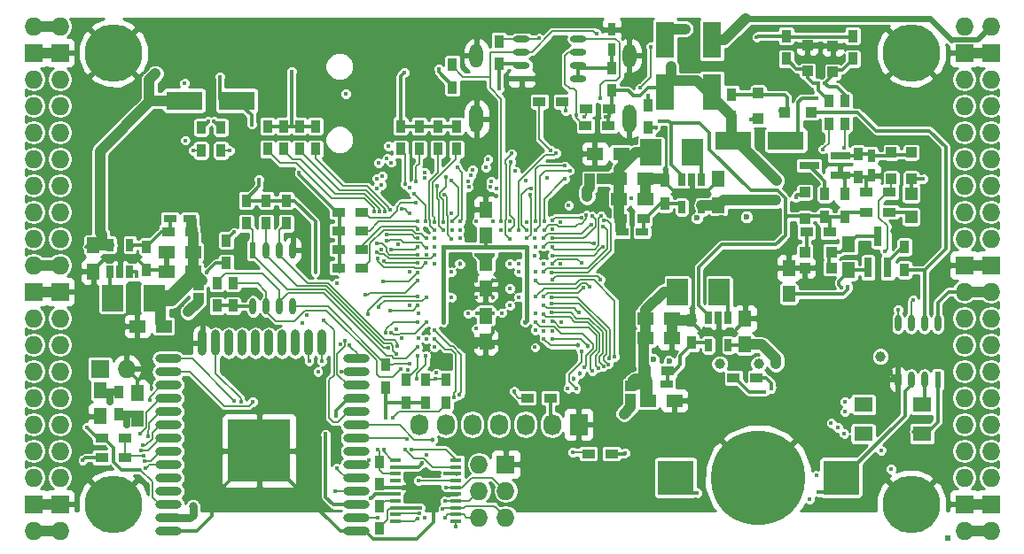
<source format=gbl>
G04 #@! TF.FileFunction,Copper,L4,Bot,Signal*
%FSLAX46Y46*%
G04 Gerber Fmt 4.6, Leading zero omitted, Abs format (unit mm)*
G04 Created by KiCad (PCBNEW 4.0.7+dfsg1-1) date Thu Jan 11 13:34:10 2018*
%MOMM*%
%LPD*%
G01*
G04 APERTURE LIST*
%ADD10C,0.100000*%
%ADD11O,1.727200X1.727200*%
%ADD12R,1.727200X1.727200*%
%ADD13R,0.500000X0.500000*%
%ADD14R,0.900000X1.200000*%
%ADD15R,1.000000X1.000000*%
%ADD16R,1.800000X3.500000*%
%ADD17R,2.000000X2.500000*%
%ADD18R,0.700000X1.200000*%
%ADD19R,1.250000X1.500000*%
%ADD20R,1.500000X1.250000*%
%ADD21R,0.800000X1.900000*%
%ADD22R,1.900000X0.800000*%
%ADD23R,1.200000X0.750000*%
%ADD24R,0.750000X1.200000*%
%ADD25R,1.200000X0.900000*%
%ADD26C,5.500000*%
%ADD27R,1.000000X0.400000*%
%ADD28R,1.727200X2.032000*%
%ADD29O,1.727200X2.032000*%
%ADD30R,3.500000X1.800000*%
%ADD31R,3.500000X3.300000*%
%ADD32C,9.000000*%
%ADD33O,1.300000X2.700000*%
%ADD34O,1.300000X2.300000*%
%ADD35R,0.600000X1.550000*%
%ADD36O,0.600000X1.550000*%
%ADD37R,1.550000X0.600000*%
%ADD38O,1.550000X0.600000*%
%ADD39O,2.500000X0.900000*%
%ADD40O,0.900000X2.500000*%
%ADD41R,6.000000X6.000000*%
%ADD42R,1.800000X1.400000*%
%ADD43R,1.200000X1.200000*%
%ADD44C,0.400000*%
%ADD45C,1.000000*%
%ADD46C,0.600000*%
%ADD47C,0.454000*%
%ADD48C,0.800000*%
%ADD49C,0.700000*%
%ADD50C,0.300000*%
%ADD51C,0.190000*%
%ADD52C,1.000000*%
%ADD53C,0.600000*%
%ADD54C,0.500000*%
%ADD55C,0.800000*%
%ADD56C,0.700000*%
%ADD57C,0.400000*%
%ADD58C,1.500000*%
%ADD59C,0.127000*%
%ADD60C,1.200000*%
%ADD61C,0.200000*%
%ADD62C,0.254000*%
G04 APERTURE END LIST*
D10*
D11*
X97910000Y-62690000D03*
X95370000Y-62690000D03*
D12*
X97910000Y-65230000D03*
X95370000Y-65230000D03*
D11*
X97910000Y-67770000D03*
X95370000Y-67770000D03*
X97910000Y-70310000D03*
X95370000Y-70310000D03*
X97910000Y-72850000D03*
X95370000Y-72850000D03*
X97910000Y-75390000D03*
X95370000Y-75390000D03*
X97910000Y-77930000D03*
X95370000Y-77930000D03*
X97910000Y-80470000D03*
X95370000Y-80470000D03*
X97910000Y-83010000D03*
X95370000Y-83010000D03*
X97910000Y-85550000D03*
X95370000Y-85550000D03*
D12*
X97910000Y-88090000D03*
X95370000Y-88090000D03*
D11*
X97910000Y-90630000D03*
X95370000Y-90630000D03*
X97910000Y-93170000D03*
X95370000Y-93170000D03*
X97910000Y-95710000D03*
X95370000Y-95710000D03*
X97910000Y-98250000D03*
X95370000Y-98250000D03*
X97910000Y-100790000D03*
X95370000Y-100790000D03*
X97910000Y-103330000D03*
X95370000Y-103330000D03*
X97910000Y-105870000D03*
X95370000Y-105870000D03*
D12*
X97910000Y-108410000D03*
X95370000Y-108410000D03*
D11*
X97910000Y-110950000D03*
X95370000Y-110950000D03*
D13*
X182675150Y-111637626D03*
D14*
X103498000Y-99858000D03*
X103498000Y-97658000D03*
D15*
X152393000Y-97142000D03*
X152393000Y-98342000D03*
D16*
X155695000Y-69000000D03*
X155695000Y-64000000D03*
D14*
X154044000Y-72426000D03*
X154044000Y-70226000D03*
D17*
X160870000Y-88090000D03*
X156870000Y-88090000D03*
D18*
X159825000Y-90600000D03*
X160775000Y-90600000D03*
X161725000Y-90600000D03*
X161725000Y-93200000D03*
X159825000Y-93200000D03*
D17*
X102895000Y-88725000D03*
X106895000Y-88725000D03*
D18*
X104575000Y-86215000D03*
X103625000Y-86215000D03*
X102675000Y-86215000D03*
X102675000Y-83615000D03*
X104575000Y-83615000D03*
D17*
X158330000Y-74755000D03*
X154330000Y-74755000D03*
D18*
X157285000Y-77392000D03*
X158235000Y-77392000D03*
X159185000Y-77392000D03*
X159185000Y-79992000D03*
X157285000Y-79992000D03*
D19*
X101085000Y-83665000D03*
X101085000Y-86165000D03*
D20*
X153810000Y-90630000D03*
X156310000Y-90630000D03*
X153810000Y-92535000D03*
X156310000Y-92535000D03*
D19*
X163315000Y-93150000D03*
X163315000Y-90650000D03*
D20*
X151270000Y-79200000D03*
X153770000Y-79200000D03*
X151270000Y-77295000D03*
X153770000Y-77295000D03*
D19*
X160775000Y-79815000D03*
X160775000Y-77315000D03*
D20*
X110590000Y-84280000D03*
X108090000Y-84280000D03*
X110590000Y-86185000D03*
X108090000Y-86185000D03*
D19*
X173221000Y-86038000D03*
X173221000Y-83538000D03*
D21*
X176965000Y-85780000D03*
X175065000Y-85780000D03*
X176015000Y-82780000D03*
D22*
X172435000Y-75075000D03*
X172435000Y-76975000D03*
X169435000Y-76025000D03*
D23*
X153910000Y-96910000D03*
X155810000Y-96910000D03*
X151570000Y-82375000D03*
X153470000Y-82375000D03*
X110290000Y-81105000D03*
X108390000Y-81105000D03*
D24*
X175380000Y-75075000D03*
X175380000Y-76975000D03*
D25*
X169200000Y-82375000D03*
X171400000Y-82375000D03*
D14*
X172840000Y-80935000D03*
X172840000Y-78735000D03*
D25*
X177115000Y-80470000D03*
X174915000Y-80470000D03*
D14*
X174110000Y-74925000D03*
X174110000Y-77125000D03*
X178555000Y-83815000D03*
X178555000Y-86015000D03*
X113785000Y-83180000D03*
X113785000Y-85380000D03*
X170935000Y-80935000D03*
X170935000Y-78735000D03*
X128390000Y-108580000D03*
X128390000Y-110780000D03*
D25*
X150572000Y-103584000D03*
X148372000Y-103584000D03*
X177115000Y-78565000D03*
X174915000Y-78565000D03*
X153760000Y-95640000D03*
X155960000Y-95640000D03*
X110440000Y-82375000D03*
X108240000Y-82375000D03*
X151420000Y-81105000D03*
X153620000Y-81105000D03*
D14*
X158235000Y-90800000D03*
X158235000Y-93000000D03*
X106165000Y-86015000D03*
X106165000Y-83815000D03*
X155695000Y-77465000D03*
X155695000Y-79665000D03*
D25*
X126696000Y-85804000D03*
X124496000Y-85804000D03*
X126696000Y-84026000D03*
X124496000Y-84026000D03*
X126696000Y-82248000D03*
X124496000Y-82248000D03*
X126696000Y-80470000D03*
X124496000Y-80470000D03*
D14*
X130422000Y-74458000D03*
X130422000Y-72258000D03*
X132200000Y-74458000D03*
X132200000Y-72258000D03*
X133978000Y-74458000D03*
X133978000Y-72258000D03*
X135756000Y-74458000D03*
X135756000Y-72258000D03*
D24*
X150589600Y-64910000D03*
X150589600Y-63010000D03*
D11*
X184270000Y-110950000D03*
X186810000Y-110950000D03*
D12*
X184270000Y-108410000D03*
X186810000Y-108410000D03*
D11*
X184270000Y-105870000D03*
X186810000Y-105870000D03*
X184270000Y-103330000D03*
X186810000Y-103330000D03*
X184270000Y-100790000D03*
X186810000Y-100790000D03*
X184270000Y-98250000D03*
X186810000Y-98250000D03*
X184270000Y-95710000D03*
X186810000Y-95710000D03*
X184270000Y-93170000D03*
X186810000Y-93170000D03*
X184270000Y-90630000D03*
X186810000Y-90630000D03*
X184270000Y-88090000D03*
X186810000Y-88090000D03*
D12*
X184270000Y-85550000D03*
X186810000Y-85550000D03*
D11*
X184270000Y-83010000D03*
X186810000Y-83010000D03*
X184270000Y-80470000D03*
X186810000Y-80470000D03*
X184270000Y-77930000D03*
X186810000Y-77930000D03*
X184270000Y-75390000D03*
X186810000Y-75390000D03*
X184270000Y-72850000D03*
X186810000Y-72850000D03*
X184270000Y-70310000D03*
X186810000Y-70310000D03*
X184270000Y-67770000D03*
X186810000Y-67770000D03*
D12*
X184270000Y-65230000D03*
X186810000Y-65230000D03*
D11*
X184270000Y-62690000D03*
X186810000Y-62690000D03*
D26*
X102990000Y-108410000D03*
X179190000Y-108410000D03*
X179190000Y-65230000D03*
X102990000Y-65230000D03*
D14*
X162045000Y-71410000D03*
X162045000Y-69210000D03*
X139820000Y-66330000D03*
X139820000Y-64130000D03*
X135375000Y-68532000D03*
X135375000Y-66332000D03*
X150615000Y-68870000D03*
X150615000Y-66670000D03*
D25*
X150275000Y-72215000D03*
X148075000Y-72215000D03*
X150380000Y-70600000D03*
X148180000Y-70600000D03*
D27*
X135735000Y-104215000D03*
X135735000Y-104865000D03*
X135735000Y-105515000D03*
X135735000Y-106165000D03*
X135735000Y-106815000D03*
X135735000Y-107465000D03*
X135735000Y-108115000D03*
X135735000Y-108765000D03*
X135735000Y-109415000D03*
X135735000Y-110065000D03*
X129935000Y-110065000D03*
X129935000Y-109415000D03*
X129935000Y-108765000D03*
X129935000Y-108115000D03*
X129935000Y-107465000D03*
X129935000Y-106815000D03*
X129935000Y-106165000D03*
X129935000Y-105515000D03*
X129935000Y-104865000D03*
X129935000Y-104215000D03*
D14*
X119500000Y-79370000D03*
X119500000Y-81570000D03*
X114420000Y-89444000D03*
X114420000Y-87244000D03*
X129025000Y-97275000D03*
X129025000Y-95075000D03*
X117595000Y-79370000D03*
X117595000Y-81570000D03*
X112896000Y-89444000D03*
X112896000Y-87244000D03*
X115690000Y-79370000D03*
X115690000Y-81570000D03*
D25*
X144730000Y-98250000D03*
X142530000Y-98250000D03*
D14*
X132835000Y-98715000D03*
X132835000Y-96515000D03*
X130930000Y-98715000D03*
X130930000Y-96515000D03*
D25*
X101890000Y-103965000D03*
X104090000Y-103965000D03*
D12*
X101720000Y-95456000D03*
D11*
X104260000Y-95456000D03*
D25*
X104090000Y-102060000D03*
X101890000Y-102060000D03*
D19*
X167506000Y-88324000D03*
X167506000Y-85824000D03*
D25*
X164415000Y-96345000D03*
X162215000Y-96345000D03*
D14*
X167252000Y-65822000D03*
X167252000Y-63622000D03*
D12*
X140455000Y-104600000D03*
D11*
X137915000Y-104600000D03*
X140455000Y-107140000D03*
X137915000Y-107140000D03*
X140455000Y-109680000D03*
X137915000Y-109680000D03*
D19*
X138550000Y-90396000D03*
X138550000Y-92896000D03*
X138550000Y-82736000D03*
X138550000Y-80236000D03*
X138550000Y-85316000D03*
X138550000Y-87816000D03*
X101720000Y-97508000D03*
X101720000Y-100008000D03*
D14*
X113277000Y-74585000D03*
X113277000Y-72385000D03*
X111372000Y-74585000D03*
X111372000Y-72385000D03*
X172840000Y-72045000D03*
X172840000Y-69845000D03*
X171316000Y-72045000D03*
X171316000Y-69845000D03*
D28*
X147440000Y-100790000D03*
D29*
X144900000Y-100790000D03*
X142360000Y-100790000D03*
X139820000Y-100790000D03*
X137280000Y-100790000D03*
X134740000Y-100790000D03*
X132200000Y-100790000D03*
D19*
X105276000Y-100262000D03*
X105276000Y-97762000D03*
D30*
X109761000Y-69802000D03*
X114761000Y-69802000D03*
X167212000Y-73612000D03*
X162212000Y-73612000D03*
D16*
X160140000Y-64000000D03*
X160140000Y-69000000D03*
D20*
X154064000Y-98504000D03*
X156564000Y-98504000D03*
X107796000Y-91392000D03*
X105296000Y-91392000D03*
X151484000Y-74882000D03*
X148984000Y-74882000D03*
D14*
X173602000Y-65822000D03*
X173602000Y-63622000D03*
X134740000Y-96515000D03*
X134740000Y-98715000D03*
D31*
X172485000Y-105870000D03*
X156685000Y-105870000D03*
D32*
X164585000Y-105870000D03*
D15*
X169284000Y-66988000D03*
X169284000Y-64488000D03*
X171697000Y-67081000D03*
X171697000Y-64581000D03*
X169050000Y-84280000D03*
X171550000Y-84280000D03*
X169030000Y-81085000D03*
X169030000Y-78585000D03*
X171550000Y-85804000D03*
X169050000Y-85804000D03*
X179190000Y-77275000D03*
X179190000Y-74775000D03*
X177285000Y-74775000D03*
X177285000Y-77275000D03*
X167145000Y-70945000D03*
X169645000Y-70945000D03*
X164585000Y-69060000D03*
X164585000Y-71560000D03*
X111118000Y-87490000D03*
X111118000Y-88690000D03*
X149691000Y-77295000D03*
X148491000Y-77295000D03*
D14*
X128390000Y-106546000D03*
X128390000Y-104346000D03*
X117722000Y-74458000D03*
X117722000Y-72258000D03*
X119246000Y-74458000D03*
X119246000Y-72258000D03*
X120770000Y-74458000D03*
X120770000Y-72258000D03*
X122294000Y-74458000D03*
X122294000Y-72258000D03*
D25*
X145880000Y-69900000D03*
X143680000Y-69900000D03*
D33*
X152280000Y-71550000D03*
X137680000Y-71550000D03*
D34*
X137680000Y-65500000D03*
X152280000Y-65500000D03*
D35*
X181730000Y-96505000D03*
D36*
X180460000Y-96505000D03*
X179190000Y-96505000D03*
X177920000Y-96505000D03*
X177920000Y-91105000D03*
X179190000Y-91105000D03*
X180460000Y-91105000D03*
X181730000Y-91105000D03*
D37*
X141980000Y-67706500D03*
D38*
X141980000Y-66436500D03*
X141980000Y-65166500D03*
X141980000Y-63896500D03*
X147380000Y-63896500D03*
X147380000Y-65166500D03*
X147380000Y-66436500D03*
X147380000Y-67706500D03*
D35*
X116325000Y-84120000D03*
D36*
X117595000Y-84120000D03*
X118865000Y-84120000D03*
X120135000Y-84120000D03*
X120135000Y-89520000D03*
X118865000Y-89520000D03*
X117595000Y-89520000D03*
X116325000Y-89520000D03*
D39*
X126230000Y-111000000D03*
X126230000Y-109730000D03*
X126230000Y-108460000D03*
X126230000Y-107190000D03*
X126230000Y-105920000D03*
X126230000Y-104650000D03*
X126230000Y-103380000D03*
X126230000Y-102110000D03*
X126230000Y-100840000D03*
X126230000Y-99570000D03*
X126230000Y-98300000D03*
X126230000Y-97030000D03*
X126230000Y-95760000D03*
X126230000Y-94490000D03*
D40*
X122945000Y-93000000D03*
X121675000Y-93000000D03*
X120405000Y-93000000D03*
X119135000Y-93000000D03*
X117865000Y-93000000D03*
X116595000Y-93000000D03*
X115325000Y-93000000D03*
X114055000Y-93000000D03*
X112785000Y-93000000D03*
X111515000Y-93000000D03*
D39*
X108230000Y-94490000D03*
X108230000Y-95760000D03*
X108230000Y-97030000D03*
X108230000Y-98300000D03*
X108230000Y-99570000D03*
X108230000Y-100840000D03*
X108230000Y-102110000D03*
X108230000Y-103380000D03*
X108230000Y-104650000D03*
X108230000Y-105920000D03*
X108230000Y-107190000D03*
X108230000Y-108460000D03*
X108230000Y-109730000D03*
X108230000Y-111000000D03*
D41*
X116930000Y-103300000D03*
D42*
X180212000Y-98882000D03*
X174612000Y-98882000D03*
X174612000Y-101682000D03*
X180212000Y-101682000D03*
D43*
X179190000Y-78735000D03*
X179190000Y-80935000D03*
D44*
X144103496Y-84660400D03*
D45*
X177658444Y-82281349D03*
D44*
X145680000Y-81405125D03*
X145691238Y-94166752D03*
X145759873Y-91010176D03*
D46*
X152525938Y-81463870D03*
D45*
X162956098Y-95078488D03*
X158539988Y-94868772D03*
D46*
X161075765Y-80992022D03*
X164882869Y-80938986D03*
X156262773Y-81349374D03*
X123437000Y-108972000D03*
D44*
X132871770Y-84533979D03*
X132862998Y-82124544D03*
X131278306Y-86213101D03*
X135281276Y-80583119D03*
X131279502Y-89407325D03*
X170309539Y-85441529D03*
X145672808Y-85396062D03*
X133216000Y-107465000D03*
X137680000Y-88600000D03*
X142480000Y-95000000D03*
X141680000Y-92600000D03*
X140836000Y-84534000D03*
X135284627Y-94985297D03*
X135288625Y-94225619D03*
X134455822Y-94267172D03*
X136095958Y-93369652D03*
D47*
X139264636Y-91615205D03*
D45*
X116880503Y-64802940D03*
X106974809Y-64953974D03*
X175210328Y-64948943D03*
X165417246Y-64954666D03*
D44*
X175495631Y-71457432D03*
X177285000Y-95710000D03*
X140880000Y-81400000D03*
X136085174Y-89394826D03*
X140874194Y-91433353D03*
X142480000Y-94200000D03*
X140880000Y-93400000D03*
X139280000Y-93400000D03*
X137680000Y-93400000D03*
X136880000Y-92600000D03*
X135280000Y-92600000D03*
X132880000Y-91800000D03*
X132880000Y-93400000D03*
D47*
X141042859Y-86994997D03*
X139280000Y-87000000D03*
X136110990Y-86995403D03*
X137680000Y-87000000D03*
X136080000Y-84600000D03*
X139280000Y-88600000D03*
D45*
X101707889Y-82423180D03*
X107021491Y-67228122D03*
X166284693Y-95025145D03*
X166248957Y-79348409D03*
X166343357Y-77477990D03*
D44*
X172564535Y-87722010D03*
X150030853Y-71331848D03*
D45*
X156235582Y-66548363D03*
X157600000Y-62944000D03*
D44*
X114513935Y-82409431D03*
X116912932Y-77355158D03*
X109760378Y-68177900D03*
X109840000Y-73620000D03*
X132110753Y-92527478D03*
X113658000Y-89360000D03*
X165803369Y-97344883D03*
D45*
X148237462Y-79019093D03*
D44*
X148271935Y-77558071D03*
D45*
X160905403Y-95006436D03*
D46*
X158731133Y-81048929D03*
X154593901Y-94607945D03*
X156088245Y-94762980D03*
D45*
X164625730Y-94982471D03*
D46*
X163462982Y-80942429D03*
D45*
X176254940Y-94288458D03*
D48*
X110593913Y-108636458D03*
D44*
X180340784Y-77316932D03*
X173137949Y-87594275D03*
D49*
X102710050Y-98594954D03*
D44*
X154794000Y-72426000D03*
X129005202Y-100174798D03*
X137659051Y-91638034D03*
X139820000Y-68665673D03*
X172834633Y-99599920D03*
X172879922Y-98618650D03*
X176305593Y-103279812D03*
X164433885Y-63737451D03*
X134079160Y-66786153D03*
X100080000Y-104200000D03*
X135273306Y-88618602D03*
X139272517Y-84611349D03*
X137680556Y-84534085D03*
X141680000Y-86200000D03*
X135280000Y-86200000D03*
X132880000Y-92600000D03*
X141680000Y-88600000D03*
X141680000Y-85400000D03*
X129983242Y-91668979D03*
X121431221Y-90311593D03*
X130566572Y-92512084D03*
X121041200Y-91125073D03*
X146394787Y-97333919D03*
X143300000Y-86220000D03*
X147175985Y-97333919D03*
X147700000Y-93820000D03*
X144900000Y-91820000D03*
X142277990Y-91000000D03*
D45*
X110128890Y-90028152D03*
D44*
X142480000Y-83800000D03*
X134480000Y-83800000D03*
X134480000Y-91000000D03*
X105245010Y-86595559D03*
X125193541Y-69156848D03*
X155149360Y-71764535D03*
X170182962Y-69571012D03*
X170362901Y-107286196D03*
X158716651Y-107325176D03*
X136028224Y-97922729D03*
X128216338Y-109760338D03*
X132708000Y-109680000D03*
X134750646Y-106810513D03*
X133680000Y-91800000D03*
X135517016Y-98167170D03*
X134675868Y-108131585D03*
D47*
X133449289Y-102232615D03*
D44*
X133680000Y-92600000D03*
X132936956Y-103711000D03*
X127385678Y-104203668D03*
X133685482Y-93402296D03*
X134463998Y-108841973D03*
X131986331Y-96404793D03*
X131039072Y-102187000D03*
X134636872Y-109719950D03*
X132846234Y-94197073D03*
X176700000Y-84220000D03*
X143260000Y-84620000D03*
X120739932Y-76694083D03*
X130761990Y-67119621D03*
X147186000Y-71200000D03*
X147983153Y-71347080D03*
X149475951Y-69619684D03*
X153297112Y-68608292D03*
X177926984Y-89812061D03*
X154329326Y-64643767D03*
X152497066Y-79193467D03*
X146481406Y-79819384D03*
X143650666Y-63862520D03*
X179351513Y-88868327D03*
X149134122Y-63424051D03*
X140035989Y-81400000D03*
X121687479Y-94718249D03*
X128776655Y-87127857D03*
X132083026Y-86260405D03*
X116312533Y-98645922D03*
X122932649Y-94724357D03*
X124793906Y-95710000D03*
X122527919Y-95725900D03*
X116198000Y-72088000D03*
X127586603Y-107875044D03*
X113157250Y-67567056D03*
X146180000Y-70800000D03*
X131453853Y-103208291D03*
X149771692Y-81825658D03*
X144080000Y-86200000D03*
X149533922Y-86909940D03*
X144894316Y-86977564D03*
X144896700Y-83835368D03*
X149549750Y-80868432D03*
D47*
X147343891Y-93217126D03*
D44*
X144113248Y-92588762D03*
X144875155Y-86292748D03*
X149846468Y-81303978D03*
X148696112Y-80861847D03*
X144916886Y-82991356D03*
D47*
X148349010Y-93322307D03*
D44*
X144882352Y-92577990D03*
X144902941Y-90956495D03*
X148747982Y-95669626D03*
X144867244Y-90112484D03*
X149795895Y-95251084D03*
X144855814Y-89268481D03*
X150278898Y-95040253D03*
X150345974Y-94517527D03*
X144877648Y-88622010D03*
X150889207Y-94332565D03*
X143280000Y-87000000D03*
X131084713Y-95564177D03*
X130135246Y-93288711D03*
X130422000Y-95456000D03*
X131316164Y-94959140D03*
X129978307Y-94019141D03*
X132031990Y-93400000D03*
X129273264Y-93471613D03*
X141280657Y-97642010D03*
X133852393Y-95875797D03*
X133762848Y-96395146D03*
X132080000Y-94200000D03*
X128622659Y-84064643D03*
X105895603Y-103765816D03*
X130839477Y-103208987D03*
X129449238Y-89873934D03*
X132075624Y-89410644D03*
X128806823Y-103185900D03*
X128312094Y-89556924D03*
X132162861Y-106185868D03*
X132880000Y-88600000D03*
X127040053Y-88426410D03*
X124322162Y-105002357D03*
X132080000Y-87000000D03*
X125525099Y-93236764D03*
X124202418Y-107207639D03*
X110599084Y-74589383D03*
X132024412Y-109766775D03*
X114104080Y-74612196D03*
X132219727Y-109277292D03*
X115165033Y-98598050D03*
X131847310Y-79589886D03*
X132080000Y-81400000D03*
X132080007Y-82103333D03*
X132872609Y-82968555D03*
X133627359Y-81414685D03*
X133648389Y-82190597D03*
X131923295Y-77584853D03*
X130856828Y-77786820D03*
X129533728Y-91985990D03*
X132880000Y-91000000D03*
X129006717Y-91985990D03*
X132077648Y-90977990D03*
X131275302Y-80595752D03*
X130489904Y-80167235D03*
X128823114Y-85153560D03*
X132072985Y-85377990D03*
X134476508Y-82180155D03*
X133942383Y-77980766D03*
X163908850Y-71651861D03*
X135656559Y-110610712D03*
X132468001Y-104503413D03*
X146844288Y-103452739D03*
D49*
X104260000Y-100790000D03*
D44*
X114554968Y-98534219D03*
X111895217Y-86253790D03*
X165170594Y-97666317D03*
X170157734Y-105666345D03*
X169506589Y-107953726D03*
X170735900Y-74464979D03*
X143257990Y-83000000D03*
X168166438Y-79108038D03*
X151896383Y-103510715D03*
X112614274Y-71803529D03*
X112074854Y-71810535D03*
X143269694Y-93414905D03*
X177274002Y-105079115D03*
X172761273Y-101651681D03*
X143280000Y-91800000D03*
X172193360Y-101105663D03*
X144064831Y-91877646D03*
X144080000Y-90956495D03*
X171540304Y-100645743D03*
X135320520Y-82196441D03*
X129493343Y-75737814D03*
X136080000Y-82200000D03*
X129125079Y-75315804D03*
X136080000Y-83000000D03*
X129252218Y-74142461D03*
X142377451Y-77497451D03*
X172746637Y-74347988D03*
X143280000Y-83800000D03*
X170300000Y-68151000D03*
X170950000Y-68125562D03*
X125110333Y-92787995D03*
X124361185Y-87274371D03*
X124361184Y-87274370D03*
X182675150Y-111637626D03*
X166678914Y-70803555D03*
X123273881Y-101715917D03*
X129660000Y-100155000D03*
X127308270Y-90221456D03*
X132084049Y-88558274D03*
X128280000Y-103200000D03*
X120008000Y-67008000D03*
X133680000Y-83000000D03*
X129457990Y-80285112D03*
X133680000Y-83800000D03*
X128943593Y-80399729D03*
X130204628Y-83599483D03*
X128416582Y-80399850D03*
X127889625Y-80407426D03*
X133680000Y-85400000D03*
X144780000Y-74590382D03*
X137689001Y-90122990D03*
D45*
X151758000Y-99774000D03*
D44*
X136885174Y-90194826D03*
X140094890Y-90122990D03*
X139280000Y-90122990D03*
X140880000Y-89400000D03*
X140880000Y-87800000D03*
X140880000Y-85400000D03*
D47*
X136080000Y-85400000D03*
D44*
X128333179Y-75769807D03*
X134613000Y-78819000D03*
X135280000Y-83022010D03*
X154052298Y-69302298D03*
X100450000Y-101044000D03*
X132285867Y-108754446D03*
X134707351Y-105508447D03*
X139280000Y-81400000D03*
X139578623Y-78205862D03*
X139034115Y-78040948D03*
X139046749Y-77514088D03*
X138580000Y-76200000D03*
X138779198Y-75400762D03*
X137680000Y-81400000D03*
X137308732Y-76415018D03*
X137106948Y-76979922D03*
X136859538Y-77550820D03*
X136922059Y-78097889D03*
X136096392Y-81395070D03*
X135830698Y-76200613D03*
X135315381Y-81391918D03*
X135280062Y-77463305D03*
X134471370Y-81406751D03*
X134758050Y-77130140D03*
D47*
X146942280Y-96452058D03*
X147534467Y-95913260D03*
D44*
X147928857Y-95339016D03*
X143322010Y-91000657D03*
X149284391Y-95377990D03*
X144077013Y-90266968D03*
X147430953Y-90112484D03*
X144076240Y-89395301D03*
X143322010Y-90201951D03*
X147910791Y-87683418D03*
X144082832Y-88584510D03*
X143322010Y-88595030D03*
X148483539Y-87608166D03*
X144102010Y-85397219D03*
X144889349Y-85448737D03*
X147687390Y-85374093D03*
X149732494Y-83807694D03*
X144912409Y-84635817D03*
X148921512Y-83442010D03*
X144103186Y-83777990D03*
X148610661Y-81705858D03*
X144102010Y-83000000D03*
X144888125Y-82147345D03*
X148175253Y-80781550D03*
X144125486Y-82186468D03*
X147688311Y-80983115D03*
X144880008Y-81303333D03*
X142841210Y-78784254D03*
X142473549Y-82998913D03*
X142864275Y-78217369D03*
X142437464Y-82181475D03*
X146089079Y-77300571D03*
X144144931Y-81387081D03*
X144394875Y-77219934D03*
X146577729Y-76500816D03*
X143281475Y-82206074D03*
X146130802Y-76060132D03*
X143300920Y-81377293D03*
X145255695Y-74817220D03*
X141662690Y-82207782D03*
X142456909Y-81405800D03*
X140030954Y-82200000D03*
X141342967Y-76554996D03*
X141046643Y-74873804D03*
X140864029Y-83041403D03*
X140874966Y-82177164D03*
X140980062Y-75681941D03*
X132761172Y-77202673D03*
X132737245Y-76676207D03*
X128644933Y-77050030D03*
X128152012Y-77257840D03*
X128125571Y-78233647D03*
X128590544Y-77894041D03*
X131253134Y-78134216D03*
X106477197Y-98487772D03*
X131709326Y-78745875D03*
X132783339Y-81400004D03*
X132079024Y-82984045D03*
X129109095Y-82655074D03*
X105572759Y-101661319D03*
X106276126Y-101893466D03*
X132880889Y-83897835D03*
X129054383Y-83179239D03*
X129487667Y-84079929D03*
X132083682Y-83828056D03*
X105813763Y-102819336D03*
X128165458Y-83509725D03*
X132062099Y-84533979D03*
X105627254Y-103312241D03*
X128182016Y-84353737D03*
X105992720Y-104283802D03*
X133671942Y-84595200D03*
X128207686Y-84880123D03*
X106088753Y-104974041D03*
X132834641Y-85377990D03*
X124223231Y-100005665D03*
X124681087Y-93093755D03*
X123100000Y-90820000D03*
X132100000Y-90180000D03*
D50*
X155822000Y-83645000D02*
X155822000Y-81790147D01*
X155822000Y-81790147D02*
X156262773Y-81349374D01*
X153039876Y-83645000D02*
X155822000Y-83645000D01*
X152525938Y-83131062D02*
X153039876Y-83645000D01*
X152525938Y-81463870D02*
X152525938Y-83131062D01*
D51*
X138029000Y-66332000D02*
X138115000Y-66246000D01*
D50*
X133415999Y-107664999D02*
X133216000Y-107465000D01*
X133612013Y-107861013D02*
X133415999Y-107664999D01*
X131991648Y-111780338D02*
X133612013Y-110159973D01*
X127810434Y-111780338D02*
X131991648Y-111780338D01*
X133612013Y-110159973D02*
X133612013Y-107861013D01*
X127060434Y-111030338D02*
X127810434Y-111780338D01*
X126260434Y-111030338D02*
X127060434Y-111030338D01*
D52*
X184270000Y-108410000D02*
X186810000Y-108410000D01*
X184270000Y-85550000D02*
X186810000Y-85550000D01*
X184270000Y-65230000D02*
X186810000Y-65230000D01*
X95370000Y-65230000D02*
X97910000Y-65230000D01*
X95370000Y-88090000D02*
X97910000Y-88090000D01*
X95370000Y-108410000D02*
X97910000Y-108410000D01*
D50*
X108260434Y-111030338D02*
X109060434Y-111030338D01*
X109060434Y-111030338D02*
X109140772Y-110950000D01*
X110957617Y-110950000D02*
X112380000Y-109527617D01*
X109140772Y-110950000D02*
X110957617Y-110950000D01*
X112380000Y-109527617D02*
X112380000Y-107854384D01*
X112380000Y-107854384D02*
X116904046Y-103330338D01*
X116904046Y-103330338D02*
X116960434Y-103330338D01*
X167506000Y-85824000D02*
X169927068Y-85824000D01*
X169927068Y-85824000D02*
X170109540Y-85641528D01*
X170109540Y-85641528D02*
X170309539Y-85441529D01*
X104260000Y-95456000D02*
X105276000Y-96472000D01*
X105276000Y-96472000D02*
X105276000Y-97762000D01*
X133216000Y-107465000D02*
X132214478Y-107465000D01*
X135735000Y-107465000D02*
X133216000Y-107465000D01*
X132214478Y-107465000D02*
X131572496Y-106823018D01*
X131572496Y-106823018D02*
X129919874Y-106823018D01*
X126260434Y-111030338D02*
X124660659Y-111030338D01*
X124660659Y-111030338D02*
X116960659Y-103330338D01*
X116960659Y-103330338D02*
X116960434Y-103330338D01*
X129935000Y-106815000D02*
X128659000Y-106815000D01*
X128659000Y-106815000D02*
X128390000Y-106546000D01*
X128390000Y-106546000D02*
X128558000Y-106546000D01*
X136126306Y-93400000D02*
X136095958Y-93369652D01*
X136880000Y-92600000D02*
X136110348Y-93369652D01*
X136049652Y-93369652D02*
X136095958Y-93369652D01*
X137680000Y-93400000D02*
X136126306Y-93400000D01*
X135280000Y-92600000D02*
X136049652Y-93369652D01*
X136110348Y-93369652D02*
X136095958Y-93369652D01*
X139264636Y-92054364D02*
X139264636Y-91936231D01*
X139264636Y-91936231D02*
X139264636Y-91615205D01*
X138550000Y-92769000D02*
X139264636Y-92054364D01*
X136880000Y-92600000D02*
X137680000Y-93400000D01*
X136880000Y-92600000D02*
X138381000Y-92600000D01*
X138381000Y-92600000D02*
X138550000Y-92769000D01*
X135280000Y-92600000D02*
X136880000Y-92600000D01*
X138550000Y-92769000D02*
X138649000Y-92769000D01*
X138649000Y-92769000D02*
X139280000Y-93400000D01*
X138550000Y-92769000D02*
X138311000Y-92769000D01*
X138311000Y-92769000D02*
X137680000Y-93400000D01*
X175042385Y-64781000D02*
X175210328Y-64948943D01*
X171697000Y-64781000D02*
X175042385Y-64781000D01*
X165683912Y-64688000D02*
X165417246Y-64954666D01*
X169284000Y-64688000D02*
X165683912Y-64688000D01*
X169284000Y-64688000D02*
X171604000Y-64688000D01*
X171604000Y-64688000D02*
X171697000Y-64781000D01*
X177285000Y-95710000D02*
X177285000Y-95964000D01*
X177285000Y-95964000D02*
X177920000Y-96599000D01*
X102210000Y-84915000D02*
X103625000Y-84915000D01*
X103625000Y-84915000D02*
X105215000Y-84915000D01*
X103625000Y-86215000D02*
X103625000Y-84915000D01*
X105215000Y-84915000D02*
X106165000Y-85865000D01*
X106165000Y-85865000D02*
X106165000Y-86015000D01*
X101085000Y-86165000D02*
X101085000Y-86040000D01*
X101085000Y-86040000D02*
X102210000Y-84915000D01*
X106165000Y-86015000D02*
X107920000Y-86015000D01*
X107920000Y-86015000D02*
X108090000Y-86185000D01*
D52*
X153770000Y-77295000D02*
X155525000Y-77295000D01*
D50*
X155525000Y-77295000D02*
X155695000Y-77465000D01*
D52*
X153770000Y-79200000D02*
X153770000Y-77295000D01*
D50*
X174110000Y-77125000D02*
X174745000Y-77125000D01*
X174745000Y-77125000D02*
X175230000Y-77125000D01*
X174915000Y-78565000D02*
X174915000Y-77295000D01*
X174915000Y-77295000D02*
X174745000Y-77125000D01*
X172840000Y-78735000D02*
X172840000Y-77380000D01*
X172840000Y-77380000D02*
X172435000Y-76975000D01*
X175230000Y-77125000D02*
X175380000Y-76975000D01*
X172435000Y-76975000D02*
X173960000Y-76975000D01*
X173960000Y-76975000D02*
X174110000Y-77125000D01*
X137680000Y-86200000D02*
X137680000Y-86600000D01*
X136080000Y-84600000D02*
X137680000Y-86200000D01*
X159850000Y-78365000D02*
X158235000Y-78365000D01*
X158235000Y-78365000D02*
X156445000Y-78365000D01*
X158235000Y-77235000D02*
X158235000Y-78365000D01*
X160775000Y-77315000D02*
X160775000Y-77440000D01*
X160775000Y-77440000D02*
X159850000Y-78365000D01*
X156445000Y-78365000D02*
X155695000Y-77615000D01*
X155695000Y-77615000D02*
X155695000Y-77465000D01*
D52*
X156310000Y-90630000D02*
X156310000Y-92535000D01*
X158235000Y-90800000D02*
X156480000Y-90800000D01*
D50*
X156480000Y-90800000D02*
X156310000Y-90630000D01*
X163315000Y-90650000D02*
X163315000Y-90834602D01*
X163315000Y-90834602D02*
X162249602Y-91900000D01*
X162249602Y-91900000D02*
X160775000Y-91900000D01*
X101085000Y-86165000D02*
X101085000Y-85929893D01*
X106165000Y-85944374D02*
X106165000Y-86015000D01*
X159185000Y-91900000D02*
X160775000Y-91900000D01*
X160775000Y-90600000D02*
X160775000Y-91900000D01*
X158235000Y-90800000D02*
X158235000Y-90950000D01*
X158235000Y-90950000D02*
X159185000Y-91900000D01*
X108090000Y-84280000D02*
X108090000Y-86185000D01*
X107625000Y-84745000D02*
X108090000Y-84280000D01*
X108070000Y-84260000D02*
X108090000Y-84280000D01*
X141037856Y-87000000D02*
X141042859Y-86994997D01*
X139280000Y-87000000D02*
X141037856Y-87000000D01*
X136432016Y-86995403D02*
X136110990Y-86995403D01*
X137284597Y-86995403D02*
X136432016Y-86995403D01*
X137680000Y-86600000D02*
X137284597Y-86995403D01*
X137680000Y-86600000D02*
X137680000Y-87000000D01*
D52*
X101707889Y-74640111D02*
X101707889Y-81716074D01*
X106407114Y-69940886D02*
X101707889Y-74640111D01*
D50*
X101733051Y-82423180D02*
X101707889Y-82423180D01*
D52*
X101707889Y-81716074D02*
X101707889Y-82423180D01*
D50*
X101913492Y-82603621D02*
X101733051Y-82423180D01*
D52*
X106407114Y-69940886D02*
X106407114Y-67842499D01*
X106521492Y-67728121D02*
X107021491Y-67228122D01*
X106407114Y-67842499D02*
X106521492Y-67728121D01*
X166284693Y-94494693D02*
X166284693Y-95025145D01*
X164940000Y-93150000D02*
X166284693Y-94494693D01*
X163315000Y-93150000D02*
X164940000Y-93150000D01*
X165541851Y-79348409D02*
X166248957Y-79348409D01*
X161241591Y-79348409D02*
X165541851Y-79348409D01*
X160790000Y-79800000D02*
X161241591Y-79348409D01*
D50*
X150615000Y-68870000D02*
X152180000Y-68870000D01*
X153331001Y-69348999D02*
X152658999Y-69348999D01*
X152658999Y-69348999D02*
X152180000Y-68870000D01*
X154087002Y-68592998D02*
X155287998Y-68592998D01*
X153331001Y-69348999D02*
X154087002Y-68592998D01*
X155287998Y-68592998D02*
X155695000Y-69000000D01*
D52*
X162045000Y-71410000D02*
X162045000Y-73179633D01*
X162045000Y-73179633D02*
X165843358Y-76977991D01*
X165843358Y-76977991D02*
X166343357Y-77477990D01*
D50*
X101085000Y-83665000D02*
X101684316Y-83665000D01*
X101684316Y-83665000D02*
X101913492Y-83435824D01*
D52*
X101913492Y-83435824D02*
X101913492Y-82603621D01*
D50*
X172296000Y-87453475D02*
X172364536Y-87522011D01*
X172364536Y-87522011D02*
X172564535Y-87722010D01*
X172296000Y-87088000D02*
X172296000Y-87453475D01*
X173221000Y-86038000D02*
X173221000Y-86163000D01*
X173221000Y-86163000D02*
X172296000Y-87088000D01*
X150275000Y-71465000D02*
X150380000Y-71360000D01*
X150380000Y-71360000D02*
X150380000Y-70600000D01*
X150615000Y-70935000D02*
X150615000Y-69995990D01*
X150615000Y-69995990D02*
X150615000Y-68870000D01*
X150313695Y-71331848D02*
X150030853Y-71331848D01*
X150141848Y-71331848D02*
X150030853Y-71331848D01*
X150275000Y-71465000D02*
X150141848Y-71331848D01*
X150275000Y-72215000D02*
X150275000Y-71465000D01*
X160140000Y-69000000D02*
X160140000Y-69850000D01*
X160140000Y-69850000D02*
X161700000Y-71410000D01*
D52*
X156235582Y-67716832D02*
X156235582Y-66548363D01*
X158681338Y-67896338D02*
X156415088Y-67896338D01*
X156415088Y-67896338D02*
X156235582Y-67716832D01*
D50*
X156235582Y-66578582D02*
X156235582Y-66548363D01*
X110610000Y-69548000D02*
X110610000Y-69802000D01*
D52*
X109975000Y-69802000D02*
X106546000Y-69802000D01*
X106546000Y-69802000D02*
X106419000Y-69929000D01*
X106419000Y-69929000D02*
X106407114Y-69940886D01*
D50*
X106419000Y-69675000D02*
X106419000Y-69929000D01*
X100572432Y-83665000D02*
X100424079Y-83813353D01*
X101085000Y-83665000D02*
X100572432Y-83665000D01*
X160790000Y-79800000D02*
X160775000Y-79815000D01*
X160775000Y-79940000D02*
X160775000Y-79815000D01*
X164925000Y-93150000D02*
X164240000Y-93150000D01*
X164240000Y-93150000D02*
X163315000Y-93150000D01*
X101085000Y-83665000D02*
X101085000Y-83790000D01*
D52*
X159185000Y-79835000D02*
X160755000Y-79835000D01*
D50*
X160755000Y-79835000D02*
X160775000Y-79815000D01*
X161725000Y-93200000D02*
X163265000Y-93200000D01*
X163265000Y-93200000D02*
X163315000Y-93150000D01*
X173221000Y-86038000D02*
X174807000Y-86038000D01*
X174807000Y-86038000D02*
X175065000Y-85780000D01*
D52*
X101085000Y-83665000D02*
X102625000Y-83665000D01*
D50*
X102625000Y-83665000D02*
X102675000Y-83615000D01*
X161700000Y-71410000D02*
X162045000Y-71410000D01*
D52*
X162045000Y-71410000D02*
X162045000Y-71260000D01*
X162045000Y-71260000D02*
X158681338Y-67896338D01*
D50*
X162045000Y-71753000D02*
X162045000Y-71410000D01*
X155695000Y-64000000D02*
X155695000Y-63368337D01*
X155695000Y-63368337D02*
X156119337Y-62944000D01*
D52*
X156119337Y-62944000D02*
X157600000Y-62944000D01*
X160140000Y-64000000D02*
X161340000Y-64000000D01*
X161340000Y-64000000D02*
X163399217Y-61940783D01*
D53*
X163399217Y-61940783D02*
X180980783Y-61940783D01*
D54*
X185540000Y-63960000D02*
X186810000Y-62690000D01*
D53*
X180980783Y-61940783D02*
X183000000Y-63960000D01*
D54*
X183000000Y-63960000D02*
X185540000Y-63960000D01*
D50*
X113785000Y-83138366D02*
X114313936Y-82609430D01*
X113785000Y-83180000D02*
X113785000Y-83138366D01*
X114313936Y-82609430D02*
X114513935Y-82409431D01*
X116912932Y-77638000D02*
X116912932Y-77355158D01*
X116912932Y-77997068D02*
X116912932Y-77638000D01*
X115690000Y-79220000D02*
X116912932Y-77997068D01*
X115690000Y-79370000D02*
X115690000Y-79220000D01*
X112896000Y-89444000D02*
X113574000Y-89444000D01*
X113574000Y-89444000D02*
X113658000Y-89360000D01*
X114420000Y-89444000D02*
X113742000Y-89444000D01*
X113742000Y-89444000D02*
X113658000Y-89360000D01*
X112856637Y-89483363D02*
X112896000Y-89444000D01*
X179190000Y-78735000D02*
X179190000Y-77275000D01*
X165803369Y-96833369D02*
X165803369Y-97062041D01*
X165315000Y-96345000D02*
X165803369Y-96833369D01*
X165803369Y-97062041D02*
X165803369Y-97344883D01*
X164415000Y-96345000D02*
X165315000Y-96345000D01*
D52*
X148202000Y-78413082D02*
X148202454Y-78413536D01*
D50*
X148491000Y-77295000D02*
X148491000Y-77339006D01*
X148491000Y-77339006D02*
X148471934Y-77358072D01*
X148471934Y-77358072D02*
X148271935Y-77558071D01*
X148202000Y-78022023D02*
X148271935Y-77952088D01*
X148271935Y-77952088D02*
X148271935Y-77840913D01*
D52*
X148202454Y-78413536D02*
X148202454Y-78984085D01*
X148202454Y-78984085D02*
X148237462Y-79019093D01*
D50*
X148271935Y-77840913D02*
X148271935Y-77558071D01*
D55*
X110593913Y-109202143D02*
X110593913Y-108636458D01*
X110593913Y-109476859D02*
X110593913Y-109202143D01*
X110310434Y-109760338D02*
X110593913Y-109476859D01*
X108260434Y-109760338D02*
X110310434Y-109760338D01*
D50*
X179190000Y-77075000D02*
X179431932Y-77316932D01*
X179431932Y-77316932D02*
X180057942Y-77316932D01*
X180057942Y-77316932D02*
X180340784Y-77316932D01*
D52*
X184270000Y-110950000D02*
X186810000Y-110950000D01*
X184270000Y-88090000D02*
X186810000Y-88090000D01*
X95370000Y-62690000D02*
X97910000Y-62690000D01*
X95370000Y-85550000D02*
X97910000Y-85550000D01*
X95370000Y-110950000D02*
X97910000Y-110950000D01*
D50*
X129025000Y-97275000D02*
X129025000Y-98800000D01*
X129025000Y-98800000D02*
X129025000Y-100155000D01*
X130930000Y-98715000D02*
X129110000Y-98715000D01*
X129110000Y-98715000D02*
X129025000Y-98800000D01*
X167506000Y-88324000D02*
X172691066Y-88324000D01*
X172691066Y-88324000D02*
X173137949Y-87877117D01*
X173137949Y-87877117D02*
X173137949Y-87594275D01*
D56*
X102710050Y-97683950D02*
X102710050Y-98099980D01*
X102736000Y-97658000D02*
X102710050Y-97683950D01*
X102710050Y-98099980D02*
X102710050Y-98594954D01*
X102736000Y-97658000D02*
X101870000Y-97658000D01*
X103498000Y-97658000D02*
X102736000Y-97658000D01*
D50*
X101870000Y-97658000D02*
X101720000Y-97508000D01*
X148202000Y-78413082D02*
X148491000Y-78124082D01*
D52*
X148491000Y-78124082D02*
X148491000Y-77295000D01*
X148202000Y-78413082D02*
X148439744Y-78175338D01*
D50*
X154806000Y-72438000D02*
X154794000Y-72426000D01*
X154044000Y-72426000D02*
X154794000Y-72426000D01*
X129025000Y-100155000D02*
X129005202Y-100174798D01*
X129025000Y-97275000D02*
X129025000Y-98175000D01*
X132835000Y-98715000D02*
X130930000Y-98715000D01*
X173602000Y-63706000D02*
X167336000Y-63706000D01*
X167336000Y-63706000D02*
X167252000Y-63622000D01*
X167252000Y-63622000D02*
X164549336Y-63622000D01*
X164549336Y-63622000D02*
X164433885Y-63737451D01*
X138550000Y-85042000D02*
X138188471Y-85042000D01*
X138188471Y-85042000D02*
X137680556Y-84534085D01*
X138550000Y-85042000D02*
X138841866Y-85042000D01*
X138841866Y-85042000D02*
X139272517Y-84611349D01*
X137680556Y-84534085D02*
X139195253Y-84534085D01*
X139195253Y-84534085D02*
X139272517Y-84611349D01*
X139820000Y-66330000D02*
X139820000Y-68665673D01*
X134079160Y-67068995D02*
X134079160Y-66786153D01*
X134079160Y-67086160D02*
X134079160Y-67068995D01*
X135375000Y-68382000D02*
X134079160Y-67086160D01*
X135375000Y-68532000D02*
X135375000Y-68382000D01*
X181730000Y-89106000D02*
X182746000Y-88090000D01*
X182746000Y-88090000D02*
X184270000Y-88090000D01*
X181730000Y-91011000D02*
X181730000Y-89106000D01*
X144730000Y-98250000D02*
X144730000Y-99266000D01*
X144730000Y-99266000D02*
X144730000Y-99400000D01*
X144730000Y-99400000D02*
X144730000Y-100620000D01*
X122280000Y-86300000D02*
X122280000Y-81400000D01*
X122280000Y-81400000D02*
X120250000Y-79370000D01*
X120250000Y-79370000D02*
X119500000Y-79370000D01*
X100315000Y-103965000D02*
X100080000Y-104200000D01*
X101890000Y-103965000D02*
X100315000Y-103965000D01*
X117595000Y-79370000D02*
X119500000Y-79370000D01*
X115690000Y-79370000D02*
X117595000Y-79370000D01*
X114480000Y-89500000D02*
X116305000Y-89500000D01*
X116305000Y-89500000D02*
X116325000Y-89520000D01*
X144900000Y-98250000D02*
X144730000Y-98250000D01*
X144730000Y-100620000D02*
X144900000Y-100790000D01*
X139820000Y-66330000D02*
X141875000Y-66330000D01*
X141875000Y-66330000D02*
X141980000Y-66435000D01*
D51*
X146493162Y-96651096D02*
X146975986Y-97133920D01*
X146975986Y-97133920D02*
X147175985Y-97333919D01*
X147700000Y-93820000D02*
X147700000Y-94825565D01*
X147700000Y-94825565D02*
X146493162Y-96032403D01*
X146493162Y-96032403D02*
X146493162Y-96651096D01*
D50*
X156010000Y-95710000D02*
X156524914Y-95710000D01*
X156524914Y-95710000D02*
X157145126Y-95089788D01*
X157145126Y-95089788D02*
X157145126Y-94239874D01*
X157145126Y-94239874D02*
X158235000Y-93150000D01*
X158235000Y-93150000D02*
X158235000Y-93000000D01*
X155960000Y-95640000D02*
X155960000Y-96760000D01*
X155960000Y-96760000D02*
X155810000Y-96910000D01*
X158235000Y-93000000D02*
X159625000Y-93000000D01*
X159625000Y-93000000D02*
X159825000Y-93200000D01*
D57*
X142480000Y-90797990D02*
X142477989Y-90800001D01*
X142480000Y-83800000D02*
X142480000Y-90797990D01*
X142477989Y-90800001D02*
X142277990Y-91000000D01*
D52*
X111124699Y-88838819D02*
X111124699Y-89032343D01*
X111124699Y-89032343D02*
X110128890Y-90028152D01*
D57*
X137480000Y-83800000D02*
X138550000Y-83800000D01*
X138550000Y-83800000D02*
X142480000Y-83800000D01*
D50*
X138550000Y-83298000D02*
X138550000Y-83800000D01*
D57*
X134480000Y-83800000D02*
X137480000Y-83800000D01*
X134480000Y-91000000D02*
X134480000Y-83800000D01*
D50*
X105245010Y-86312717D02*
X105245010Y-86595559D01*
X105245010Y-86235010D02*
X105245010Y-86312717D01*
X104575000Y-86215000D02*
X105225000Y-86215000D01*
X105225000Y-86215000D02*
X105245010Y-86235010D01*
X167183550Y-79184144D02*
X167183550Y-81105000D01*
X163850815Y-78403160D02*
X166402566Y-78403160D01*
X159926293Y-72922306D02*
X159926293Y-74478638D01*
X159003987Y-72000000D02*
X159926293Y-72922306D01*
X156280000Y-72000000D02*
X159003987Y-72000000D01*
X166402566Y-78403160D02*
X167183550Y-79184144D01*
X159926293Y-74478638D02*
X163850815Y-78403160D01*
X167183550Y-81105000D02*
X167183550Y-82681450D01*
X166265000Y-83600000D02*
X161080000Y-83600000D01*
X167183550Y-82681450D02*
X166265000Y-83600000D01*
X161080000Y-83600000D02*
X158880000Y-85800000D01*
X158880000Y-85800000D02*
X158880000Y-89400000D01*
X158880000Y-89400000D02*
X159825000Y-90345000D01*
X159825000Y-90345000D02*
X159825000Y-90600000D01*
X156280000Y-72000000D02*
X156044535Y-71764535D01*
X156044535Y-71764535D02*
X155432202Y-71764535D01*
X155432202Y-71764535D02*
X155149360Y-71764535D01*
X169030000Y-80885000D02*
X167403550Y-80885000D01*
X167403550Y-80885000D02*
X167183550Y-81105000D01*
X156280000Y-75980000D02*
X156280000Y-72000000D01*
X157285000Y-77235000D02*
X157285000Y-76985000D01*
X157285000Y-76985000D02*
X156280000Y-75980000D01*
X168980000Y-80885000D02*
X169030000Y-80885000D01*
X169030000Y-80885000D02*
X170885000Y-80885000D01*
X170885000Y-80885000D02*
X170935000Y-80935000D01*
X170935000Y-80935000D02*
X171570000Y-80935000D01*
X171570000Y-80935000D02*
X172840000Y-80935000D01*
X171400000Y-82375000D02*
X171400000Y-81105000D01*
X171400000Y-81105000D02*
X171570000Y-80935000D01*
X174915000Y-80470000D02*
X173305000Y-80470000D01*
X173305000Y-80470000D02*
X172840000Y-80935000D01*
X155210000Y-79665000D02*
X155695000Y-79665000D01*
X153620000Y-81105000D02*
X153770000Y-81105000D01*
X153770000Y-81105000D02*
X155210000Y-79665000D01*
X153620000Y-81105000D02*
X153620000Y-82225000D01*
X153620000Y-82225000D02*
X153470000Y-82375000D01*
X155695000Y-79665000D02*
X157115000Y-79665000D01*
X155525000Y-79835000D02*
X155695000Y-79665000D01*
X157115000Y-79665000D02*
X157285000Y-79835000D01*
X104575000Y-83615000D02*
X105965000Y-83615000D01*
X104775000Y-83815000D02*
X104575000Y-83615000D01*
X108240000Y-82375000D02*
X107605000Y-82375000D01*
X107605000Y-82375000D02*
X106165000Y-83815000D01*
X105965000Y-83615000D02*
X106165000Y-83815000D01*
X108070000Y-82545000D02*
X108240000Y-82375000D01*
X108390000Y-81105000D02*
X108390000Y-82225000D01*
X108390000Y-82225000D02*
X108240000Y-82375000D01*
X168141000Y-73485000D02*
X168402683Y-73223317D01*
X168402683Y-73223317D02*
X168402683Y-69932420D01*
X168402683Y-69932420D02*
X168764091Y-69571012D01*
X168764091Y-69571012D02*
X169900120Y-69571012D01*
X169900120Y-69571012D02*
X170182962Y-69571012D01*
X170645743Y-107286196D02*
X170362901Y-107286196D01*
X171252736Y-107286196D02*
X170645743Y-107286196D01*
X178585200Y-99953732D02*
X171252736Y-107286196D01*
X178585200Y-97635600D02*
X178585200Y-99953732D01*
X179190000Y-97030800D02*
X178585200Y-97635600D01*
X179190000Y-96599000D02*
X179190000Y-97030800D01*
X158433809Y-107325176D02*
X158716651Y-107325176D01*
X158140176Y-107325176D02*
X158433809Y-107325176D01*
X156685000Y-105870000D02*
X158140176Y-107325176D01*
D51*
X136228223Y-97722730D02*
X136028224Y-97922729D01*
X136228223Y-94104329D02*
X136228223Y-97722730D01*
X135425772Y-93301878D02*
X136228223Y-94104329D01*
X135181878Y-93301878D02*
X135425772Y-93301878D01*
X133680000Y-91800000D02*
X135181878Y-93301878D01*
X126260434Y-109760338D02*
X128216338Y-109760338D01*
X126260434Y-109760338D02*
X127060434Y-109760338D01*
X127060434Y-109760338D02*
X127107096Y-109807000D01*
X137254415Y-105873269D02*
X139188269Y-105873269D01*
X139188269Y-105873269D02*
X140455000Y-107140000D01*
X135735000Y-106856777D02*
X135718950Y-106872827D01*
X135718950Y-106872827D02*
X135656636Y-106810513D01*
X135656636Y-106810513D02*
X135033488Y-106810513D01*
X135033488Y-106810513D02*
X134750646Y-106810513D01*
X137254415Y-105873269D02*
X136254857Y-106872827D01*
X135735000Y-106815000D02*
X135735000Y-106856777D01*
X136254857Y-106872827D02*
X135718950Y-106872827D01*
X135717015Y-94041442D02*
X135717015Y-97625405D01*
X135717015Y-97625405D02*
X135517016Y-97825404D01*
X135517016Y-97825404D02*
X135517016Y-97884328D01*
X135517016Y-97884328D02*
X135517016Y-98167170D01*
X133680000Y-92600000D02*
X134698889Y-93618889D01*
X134698889Y-93618889D02*
X135294462Y-93618889D01*
X135294462Y-93618889D02*
X135717015Y-94041442D01*
X133449289Y-102232615D02*
X131722624Y-102232615D01*
X127700434Y-100870338D02*
X126260434Y-100870338D01*
X131722624Y-102232615D02*
X130360347Y-100870338D01*
X130360347Y-100870338D02*
X127700434Y-100870338D01*
X135735000Y-108115000D02*
X136940000Y-108115000D01*
X136940000Y-108115000D02*
X137915000Y-107140000D01*
X135644172Y-108131585D02*
X134958710Y-108131585D01*
X134958710Y-108131585D02*
X134675868Y-108131585D01*
X135669098Y-108106659D02*
X135644172Y-108131585D01*
X135726659Y-108106659D02*
X135669098Y-108106659D01*
X135735000Y-108115000D02*
X135726659Y-108106659D01*
X126909008Y-104680338D02*
X127185679Y-104403667D01*
X126260434Y-104680338D02*
X126909008Y-104680338D01*
X127185679Y-104403667D02*
X127385678Y-104203668D01*
X135735000Y-108765000D02*
X136425000Y-108765000D01*
X136595601Y-108594399D02*
X139369399Y-108594399D01*
X139369399Y-108594399D02*
X139591401Y-108816401D01*
X136425000Y-108765000D02*
X136595601Y-108594399D01*
X139591401Y-108816401D02*
X140455000Y-109680000D01*
X134540971Y-108765000D02*
X134463998Y-108841973D01*
X135735000Y-108765000D02*
X134540971Y-108765000D01*
X132846234Y-94197073D02*
X132846234Y-95083073D01*
X132846234Y-95083073D02*
X131986331Y-95942976D01*
X131986331Y-95942976D02*
X131986331Y-96121951D01*
X131986331Y-96121951D02*
X131986331Y-96404793D01*
X126260434Y-102140338D02*
X130992410Y-102140338D01*
X130992410Y-102140338D02*
X131039072Y-102187000D01*
X136690000Y-109680000D02*
X137915000Y-109680000D01*
X135735000Y-109415000D02*
X136425000Y-109415000D01*
X136425000Y-109415000D02*
X136690000Y-109680000D01*
X134636872Y-109719950D02*
X134941822Y-109415000D01*
X134941822Y-109415000D02*
X135735000Y-109415000D01*
D50*
X182481998Y-74236998D02*
X182481998Y-83998002D01*
X180932202Y-72687202D02*
X182481998Y-74236998D01*
X175826942Y-72687202D02*
X180932202Y-72687202D01*
X174084740Y-70945000D02*
X175826942Y-72687202D01*
X182481998Y-83998002D02*
X180460000Y-86020000D01*
X169445000Y-70945000D02*
X174084740Y-70945000D01*
X180455000Y-86015000D02*
X180460000Y-86020000D01*
X180460000Y-86020000D02*
X180460000Y-91011000D01*
X178555000Y-86015000D02*
X180455000Y-86015000D01*
X176015000Y-82780000D02*
X173979000Y-82780000D01*
X173979000Y-82780000D02*
X173221000Y-83538000D01*
X171350000Y-84280000D02*
X172479000Y-84280000D01*
X172479000Y-84280000D02*
X173221000Y-83538000D01*
X171350000Y-84280000D02*
X171350000Y-85804000D01*
X177285000Y-74975000D02*
X179190000Y-74975000D01*
X175380000Y-75075000D02*
X177185000Y-75075000D01*
X177185000Y-75075000D02*
X177285000Y-74975000D01*
X174110000Y-74925000D02*
X175230000Y-74925000D01*
X175230000Y-74925000D02*
X175380000Y-75075000D01*
X172435000Y-75075000D02*
X173960000Y-75075000D01*
X173960000Y-75075000D02*
X174110000Y-74925000D01*
X169200000Y-82375000D02*
X169200000Y-84230000D01*
X169200000Y-84230000D02*
X169250000Y-84280000D01*
X177115000Y-80470000D02*
X178725000Y-80470000D01*
X178725000Y-80470000D02*
X179190000Y-80935000D01*
X178380000Y-83815000D02*
X178555000Y-83815000D01*
X176965000Y-85780000D02*
X176965000Y-85230000D01*
X176965000Y-85230000D02*
X178380000Y-83815000D01*
X181730000Y-100536000D02*
X180784000Y-101482000D01*
X180784000Y-101482000D02*
X179412000Y-101482000D01*
X181730000Y-96599000D02*
X181730000Y-100536000D01*
X180460000Y-96599000D02*
X180460000Y-99057757D01*
X180460000Y-99057757D02*
X180446075Y-99071682D01*
X170935000Y-78735000D02*
X170935000Y-77525000D01*
X170935000Y-77525000D02*
X169435000Y-76025000D01*
D51*
X177115000Y-78565000D02*
X176965000Y-78565000D01*
X176965000Y-78565000D02*
X176100000Y-79430000D01*
X176100000Y-79430000D02*
X176100000Y-80981630D01*
X176100000Y-80981630D02*
X176936434Y-81818064D01*
X176936434Y-81818064D02*
X176936434Y-84006426D01*
X176936434Y-84006426D02*
X176722860Y-84220000D01*
X176722860Y-84220000D02*
X176700000Y-84220000D01*
X177285000Y-77075000D02*
X177285000Y-78395000D01*
X177285000Y-78395000D02*
X177115000Y-78565000D01*
D50*
X120739932Y-76863932D02*
X120739932Y-76694083D01*
X124346000Y-80470000D02*
X120739932Y-76863932D01*
X124496000Y-80470000D02*
X124346000Y-80470000D01*
X124582000Y-80470000D02*
X124432000Y-80470000D01*
X124582000Y-84279000D02*
X124582000Y-86185000D01*
X124582000Y-82375000D02*
X124582000Y-84279000D01*
X124582000Y-80470000D02*
X124582000Y-82375000D01*
X132200000Y-72258000D02*
X130422000Y-72258000D01*
X133978000Y-72258000D02*
X132200000Y-72258000D01*
X135756000Y-72258000D02*
X133978000Y-72258000D01*
X135748350Y-72191002D02*
X135722352Y-72217000D01*
X130402940Y-67478671D02*
X130761990Y-67119621D01*
X130402940Y-72217000D02*
X130402940Y-67478671D01*
D51*
X147380000Y-65165000D02*
X146460390Y-65165000D01*
X146586447Y-68691785D02*
X146964785Y-68691785D01*
X146460390Y-65165000D02*
X146133498Y-65491892D01*
X146133498Y-65491892D02*
X146133498Y-68238836D01*
X146133498Y-68238836D02*
X146586447Y-68691785D01*
X146964785Y-68691785D02*
X147186000Y-68913000D01*
X147186000Y-68913000D02*
X147186000Y-71200000D01*
X147186000Y-71476000D02*
X147186000Y-71200000D01*
X148075000Y-72215000D02*
X147925000Y-72215000D01*
X147925000Y-72215000D02*
X147186000Y-71476000D01*
X148075000Y-72215000D02*
X148075000Y-71961000D01*
X147380000Y-63895000D02*
X150955962Y-63895000D01*
X150955962Y-63895000D02*
X151352044Y-64291082D01*
X151352044Y-67579418D02*
X151043301Y-67888161D01*
X151352044Y-64291082D02*
X151352044Y-67579418D01*
X151043301Y-67888161D02*
X149894932Y-67888161D01*
X149894932Y-67888161D02*
X149475951Y-68307142D01*
X149475951Y-68307142D02*
X149475951Y-69336842D01*
X149475951Y-69336842D02*
X149475951Y-69619684D01*
X148072920Y-71347080D02*
X147983153Y-71347080D01*
X148180000Y-71240000D02*
X148072920Y-71347080D01*
X148180000Y-70600000D02*
X148180000Y-71240000D01*
X154329326Y-64643767D02*
X154329326Y-67576078D01*
X153497111Y-68408293D02*
X153297112Y-68608292D01*
X154329326Y-67576078D02*
X153497111Y-68408293D01*
X177920000Y-89819045D02*
X177926984Y-89812061D01*
X177920000Y-91011000D02*
X177920000Y-89819045D01*
X141980000Y-63895000D02*
X143618186Y-63895000D01*
X143618186Y-63895000D02*
X143650666Y-63862520D01*
X141980000Y-63895000D02*
X140055000Y-63895000D01*
X140055000Y-63895000D02*
X139820000Y-64130000D01*
X179190000Y-91011000D02*
X179190000Y-89029840D01*
X179190000Y-89029840D02*
X179351513Y-88868327D01*
X142945000Y-65165000D02*
X144935202Y-63174798D01*
X148934123Y-63224052D02*
X149134122Y-63424051D01*
X144935202Y-63174798D02*
X148884869Y-63174798D01*
X148884869Y-63174798D02*
X148934123Y-63224052D01*
X141980000Y-65165000D02*
X142945000Y-65165000D01*
X138980000Y-68578574D02*
X138980000Y-67516000D01*
X140035989Y-81400000D02*
X140035989Y-69634563D01*
X140035989Y-69634563D02*
X138980000Y-68578574D01*
X136409000Y-67516000D02*
X138980000Y-67516000D01*
X138980000Y-67516000D02*
X138980000Y-65165000D01*
X135375000Y-66332000D02*
X135375000Y-66482000D01*
X135375000Y-66482000D02*
X136409000Y-67516000D01*
X138980000Y-65165000D02*
X141980000Y-65165000D01*
D50*
X150589600Y-64910000D02*
X150589600Y-66644600D01*
X150589600Y-66644600D02*
X150615000Y-66670000D01*
X147380000Y-67705000D02*
X147380000Y-66435000D01*
X150615000Y-66670000D02*
X147615000Y-66670000D01*
X147615000Y-66670000D02*
X147380000Y-66435000D01*
D51*
X121675000Y-94705770D02*
X121687479Y-94718249D01*
X121675000Y-93000000D02*
X121675000Y-94705770D01*
X121675000Y-93800000D02*
X121675000Y-93000000D01*
X132083026Y-86260405D02*
X131215574Y-87127857D01*
X131215574Y-87127857D02*
X129059497Y-87127857D01*
X129059497Y-87127857D02*
X128776655Y-87127857D01*
X116112534Y-98845921D02*
X116312533Y-98645922D01*
X113586121Y-99033800D02*
X115924655Y-99033800D01*
X110312321Y-95760000D02*
X113586121Y-99033800D01*
X108230000Y-95760000D02*
X110312321Y-95760000D01*
X115924655Y-99033800D02*
X116112534Y-98845921D01*
X108260434Y-95790338D02*
X107460434Y-95790338D01*
X122945000Y-94712006D02*
X122932649Y-94724357D01*
X122945000Y-93000000D02*
X122945000Y-94712006D01*
X125076748Y-95710000D02*
X124793906Y-95710000D01*
X126180000Y-95710000D02*
X125076748Y-95710000D01*
X126230000Y-95760000D02*
X126180000Y-95710000D01*
D50*
X116198000Y-72088000D02*
X116198000Y-71239000D01*
X116198000Y-71239000D02*
X114761000Y-69802000D01*
X127786602Y-107675045D02*
X127586603Y-107875044D01*
X129935000Y-107465000D02*
X127996647Y-107465000D01*
X127996647Y-107465000D02*
X127786602Y-107675045D01*
X113157250Y-67849898D02*
X113157250Y-67567056D01*
X113157250Y-69682250D02*
X113157250Y-67849898D01*
X113277000Y-69802000D02*
X113157250Y-69682250D01*
D51*
X146180000Y-70800000D02*
X146180000Y-70200000D01*
X146180000Y-70200000D02*
X145880000Y-69900000D01*
X129935000Y-108115000D02*
X128895397Y-108115000D01*
X128895397Y-108115000D02*
X128373228Y-108637169D01*
X135760266Y-104239298D02*
X134729259Y-103208291D01*
X134729259Y-103208291D02*
X131736695Y-103208291D01*
X131736695Y-103208291D02*
X131453853Y-103208291D01*
X148299372Y-85865380D02*
X150154496Y-84010256D01*
X145206679Y-85865380D02*
X148299372Y-85865380D01*
X145201320Y-85870739D02*
X145206679Y-85865380D01*
X144409261Y-85870739D02*
X145201320Y-85870739D01*
X144080000Y-86200000D02*
X144409261Y-85870739D01*
X150154496Y-82208462D02*
X149971691Y-82025657D01*
X150154496Y-84010256D02*
X150154496Y-82208462D01*
X149971691Y-82025657D02*
X149771692Y-81825658D01*
X149251377Y-86627395D02*
X149333923Y-86709941D01*
X149333923Y-86709941D02*
X149533922Y-86909940D01*
X144894316Y-86977564D02*
X145244485Y-86627395D01*
X145244485Y-86627395D02*
X149251377Y-86627395D01*
X145096699Y-84035367D02*
X144896700Y-83835368D01*
X149349682Y-81068500D02*
X149349682Y-83481067D01*
X148952171Y-84035367D02*
X145096699Y-84035367D01*
X149343514Y-83487235D02*
X149343514Y-83644024D01*
X149549750Y-80868432D02*
X149349682Y-81068500D01*
X149349682Y-83481067D02*
X149343514Y-83487235D01*
X149343514Y-83644024D02*
X148952171Y-84035367D01*
X147022865Y-93217126D02*
X147343891Y-93217126D01*
X144741612Y-93217126D02*
X147022865Y-93217126D01*
X144113248Y-92588762D02*
X144741612Y-93217126D01*
X148320325Y-86292748D02*
X145157997Y-86292748D01*
X150471507Y-84141566D02*
X148320325Y-86292748D01*
X150471507Y-81646175D02*
X150471507Y-84141566D01*
X149846468Y-81303978D02*
X150129310Y-81303978D01*
X145157997Y-86292748D02*
X144875155Y-86292748D01*
X150129310Y-81303978D02*
X150471507Y-81646175D01*
X148896111Y-81061846D02*
X148696112Y-80861847D01*
X148142234Y-82797999D02*
X149032671Y-81907562D01*
X149032671Y-81198406D02*
X148896111Y-81061846D01*
X149032671Y-81907562D02*
X149032671Y-81198406D01*
X147904080Y-82991358D02*
X148097439Y-82797999D01*
X147466871Y-82991358D02*
X147904080Y-82991358D01*
X148097439Y-82797999D02*
X148142234Y-82797999D01*
X145199728Y-82991356D02*
X144916886Y-82991356D01*
X147466871Y-82991358D02*
X147466869Y-82991356D01*
X147466869Y-82991356D02*
X145199728Y-82991356D01*
X147481096Y-83005583D02*
X147466871Y-82991358D01*
X144882352Y-92577990D02*
X147604693Y-92577990D01*
X147604693Y-92577990D02*
X148122011Y-93095308D01*
X148122011Y-93095308D02*
X148349010Y-93322307D01*
X145639012Y-91486129D02*
X145109378Y-90956495D01*
X145109378Y-90956495D02*
X144902941Y-90956495D01*
X148359395Y-91486129D02*
X145639012Y-91486129D01*
X149115023Y-93669139D02*
X149115023Y-92241757D01*
X148747982Y-95669626D02*
X148547983Y-95469627D01*
X149115023Y-92241757D02*
X148359395Y-91486129D01*
X148547983Y-94236179D02*
X149115023Y-93669139D01*
X148547983Y-95469627D02*
X148547983Y-94236179D01*
X145150086Y-90112484D02*
X144867244Y-90112484D01*
X149749045Y-91979138D02*
X148424131Y-90654224D01*
X147228392Y-90654224D02*
X146686652Y-90112484D01*
X148424131Y-90654224D02*
X147228392Y-90654224D01*
X149368234Y-94823423D02*
X149368234Y-94312568D01*
X149795895Y-95251084D02*
X149368234Y-94823423D01*
X149368234Y-94312568D02*
X149749045Y-93931759D01*
X149749045Y-93931759D02*
X149749045Y-91979138D01*
X146686652Y-90112484D02*
X145150086Y-90112484D01*
X147486708Y-89268481D02*
X145138656Y-89268481D01*
X149880355Y-94248770D02*
X150066056Y-94063069D01*
X149828669Y-94300455D02*
X149880355Y-94248770D01*
X150066056Y-94063069D02*
X150066056Y-91847829D01*
X150066056Y-91847829D02*
X147486708Y-89268481D01*
X149828669Y-94609733D02*
X149828669Y-94300455D01*
X150278898Y-95040253D02*
X150259189Y-95040253D01*
X145138656Y-89268481D02*
X144855814Y-89268481D01*
X150259189Y-95040253D02*
X149828669Y-94609733D01*
X150345974Y-94234685D02*
X150345974Y-94517527D01*
X150383067Y-91716519D02*
X150383067Y-94197592D01*
X150383067Y-94197592D02*
X150345974Y-94234685D01*
X144877648Y-88622010D02*
X147288558Y-88622010D01*
X147288558Y-88622010D02*
X150383067Y-91716519D01*
X143280000Y-87000000D02*
X143680000Y-87400000D01*
X143680000Y-87400000D02*
X147121326Y-87400000D01*
X148879491Y-86944406D02*
X150889207Y-88954122D01*
X147576920Y-86944406D02*
X148879491Y-86944406D01*
X147121326Y-87400000D02*
X147576920Y-86944406D01*
X150889207Y-88954122D02*
X150889207Y-94049723D01*
X150889207Y-94049723D02*
X150889207Y-94332565D01*
X121524946Y-87254946D02*
X123490948Y-87254946D01*
X123490948Y-87254946D02*
X128938034Y-92702034D01*
X129831411Y-92702034D02*
X130135246Y-93005869D01*
X118865000Y-84120000D02*
X118865000Y-84595000D01*
X118865000Y-84595000D02*
X121524946Y-87254946D01*
X130135246Y-93005869D02*
X130135246Y-93288711D01*
X128938034Y-92702034D02*
X129831411Y-92702034D01*
X118865000Y-84120000D02*
X118865000Y-82205000D01*
X118865000Y-82205000D02*
X119500000Y-81570000D01*
X129660000Y-96218000D02*
X130422000Y-95456000D01*
X129406000Y-96218000D02*
X129660000Y-96218000D01*
X128390000Y-96218000D02*
X129406000Y-96218000D01*
X128136000Y-95964000D02*
X128390000Y-96218000D01*
X128136000Y-94645635D02*
X128136000Y-95964000D01*
X123310000Y-89868000D02*
X123358365Y-89868000D01*
X123358365Y-89868000D02*
X128136000Y-94645635D01*
X121278000Y-89868000D02*
X123310000Y-89868000D01*
X120262000Y-90884000D02*
X121278000Y-89868000D01*
X119246000Y-90884000D02*
X120262000Y-90884000D01*
X117595000Y-89995000D02*
X118484000Y-90884000D01*
X117595000Y-89520000D02*
X117595000Y-89995000D01*
X118484000Y-90884000D02*
X119246000Y-90884000D01*
X116780000Y-87300000D02*
X117595000Y-88115000D01*
X117595000Y-88115000D02*
X117595000Y-89520000D01*
X114480000Y-87300000D02*
X116780000Y-87300000D01*
X131033322Y-94959140D02*
X131316164Y-94959140D01*
X129780860Y-94959140D02*
X131033322Y-94959140D01*
X129665000Y-95075000D02*
X129780860Y-94959140D01*
X129025000Y-95075000D02*
X129665000Y-95075000D01*
X120135000Y-89520000D02*
X123470000Y-89520000D01*
X123470000Y-89520000D02*
X129025000Y-95075000D01*
X129778308Y-93819142D02*
X129978307Y-94019141D01*
X123359638Y-87571957D02*
X128837292Y-93049611D01*
X120571957Y-87571957D02*
X123359638Y-87571957D01*
X117595000Y-84595000D02*
X120571957Y-87571957D01*
X117595000Y-84120000D02*
X117595000Y-84595000D01*
X129695266Y-93269051D02*
X129695266Y-93736100D01*
X129695266Y-93736100D02*
X129778308Y-93819142D01*
X128837292Y-93049611D02*
X129475826Y-93049611D01*
X129475826Y-93049611D02*
X129695266Y-93269051D01*
X117595000Y-84120000D02*
X117595000Y-81570000D01*
X129114981Y-94223941D02*
X129558543Y-94223941D01*
X129558543Y-94223941D02*
X129775745Y-94441143D01*
X123097019Y-88205979D02*
X129114981Y-94223941D01*
X119704021Y-88205979D02*
X123097019Y-88205979D01*
X118865000Y-89045000D02*
X119704021Y-88205979D01*
X118865000Y-89520000D02*
X118865000Y-89045000D01*
X131831991Y-93599999D02*
X132031990Y-93400000D01*
X129775745Y-94441143D02*
X130990847Y-94441143D01*
X130990847Y-94441143D02*
X131831991Y-93599999D01*
X112896000Y-87244000D02*
X112896000Y-87094000D01*
X112896000Y-87094000D02*
X113641512Y-86348488D01*
X113641512Y-86348488D02*
X117250488Y-86348488D01*
X117250488Y-86348488D02*
X118865000Y-87963000D01*
X118865000Y-87963000D02*
X118865000Y-89520000D01*
X123228328Y-87888968D02*
X128810973Y-93471613D01*
X128990422Y-93471613D02*
X129273264Y-93471613D01*
X116325000Y-84120000D02*
X116325000Y-84595000D01*
X128810973Y-93471613D02*
X128990422Y-93471613D01*
X119618968Y-87888968D02*
X123228328Y-87888968D01*
X116325000Y-84595000D02*
X119618968Y-87888968D01*
X116325000Y-84120000D02*
X116325000Y-82205000D01*
X116325000Y-82205000D02*
X115690000Y-81570000D01*
X142530000Y-98250000D02*
X141740000Y-98250000D01*
X141740000Y-98250000D02*
X141280657Y-97790657D01*
X141280657Y-97790657D02*
X141280657Y-97642010D01*
X134045690Y-96395146D02*
X133762848Y-96395146D01*
X132835000Y-96515000D02*
X133642994Y-96515000D01*
X134902547Y-96248879D02*
X134756280Y-96395146D01*
X133642994Y-96515000D02*
X133762848Y-96395146D01*
X134756280Y-96395146D02*
X134045690Y-96395146D01*
X132080000Y-94200000D02*
X132080000Y-95400986D01*
X132080000Y-95400986D02*
X130965986Y-96515000D01*
X130965986Y-96515000D02*
X130930000Y-96515000D01*
X105895603Y-103765816D02*
X105530000Y-103765816D01*
X105530000Y-103765816D02*
X104289184Y-103765816D01*
X104289184Y-103765816D02*
X104090000Y-103965000D01*
X104090000Y-103965000D02*
X104090000Y-102432010D01*
X104090000Y-103965000D02*
X104434394Y-103965000D01*
X103945000Y-103965000D02*
X104090000Y-103965000D01*
D50*
X103940000Y-102060000D02*
X104090000Y-102060000D01*
X104260000Y-101890000D02*
X104090000Y-102060000D01*
D51*
X133454150Y-104865000D02*
X132670562Y-104081412D01*
X135735000Y-104865000D02*
X133454150Y-104865000D01*
X131711902Y-104081412D02*
X131039476Y-103408986D01*
X131039476Y-103408986D02*
X130839477Y-103208987D01*
X132670562Y-104081412D02*
X131711902Y-104081412D01*
X129732080Y-89873934D02*
X129449238Y-89873934D01*
X132075624Y-89410644D02*
X131612334Y-89873934D01*
X131612334Y-89873934D02*
X129732080Y-89873934D01*
X128806823Y-103386823D02*
X128806823Y-103185900D01*
X129635000Y-104215000D02*
X128806823Y-103386823D01*
X129935000Y-104215000D02*
X129635000Y-104215000D01*
X128888734Y-88980284D02*
X128512093Y-89356925D01*
X132499716Y-88980284D02*
X128888734Y-88980284D01*
X128512093Y-89356925D02*
X128312094Y-89556924D01*
X132880000Y-88600000D02*
X132499716Y-88980284D01*
X135792529Y-106185868D02*
X132445703Y-106185868D01*
X135798078Y-106180319D02*
X135792529Y-106185868D01*
X132445703Y-106185868D02*
X132162861Y-106185868D01*
X127322895Y-88426410D02*
X127040053Y-88426410D01*
X132080000Y-87000000D02*
X130843382Y-88236618D01*
X127512687Y-88236618D02*
X127322895Y-88426410D01*
X130843382Y-88236618D02*
X127512687Y-88236618D01*
X125270143Y-105950338D02*
X124522161Y-105202356D01*
X126260434Y-105950338D02*
X125270143Y-105950338D01*
X124522161Y-105202356D02*
X124322162Y-105002357D01*
X126260434Y-93972099D02*
X125725098Y-93436763D01*
X125725098Y-93436763D02*
X125525099Y-93236764D01*
X126260434Y-94520338D02*
X126260434Y-93972099D01*
X126260434Y-107220338D02*
X124215117Y-107220338D01*
X124215117Y-107220338D02*
X124202418Y-107207639D01*
X111372000Y-74585000D02*
X110603467Y-74585000D01*
X110603467Y-74585000D02*
X110599084Y-74589383D01*
X129989706Y-110093313D02*
X131697874Y-110093313D01*
X131824413Y-109966774D02*
X132024412Y-109766775D01*
X131697874Y-110093313D02*
X131824413Y-109966774D01*
X114076884Y-74585000D02*
X114104080Y-74612196D01*
X113277000Y-74585000D02*
X114076884Y-74585000D01*
X129920049Y-109454792D02*
X130097549Y-109277292D01*
X131936885Y-109277292D02*
X132219727Y-109277292D01*
X130097549Y-109277292D02*
X131936885Y-109277292D01*
X112785000Y-95456000D02*
X112785000Y-93000000D01*
X115165033Y-98598050D02*
X115165033Y-98315208D01*
X115165033Y-98315208D02*
X112785000Y-95935175D01*
X112785000Y-95935175D02*
X112785000Y-95456000D01*
X112815434Y-93030338D02*
X112815434Y-93830338D01*
X130067902Y-80369797D02*
X130067902Y-79964673D01*
X131564468Y-79589886D02*
X131847310Y-79589886D01*
X130442689Y-79589886D02*
X131564468Y-79589886D01*
X130067902Y-79964673D02*
X130442689Y-79589886D01*
X127480000Y-81000000D02*
X129437699Y-81000000D01*
X126950000Y-80470000D02*
X127480000Y-81000000D01*
X126696000Y-80470000D02*
X126950000Y-80470000D01*
X129437699Y-81000000D02*
X130067902Y-80369797D01*
X127454001Y-82248000D02*
X126696000Y-82248000D01*
X128302001Y-81400000D02*
X127454001Y-82248000D01*
X132080000Y-81400000D02*
X128302001Y-81400000D01*
X131880008Y-81903334D02*
X132080007Y-82103333D01*
X128540345Y-81903334D02*
X131880008Y-81903334D01*
X126696000Y-83747679D02*
X128540345Y-81903334D01*
X126696000Y-84026000D02*
X126696000Y-83747679D01*
X131577816Y-82225714D02*
X131877442Y-82525340D01*
X131877442Y-82525340D02*
X132429394Y-82525340D01*
X132429394Y-82525340D02*
X132672610Y-82768556D01*
X132672610Y-82768556D02*
X132872609Y-82968555D01*
X127518001Y-85131999D02*
X127518001Y-83500999D01*
X127518001Y-83500999D02*
X128793286Y-82225714D01*
X128793286Y-82225714D02*
X131577816Y-82225714D01*
X126846000Y-85804000D02*
X127518001Y-85131999D01*
X126696000Y-85804000D02*
X126846000Y-85804000D01*
X133481433Y-77671033D02*
X133481433Y-80827832D01*
X133627359Y-81131843D02*
X133627359Y-81414685D01*
X133481433Y-80827832D02*
X133627359Y-80973758D01*
X135729868Y-75422598D02*
X133481433Y-77671033D01*
X135729868Y-74459448D02*
X135729868Y-75422598D01*
X135708658Y-74438238D02*
X135729868Y-74459448D01*
X133627359Y-80973758D02*
X133627359Y-81131843D01*
X133976510Y-74417028D02*
X133976510Y-76727635D01*
X133448390Y-81990598D02*
X133648389Y-82190597D01*
X133205341Y-81747549D02*
X133448390Y-81990598D01*
X133205341Y-81197442D02*
X133205341Y-81747549D01*
X133164422Y-81156521D02*
X133205341Y-81197442D01*
X133164422Y-77539723D02*
X133164422Y-81156521D01*
X133976510Y-76727635D02*
X133164422Y-77539723D01*
X132187803Y-74438238D02*
X132187803Y-75854197D01*
X132187803Y-75854197D02*
X131923295Y-76118705D01*
X131923295Y-76118705D02*
X131923295Y-77302011D01*
X131923295Y-77302011D02*
X131923295Y-77584853D01*
X130856828Y-74903041D02*
X130856828Y-77503978D01*
X130406165Y-74452378D02*
X130856828Y-74903041D01*
X130856828Y-77503978D02*
X130856828Y-77786820D01*
X132880000Y-91000000D02*
X131789917Y-92090083D01*
X129733727Y-92185989D02*
X129533728Y-91985990D01*
X130268105Y-92185989D02*
X129733727Y-92185989D01*
X130364011Y-92090083D02*
X130268105Y-92185989D01*
X131789917Y-92090083D02*
X130364011Y-92090083D01*
X129731875Y-90977990D02*
X129006717Y-91703148D01*
X129006717Y-91703148D02*
X129006717Y-91985990D01*
X132077648Y-90977990D02*
X129731875Y-90977990D01*
X130489904Y-80167235D02*
X130846785Y-80167235D01*
X131075303Y-80395753D02*
X131275302Y-80595752D01*
X130846785Y-80167235D02*
X131075303Y-80395753D01*
X129023113Y-85353559D02*
X128823114Y-85153560D01*
X132072985Y-85377990D02*
X129047544Y-85377990D01*
X129047544Y-85377990D02*
X129023113Y-85353559D01*
X134049360Y-81753007D02*
X134276509Y-81980156D01*
X134276509Y-81980156D02*
X134476508Y-82180155D01*
X134049360Y-79328243D02*
X134049360Y-81753007D01*
X133873988Y-78332003D02*
X133873988Y-79152871D01*
X133873988Y-79152871D02*
X134049360Y-79328243D01*
X133942383Y-78263608D02*
X133873988Y-78332003D01*
X133942383Y-77980766D02*
X133942383Y-78263608D01*
X164170000Y-71360000D02*
X163908850Y-71621150D01*
X163908850Y-71621150D02*
X163908850Y-71651861D01*
X164585000Y-71360000D02*
X164170000Y-71360000D01*
X135656559Y-110327870D02*
X135656559Y-110610712D01*
X135815000Y-110065000D02*
X135656559Y-110223441D01*
X135656559Y-110223441D02*
X135656559Y-110327870D01*
D50*
X132268002Y-104703412D02*
X132468001Y-104503413D01*
X132103678Y-104867736D02*
X132268002Y-104703412D01*
X129931513Y-104867736D02*
X132103678Y-104867736D01*
D51*
X146844288Y-103452739D02*
X148240739Y-103452739D01*
X148240739Y-103452739D02*
X148372000Y-103584000D01*
D56*
X104260000Y-100790000D02*
X104300570Y-100749430D01*
X104300570Y-100749430D02*
X104300570Y-99898570D01*
X104300570Y-99898570D02*
X104260000Y-99858000D01*
X103498000Y-99858000D02*
X104260000Y-99858000D01*
X104260000Y-99858000D02*
X104872000Y-99858000D01*
D50*
X104872000Y-99858000D02*
X105276000Y-100262000D01*
D51*
X108230000Y-94490000D02*
X110510749Y-94490000D01*
X110510749Y-94490000D02*
X114554968Y-98534219D01*
D50*
X112095216Y-86053791D02*
X111895217Y-86253790D01*
X112769007Y-85380000D02*
X112095216Y-86053791D01*
X113785000Y-85380000D02*
X112769007Y-85380000D01*
X164887752Y-97666317D02*
X165170594Y-97666317D01*
X163686317Y-97666317D02*
X164887752Y-97666317D01*
X162365000Y-96345000D02*
X163686317Y-97666317D01*
X162215000Y-96345000D02*
X162365000Y-96345000D01*
D51*
X170935899Y-74264980D02*
X170735900Y-74464979D01*
X171316000Y-72045000D02*
X171316000Y-73884879D01*
X171316000Y-73884879D02*
X170935899Y-74264980D01*
D50*
X169030000Y-78785000D02*
X168280000Y-78785000D01*
X168166438Y-78898562D02*
X168166438Y-79108038D01*
X168280000Y-78785000D02*
X168166438Y-78898562D01*
X150572000Y-103584000D02*
X151823098Y-103584000D01*
X151823098Y-103584000D02*
X151896383Y-103510715D01*
X112814273Y-72003528D02*
X112614274Y-71803529D01*
X113195745Y-72385000D02*
X112814273Y-72003528D01*
X113277000Y-72385000D02*
X113195745Y-72385000D01*
X111874855Y-72010534D02*
X112074854Y-71810535D01*
X111500389Y-72385000D02*
X111874855Y-72010534D01*
X111372000Y-72385000D02*
X111500389Y-72385000D01*
D51*
X172840000Y-74254625D02*
X172746637Y-74347988D01*
X172840000Y-72045000D02*
X172840000Y-74254625D01*
D50*
X169284000Y-66788000D02*
X168218000Y-66788000D01*
X168218000Y-66788000D02*
X167252000Y-65822000D01*
X167379000Y-65822000D02*
X167379000Y-65972000D01*
X169792000Y-68151000D02*
X169284000Y-67643000D01*
X169284000Y-67643000D02*
X169284000Y-66788000D01*
X170300000Y-68151000D02*
X169792000Y-68151000D01*
X170300000Y-68151000D02*
X170300000Y-68829000D01*
X170300000Y-68829000D02*
X171316000Y-69845000D01*
X171697000Y-66881000D02*
X172627000Y-66881000D01*
X172627000Y-66881000D02*
X173602000Y-65906000D01*
X171697000Y-66881000D02*
X171697000Y-67378562D01*
X171697000Y-67378562D02*
X170950000Y-68125562D01*
X170950000Y-68125562D02*
X171321817Y-68497379D01*
X172840000Y-69221505D02*
X172840000Y-69845000D01*
X171321817Y-68497379D02*
X172115874Y-68497379D01*
X172115874Y-68497379D02*
X172840000Y-69221505D01*
D51*
X125110333Y-93070837D02*
X125110333Y-92787995D01*
X124371896Y-95996425D02*
X124371896Y-94027510D01*
X125435809Y-97060338D02*
X124371896Y-95996425D01*
X126260434Y-97060338D02*
X125435809Y-97060338D01*
X125103089Y-93296317D02*
X125103089Y-93078081D01*
X125103089Y-93078081D02*
X125110333Y-93070837D01*
X124371896Y-94027510D02*
X125103089Y-93296317D01*
D50*
X162045000Y-69210000D02*
X164535000Y-69210000D01*
X166961756Y-70803555D02*
X166678914Y-70803555D01*
X167345000Y-70945000D02*
X167203555Y-70803555D01*
X167203555Y-70803555D02*
X166961756Y-70803555D01*
X167345000Y-70945000D02*
X167345000Y-69480000D01*
X167345000Y-69480000D02*
X167125000Y-69260000D01*
X164585000Y-69260000D02*
X167125000Y-69260000D01*
X164535000Y-69210000D02*
X164585000Y-69260000D01*
X123273881Y-107738881D02*
X123273881Y-101998759D01*
X124025338Y-108490338D02*
X123273881Y-107738881D01*
X126260434Y-108490338D02*
X124025338Y-108490338D01*
X123273881Y-101998759D02*
X123273881Y-101715917D01*
D51*
X134073010Y-99551990D02*
X134073010Y-99531990D01*
X134073010Y-99531990D02*
X134740000Y-98865000D01*
X134740000Y-98865000D02*
X134740000Y-98715000D01*
X129660000Y-100155000D02*
X130263010Y-99551990D01*
X130263010Y-99551990D02*
X134073010Y-99551990D01*
D52*
X149993577Y-77289735D02*
X151038211Y-77289735D01*
X151038211Y-77289735D02*
X151095040Y-77232906D01*
D50*
X151330000Y-75000000D02*
X151330000Y-77235000D01*
X151330000Y-77235000D02*
X151270000Y-77295000D01*
D52*
X151270000Y-77295000D02*
X151264735Y-77289735D01*
X151270000Y-77295000D02*
X151270000Y-76370000D01*
X151270000Y-76370000D02*
X152885000Y-74755000D01*
X151420000Y-81105000D02*
X151420000Y-82225000D01*
D50*
X151420000Y-82225000D02*
X151570000Y-82375000D01*
D52*
X151270000Y-79200000D02*
X151270000Y-80955000D01*
D50*
X151270000Y-80955000D02*
X151420000Y-81105000D01*
D52*
X151270000Y-77295000D02*
X151270000Y-79200000D01*
D50*
X151790000Y-76775000D02*
X151270000Y-77295000D01*
X152885000Y-74755000D02*
X153030000Y-74755000D01*
X154044000Y-74469000D02*
X154330000Y-74755000D01*
D52*
X153030000Y-74755000D02*
X154330000Y-74755000D01*
D58*
X110633895Y-86585984D02*
X108494879Y-88725000D01*
X108494879Y-88725000D02*
X107530000Y-88725000D01*
D52*
X107530000Y-88725000D02*
X107530000Y-91126000D01*
X111464000Y-87059000D02*
X110590000Y-86185000D01*
D50*
X107530000Y-91126000D02*
X107796000Y-91392000D01*
D52*
X110440000Y-82375000D02*
X110440000Y-81255000D01*
D50*
X110440000Y-81255000D02*
X110290000Y-81105000D01*
D52*
X110590000Y-84280000D02*
X110590000Y-82525000D01*
D50*
X110590000Y-82525000D02*
X110440000Y-82375000D01*
D52*
X110590000Y-86185000D02*
X110590000Y-84280000D01*
D50*
X110070000Y-86705000D02*
X110590000Y-86185000D01*
X160870000Y-88090000D02*
X161725000Y-88945000D01*
X161725000Y-88945000D02*
X161725000Y-90600000D01*
X159185000Y-77235000D02*
X159185000Y-75610000D01*
X159185000Y-75610000D02*
X158330000Y-74755000D01*
X102675000Y-86215000D02*
X102675000Y-87870000D01*
X102675000Y-87870000D02*
X103530000Y-88725000D01*
D51*
X128688610Y-88558274D02*
X127308270Y-89938614D01*
X132084049Y-88558274D02*
X128688610Y-88558274D01*
X127308270Y-89938614D02*
X127308270Y-90221456D01*
X129935000Y-105515000D02*
X128769000Y-105515000D01*
X128769000Y-105515000D02*
X128390000Y-105136000D01*
X128390000Y-105136000D02*
X128390000Y-104346000D01*
X128390000Y-104346000D02*
X128390000Y-103310000D01*
X128390000Y-103310000D02*
X128280000Y-103200000D01*
D50*
X120008000Y-72258000D02*
X120008000Y-67008000D01*
X120008000Y-72258000D02*
X120770000Y-72258000D01*
X119246000Y-72258000D02*
X120008000Y-72258000D01*
X120770000Y-72258000D02*
X122294000Y-72258000D01*
X117722000Y-72258000D02*
X119246000Y-72258000D01*
D51*
X129457990Y-80285112D02*
X129257991Y-80085113D01*
X129257991Y-80085113D02*
X129257991Y-79998017D01*
X129257991Y-79998017D02*
X127259974Y-78000000D01*
X127259974Y-78000000D02*
X124966122Y-78000000D01*
X124966122Y-78000000D02*
X122294000Y-75327878D01*
X122294000Y-75327878D02*
X122294000Y-74458000D01*
X128943593Y-80399729D02*
X128943593Y-80182246D01*
X128943593Y-80182246D02*
X127161347Y-78400000D01*
X127161347Y-78400000D02*
X124562000Y-78400000D01*
X124562000Y-78400000D02*
X120770000Y-74608000D01*
D59*
X120770000Y-74608000D02*
X120770000Y-74458000D01*
D51*
X128416582Y-80399850D02*
X128416582Y-80140344D01*
X128416582Y-80140344D02*
X127009706Y-78733468D01*
X127009706Y-78733468D02*
X124138083Y-78733468D01*
X120106784Y-75468784D02*
X119246000Y-74608000D01*
X120873399Y-75468784D02*
X120106784Y-75468784D01*
X124138083Y-78733468D02*
X120873399Y-75468784D01*
D59*
X119246000Y-74608000D02*
X119246000Y-74458000D01*
D51*
X127889625Y-80407426D02*
X127889625Y-80070142D01*
X127889625Y-80070142D02*
X126936494Y-79117011D01*
X126936494Y-79117011D02*
X123798008Y-79117011D01*
X123798008Y-79117011D02*
X120493601Y-75812604D01*
X120493601Y-75812604D02*
X118926604Y-75812604D01*
X118926604Y-75812604D02*
X117722000Y-74608000D01*
D59*
X117722000Y-74608000D02*
X117722000Y-74458000D01*
D51*
X144580001Y-74390383D02*
X144780000Y-74590382D01*
X143680000Y-69900000D02*
X143680000Y-73490382D01*
X143680000Y-73490382D02*
X144580001Y-74390383D01*
D52*
X153810000Y-92535000D02*
X153620686Y-92724314D01*
X153620686Y-92724314D02*
X153620686Y-95220686D01*
X153620686Y-95220686D02*
X153810000Y-95410000D01*
D58*
X153733519Y-96686345D02*
X152894918Y-96686345D01*
X152894918Y-96686345D02*
X152774476Y-96806787D01*
D60*
X153910000Y-96910000D02*
X153910000Y-98350000D01*
D50*
X153910000Y-98350000D02*
X154064000Y-98504000D01*
X153733519Y-97228519D02*
X153733519Y-96686345D01*
X153810000Y-95410000D02*
X154110000Y-95710000D01*
X154110000Y-95710000D02*
X154110000Y-96385000D01*
D52*
X156870000Y-88090000D02*
X155570000Y-88090000D01*
X155570000Y-88090000D02*
X153810000Y-89850000D01*
X153810000Y-89850000D02*
X153810000Y-90630000D01*
X153810000Y-92535000D02*
X153810000Y-90630000D01*
D50*
X153695000Y-90515000D02*
X153810000Y-90630000D01*
X139280000Y-90122990D02*
X138823010Y-90122990D01*
X138823010Y-90122990D02*
X138550000Y-90396000D01*
X139280000Y-90122990D02*
X137689001Y-90122990D01*
D52*
X152393000Y-98392000D02*
X152393000Y-99139000D01*
X152393000Y-99139000D02*
X151758000Y-99774000D01*
D51*
X134898510Y-81614451D02*
X134893371Y-81609312D01*
X134812999Y-79018999D02*
X134613000Y-78819000D01*
X134893371Y-81609312D02*
X134893371Y-80805934D01*
X135280000Y-83022010D02*
X134898510Y-82640520D01*
X134898510Y-82640520D02*
X134898510Y-81614451D01*
X134812999Y-80725562D02*
X134812999Y-79018999D01*
X134893371Y-80805934D02*
X134812999Y-80725562D01*
D50*
X154044000Y-69310596D02*
X154052298Y-69302298D01*
X154044000Y-70226000D02*
X154044000Y-69310596D01*
X101890000Y-102060000D02*
X102040000Y-102060000D01*
X102040000Y-102060000D02*
X102990000Y-103010000D01*
X102990000Y-103010000D02*
X102990000Y-104346000D01*
X103752000Y-105108000D02*
X102990000Y-104346000D01*
X105530000Y-105108000D02*
X103752000Y-105108000D01*
D51*
X106701556Y-106279556D02*
X105530000Y-105108000D01*
X106748950Y-106279556D02*
X106701556Y-106279556D01*
X106748950Y-107778854D02*
X107460434Y-108490338D01*
X106748950Y-106279556D02*
X106748950Y-107778854D01*
X107460434Y-108490338D02*
X108260434Y-108490338D01*
X109060434Y-108490338D02*
X108260434Y-108490338D01*
D50*
X101890000Y-102060000D02*
X101466000Y-102060000D01*
X101466000Y-102060000D02*
X100450000Y-101044000D01*
X134707351Y-105508447D02*
X135728447Y-105508447D01*
X135728447Y-105508447D02*
X135735000Y-105515000D01*
D61*
X129935000Y-108765000D02*
X129386398Y-108765000D01*
D50*
X128390000Y-110630000D02*
X128390000Y-110780000D01*
D61*
X129386398Y-108765000D02*
X129140000Y-109011398D01*
X129140000Y-109011398D02*
X129140000Y-109880000D01*
X129140000Y-109880000D02*
X128390000Y-110630000D01*
D50*
X128390000Y-110780000D02*
X128469012Y-110859012D01*
X132003025Y-108754446D02*
X132285867Y-108754446D01*
X129923825Y-108754446D02*
X132003025Y-108754446D01*
X129908439Y-108769832D02*
X129923825Y-108754446D01*
X135798078Y-105537513D02*
X135769012Y-105508447D01*
D51*
X136296391Y-81195071D02*
X136096392Y-81395070D01*
X136296391Y-76666306D02*
X136296391Y-81195071D01*
X135830698Y-76200613D02*
X136296391Y-76666306D01*
X135942999Y-80764300D02*
X135515380Y-81191919D01*
X135515380Y-81191919D02*
X135315381Y-81391918D01*
X135942999Y-78126242D02*
X135942999Y-80764300D01*
X135280062Y-77463305D02*
X135942999Y-78126242D01*
X134758050Y-77130140D02*
X134758050Y-78049388D01*
X134471370Y-79301932D02*
X134471370Y-81123909D01*
X134471370Y-81123909D02*
X134471370Y-81406751D01*
X134190999Y-79021561D02*
X134471370Y-79301932D01*
X134758050Y-78049388D02*
X134190999Y-78616439D01*
X134190999Y-78616439D02*
X134190999Y-79021561D01*
X148798012Y-93537829D02*
X148128856Y-94206985D01*
X148798012Y-93106785D02*
X148798012Y-93537829D01*
X148128856Y-94206985D02*
X148128856Y-95139017D01*
X147794179Y-92102952D02*
X148798012Y-93106785D01*
X145807514Y-92102952D02*
X147794179Y-92102952D01*
X145102561Y-91397999D02*
X145807514Y-92102952D01*
X148128856Y-95139017D02*
X147928857Y-95339016D01*
X143719352Y-91397999D02*
X145102561Y-91397999D01*
X143322010Y-91000657D02*
X143719352Y-91397999D01*
X148292821Y-90971235D02*
X149432034Y-92110448D01*
X149040547Y-95134146D02*
X149084392Y-95177991D01*
X149040547Y-94191935D02*
X149040547Y-95134146D01*
X147048101Y-90971235D02*
X148292821Y-90971235D01*
X146611360Y-90534494D02*
X147048101Y-90971235D01*
X144077013Y-90266968D02*
X144344539Y-90534494D01*
X144344539Y-90534494D02*
X146611360Y-90534494D01*
X149084392Y-95177991D02*
X149284391Y-95377990D01*
X149432034Y-93800449D02*
X149040547Y-94191935D01*
X149432034Y-92110448D02*
X149432034Y-93800449D01*
X147230954Y-89912485D02*
X147430953Y-90112484D01*
X144371421Y-89690482D02*
X147008951Y-89690482D01*
X147008951Y-89690482D02*
X147230954Y-89912485D01*
X144076240Y-89395301D02*
X144371421Y-89690482D01*
X147710792Y-87883417D02*
X147910791Y-87683418D01*
X147416219Y-88177990D02*
X147710792Y-87883417D01*
X144489352Y-88177990D02*
X147416219Y-88177990D01*
X144082832Y-88584510D02*
X144489352Y-88177990D01*
X143522009Y-88395031D02*
X143322010Y-88595030D01*
X148483539Y-87608166D02*
X148136790Y-87261417D01*
X148136790Y-87261417D02*
X147708230Y-87261417D01*
X147708230Y-87261417D02*
X147213659Y-87755988D01*
X147213659Y-87755988D02*
X144161052Y-87755988D01*
X144161052Y-87755988D02*
X143522009Y-88395031D01*
X145089348Y-85248738D02*
X144889349Y-85448737D01*
X145364025Y-84974061D02*
X145089348Y-85248738D01*
X147287358Y-84974061D02*
X145364025Y-84974061D01*
X147687390Y-85374093D02*
X147287358Y-84974061D01*
X149532495Y-84007693D02*
X149732494Y-83807694D01*
X144912409Y-84635817D02*
X148904371Y-84635817D01*
X148904371Y-84635817D02*
X149532495Y-84007693D01*
X144467818Y-83413358D02*
X148610018Y-83413358D01*
X148610018Y-83413358D02*
X148638670Y-83442010D01*
X144103186Y-83777990D02*
X144467818Y-83413358D01*
X148638670Y-83442010D02*
X148921512Y-83442010D01*
X147747164Y-82569355D02*
X148410662Y-81905857D01*
X144102010Y-83000000D02*
X144532655Y-82569355D01*
X144532655Y-82569355D02*
X147747164Y-82569355D01*
X148410662Y-81905857D02*
X148610661Y-81705858D01*
X145375654Y-81725341D02*
X145477439Y-81827126D01*
X144125486Y-82186468D02*
X144586613Y-81725341D01*
X144586613Y-81725341D02*
X145375654Y-81725341D01*
X147404881Y-81585743D02*
X147735184Y-81585743D01*
X147735184Y-81585743D02*
X148175253Y-81145674D01*
X148175253Y-81145674D02*
X148175253Y-81064392D01*
X148175253Y-81064392D02*
X148175253Y-80781550D01*
X145477439Y-81827126D02*
X147163498Y-81827126D01*
X147163498Y-81827126D02*
X147404881Y-81585743D01*
X145200226Y-80983115D02*
X147405469Y-80983115D01*
X147405469Y-80983115D02*
X147688311Y-80983115D01*
X144880008Y-81303333D02*
X145200226Y-80983115D01*
X142878910Y-79104796D02*
X142841210Y-79067096D01*
X142878910Y-81603681D02*
X142878910Y-79104796D01*
X142859466Y-81623125D02*
X142878910Y-81603681D01*
X142859466Y-82612996D02*
X142859466Y-81623125D01*
X142473549Y-82998913D02*
X142859466Y-82612996D01*
X142841210Y-79067096D02*
X142841210Y-78784254D01*
X142581433Y-78217369D02*
X142864275Y-78217369D01*
X142437464Y-82181475D02*
X141980034Y-81724045D01*
X141980034Y-78818768D02*
X142581433Y-78217369D01*
X141980034Y-81724045D02*
X141980034Y-78818768D01*
X144144931Y-79244719D02*
X145889080Y-77500570D01*
X144144931Y-81387081D02*
X144144931Y-79244719D01*
X145889080Y-77500570D02*
X146089079Y-77300571D01*
X144222105Y-76500816D02*
X146294887Y-76500816D01*
X146294887Y-76500816D02*
X146577729Y-76500816D01*
X143722921Y-77000000D02*
X144222105Y-76500816D01*
X143722921Y-81764628D02*
X143722921Y-77000000D01*
X143281475Y-82206074D02*
X143722921Y-81764628D01*
X146130802Y-76060132D02*
X143641714Y-76060132D01*
X143641714Y-76060132D02*
X143300920Y-76400926D01*
X143300920Y-76400926D02*
X143300920Y-81377293D01*
X145055696Y-75017219D02*
X145255695Y-74817220D01*
X144233121Y-75017219D02*
X145055696Y-75017219D01*
X141662690Y-77587650D02*
X144233121Y-75017219D01*
X141662690Y-82207782D02*
X141662690Y-77587650D01*
X140457999Y-81602561D02*
X140457999Y-81197439D01*
X140457999Y-81197439D02*
X140502001Y-81153437D01*
X140502001Y-81153437D02*
X140502001Y-75946277D01*
X140440226Y-75480221D02*
X140846644Y-75073803D01*
X140846644Y-75073803D02*
X141046643Y-74873804D01*
X140440226Y-75884502D02*
X140440226Y-75480221D01*
X140502001Y-75946277D02*
X140440226Y-75884502D01*
X140452964Y-82630338D02*
X140452964Y-81607596D01*
X140452964Y-81607596D02*
X140457999Y-81602561D01*
X140864029Y-83041403D02*
X140452964Y-82630338D01*
X141074965Y-81977165D02*
X140874966Y-82177164D01*
X141302001Y-81750129D02*
X141074965Y-81977165D01*
X140893701Y-76051144D02*
X140893701Y-80789139D01*
X140980062Y-75964783D02*
X140893701Y-76051144D01*
X140980062Y-75681941D02*
X140980062Y-75964783D01*
X141302001Y-81197439D02*
X141302001Y-81750129D01*
X140893701Y-80789139D02*
X141302001Y-81197439D01*
X107621789Y-97060338D02*
X106477197Y-98204930D01*
X106477197Y-98204930D02*
X106477197Y-98487772D01*
X108260434Y-97060338D02*
X107621789Y-97060338D01*
X131709326Y-78745875D02*
X132783339Y-79819888D01*
X132783339Y-81117162D02*
X132783339Y-81400004D01*
X132783339Y-79819888D02*
X132783339Y-81117162D01*
X131835159Y-82984045D02*
X132079024Y-82984045D01*
X129109095Y-82655074D02*
X131506188Y-82655074D01*
X131506188Y-82655074D02*
X131835159Y-82984045D01*
X105772758Y-101461320D02*
X105572759Y-101661319D01*
X106123001Y-101111077D02*
X105772758Y-101461320D01*
X107460434Y-98330338D02*
X106123001Y-99667771D01*
X106123001Y-99667771D02*
X106123001Y-101111077D01*
X108260434Y-98330338D02*
X107460434Y-98330338D01*
X108260434Y-99600338D02*
X107460434Y-99600338D01*
X107460434Y-99600338D02*
X106440012Y-100620760D01*
X106440012Y-100620760D02*
X106440012Y-101271012D01*
X106440012Y-101271012D02*
X106276126Y-101434898D01*
X106276126Y-101434898D02*
X106276126Y-101610624D01*
X106276126Y-101610624D02*
X106276126Y-101893466D01*
X132680890Y-83697836D02*
X132880889Y-83897835D01*
X132389101Y-83406047D02*
X132680890Y-83697836D01*
X129054383Y-83179239D02*
X129337225Y-83179239D01*
X130658491Y-83406047D02*
X132389101Y-83406047D01*
X130416284Y-83163840D02*
X130658491Y-83406047D01*
X129352624Y-83163840D02*
X130416284Y-83163840D01*
X129337225Y-83179239D02*
X129352624Y-83163840D01*
X106698136Y-102217805D02*
X106096605Y-102819336D01*
X106096605Y-102819336D02*
X105813763Y-102819336D01*
X107460434Y-100870338D02*
X106698136Y-101632636D01*
X106698136Y-101632636D02*
X106698136Y-102217805D01*
X108260434Y-100870338D02*
X107460434Y-100870338D01*
X132083682Y-83828056D02*
X131831809Y-84079929D01*
X129770509Y-84079929D02*
X129487667Y-84079929D01*
X131831809Y-84079929D02*
X129770509Y-84079929D01*
X128448300Y-83509725D02*
X128165458Y-83509725D01*
X128664745Y-83509725D02*
X128448300Y-83509725D01*
X129063140Y-83908120D02*
X128664745Y-83509725D01*
X129063140Y-84252215D02*
X129063140Y-83908120D01*
X129344904Y-84533979D02*
X129063140Y-84252215D01*
X132062099Y-84533979D02*
X129344904Y-84533979D01*
X106288531Y-103312241D02*
X105910096Y-103312241D01*
X105910096Y-103312241D02*
X105627254Y-103312241D01*
X108260434Y-102140338D02*
X107460434Y-102140338D01*
X107460434Y-102140338D02*
X106288531Y-103312241D01*
X129318593Y-84955989D02*
X128853686Y-84491082D01*
X128853686Y-84491082D02*
X128443209Y-84491082D01*
X128443209Y-84491082D02*
X128305864Y-84353737D01*
X128305864Y-84353737D02*
X128182016Y-84353737D01*
X133671942Y-84595200D02*
X133311153Y-84955989D01*
X133311153Y-84955989D02*
X129318593Y-84955989D01*
X106275562Y-104283802D02*
X105992720Y-104283802D01*
X108260434Y-103410338D02*
X107460434Y-103410338D01*
X107460434Y-103410338D02*
X106586970Y-104283802D01*
X106586970Y-104283802D02*
X106275562Y-104283802D01*
X132374236Y-85838395D02*
X131808146Y-85838395D01*
X132834641Y-85377990D02*
X132374236Y-85838395D01*
X131808146Y-85838395D02*
X131740684Y-85770933D01*
X131740684Y-85770933D02*
X128815654Y-85770933D01*
X128207686Y-85162965D02*
X128207686Y-84880123D01*
X128815654Y-85770933D02*
X128207686Y-85162965D01*
X106288752Y-104774042D02*
X106088753Y-104974041D01*
X106382456Y-104680338D02*
X106288752Y-104774042D01*
X108260434Y-104680338D02*
X106382456Y-104680338D01*
D50*
X124223231Y-99722823D02*
X124223231Y-100005665D01*
X124223231Y-99506769D02*
X124223231Y-99722823D01*
X125430000Y-98300000D02*
X124223231Y-99506769D01*
X126230000Y-98300000D02*
X125430000Y-98300000D01*
D51*
X126230000Y-99570000D02*
X125430000Y-99570000D01*
X125430000Y-99570000D02*
X124437897Y-100562103D01*
X124437897Y-100562103D02*
X123984001Y-100562103D01*
X123984001Y-100562103D02*
X123596038Y-100174140D01*
X123596038Y-100174140D02*
X123596038Y-96509071D01*
X123596038Y-96509071D02*
X124054885Y-96050224D01*
X124054885Y-96050224D02*
X124054885Y-91774885D01*
X124054885Y-91774885D02*
X123100000Y-90820000D01*
D62*
G36*
X101079629Y-62355620D02*
X101065487Y-62365068D01*
X100753339Y-62813734D01*
X102990000Y-65050395D01*
X105226661Y-62813734D01*
X104914513Y-62365068D01*
X103921789Y-61951000D01*
X149775574Y-61951000D01*
X149676273Y-62050302D01*
X149579600Y-62283691D01*
X149579600Y-62724250D01*
X149738350Y-62883000D01*
X150462600Y-62883000D01*
X150462600Y-62863000D01*
X150716600Y-62863000D01*
X150716600Y-62883000D01*
X151440850Y-62883000D01*
X151599600Y-62724250D01*
X151599600Y-62283691D01*
X151502927Y-62050302D01*
X151403626Y-61951000D01*
X154556065Y-61951000D01*
X154524135Y-61971546D01*
X154437141Y-62098866D01*
X154406536Y-62250000D01*
X154406536Y-64062835D01*
X154214265Y-64062667D01*
X154000646Y-64150932D01*
X153837066Y-64314227D01*
X153748428Y-64527692D01*
X153748226Y-64758828D01*
X153836491Y-64972447D01*
X153853326Y-64989311D01*
X153853326Y-67378912D01*
X153205026Y-68027212D01*
X153182051Y-68027192D01*
X152968432Y-68115457D01*
X152804852Y-68278752D01*
X152716214Y-68492217D01*
X152716072Y-68655124D01*
X152555474Y-68494526D01*
X152383205Y-68379420D01*
X152180000Y-68339000D01*
X151453464Y-68339000D01*
X151453464Y-68270000D01*
X151434644Y-68169984D01*
X151688627Y-67916001D01*
X151791811Y-67761575D01*
X151828045Y-67579418D01*
X151828044Y-67579413D01*
X151828044Y-67194373D01*
X151905585Y-67235786D01*
X151954529Y-67243099D01*
X152153000Y-67119067D01*
X152153000Y-65627000D01*
X152407000Y-65627000D01*
X152407000Y-67119067D01*
X152605471Y-67243099D01*
X152654415Y-67235786D01*
X153098829Y-66998435D01*
X153418584Y-66609081D01*
X153565000Y-66127000D01*
X153565000Y-65627000D01*
X152407000Y-65627000D01*
X152153000Y-65627000D01*
X152133000Y-65627000D01*
X152133000Y-65373000D01*
X152153000Y-65373000D01*
X152153000Y-63880933D01*
X152407000Y-63880933D01*
X152407000Y-65373000D01*
X153565000Y-65373000D01*
X153565000Y-64873000D01*
X153418584Y-64390919D01*
X153098829Y-64001565D01*
X152654415Y-63764214D01*
X152605471Y-63756901D01*
X152407000Y-63880933D01*
X152153000Y-63880933D01*
X151954529Y-63756901D01*
X151905585Y-63764214D01*
X151640120Y-63905993D01*
X151561769Y-63827641D01*
X151599600Y-63736309D01*
X151599600Y-63295750D01*
X151440850Y-63137000D01*
X150716600Y-63137000D01*
X150716600Y-63157000D01*
X150462600Y-63157000D01*
X150462600Y-63137000D01*
X149738350Y-63137000D01*
X149671698Y-63203652D01*
X149626957Y-63095371D01*
X149463662Y-62931791D01*
X149250197Y-62843153D01*
X149226369Y-62843132D01*
X149221452Y-62838215D01*
X149067027Y-62735031D01*
X148884869Y-62698798D01*
X144935202Y-62698798D01*
X144753044Y-62735031D01*
X144598619Y-62838215D01*
X144023352Y-63413482D01*
X143980206Y-63370260D01*
X143766741Y-63281622D01*
X143535605Y-63281420D01*
X143321986Y-63369685D01*
X143272585Y-63419000D01*
X142961886Y-63419000D01*
X142959187Y-63414960D01*
X142738254Y-63267338D01*
X142477647Y-63215500D01*
X141482353Y-63215500D01*
X141221746Y-63267338D01*
X141000813Y-63414960D01*
X140998114Y-63419000D01*
X140637578Y-63419000D01*
X140631897Y-63388810D01*
X140548454Y-63259135D01*
X140421134Y-63172141D01*
X140270000Y-63141536D01*
X139370000Y-63141536D01*
X139228810Y-63168103D01*
X139099135Y-63251546D01*
X139012141Y-63378866D01*
X138981536Y-63530000D01*
X138981536Y-64689000D01*
X138980000Y-64689000D01*
X138913154Y-64702296D01*
X138818584Y-64390919D01*
X138498829Y-64001565D01*
X138054415Y-63764214D01*
X138005471Y-63756901D01*
X137807000Y-63880933D01*
X137807000Y-65373000D01*
X137827000Y-65373000D01*
X137827000Y-65627000D01*
X137807000Y-65627000D01*
X137807000Y-65647000D01*
X137553000Y-65647000D01*
X137553000Y-65627000D01*
X136395000Y-65627000D01*
X136395000Y-66127000D01*
X136541416Y-66609081D01*
X136861171Y-66998435D01*
X136938997Y-67040000D01*
X136606166Y-67040000D01*
X136213464Y-66647298D01*
X136213464Y-65732000D01*
X136186897Y-65590810D01*
X136103454Y-65461135D01*
X135976134Y-65374141D01*
X135825000Y-65343536D01*
X134925000Y-65343536D01*
X134783810Y-65370103D01*
X134654135Y-65453546D01*
X134567141Y-65580866D01*
X134536536Y-65732000D01*
X134536536Y-66421952D01*
X134408700Y-66293893D01*
X134195235Y-66205255D01*
X133964099Y-66205053D01*
X133750480Y-66293318D01*
X133586900Y-66456613D01*
X133498262Y-66670078D01*
X133498060Y-66901214D01*
X133548160Y-67022466D01*
X133548160Y-67086160D01*
X133588580Y-67289365D01*
X133703686Y-67461634D01*
X134536536Y-68294483D01*
X134536536Y-69132000D01*
X134563103Y-69273190D01*
X134646546Y-69402865D01*
X134773866Y-69489859D01*
X134925000Y-69520464D01*
X135825000Y-69520464D01*
X135966190Y-69493897D01*
X136095865Y-69410454D01*
X136182859Y-69283134D01*
X136213464Y-69132000D01*
X136213464Y-67946828D01*
X136226842Y-67955767D01*
X136409000Y-67992000D01*
X138504000Y-67992000D01*
X138504000Y-68578574D01*
X138540233Y-68760732D01*
X138643417Y-68915157D01*
X139559989Y-69831729D01*
X139559989Y-77234792D01*
X139539584Y-77185408D01*
X139376289Y-77021828D01*
X139162824Y-76933190D01*
X138931688Y-76932988D01*
X138718069Y-77021253D01*
X138554489Y-77184548D01*
X138465851Y-77398013D01*
X138465649Y-77629149D01*
X138520694Y-77762369D01*
X138453217Y-77924873D01*
X138453015Y-78156009D01*
X138541280Y-78369628D01*
X138704575Y-78533208D01*
X138918040Y-78621846D01*
X139149176Y-78622048D01*
X139166143Y-78615037D01*
X139249083Y-78698122D01*
X139462548Y-78786760D01*
X139559989Y-78786845D01*
X139559989Y-78972963D01*
X139534699Y-78947673D01*
X139301310Y-78851000D01*
X138835750Y-78851000D01*
X138677000Y-79009750D01*
X138677000Y-80109000D01*
X138697000Y-80109000D01*
X138697000Y-80363000D01*
X138677000Y-80363000D01*
X138677000Y-80383000D01*
X138423000Y-80383000D01*
X138423000Y-80363000D01*
X137448750Y-80363000D01*
X137290000Y-80521750D01*
X137290000Y-80968378D01*
X137187740Y-81070460D01*
X137099102Y-81283925D01*
X137098900Y-81515061D01*
X137187165Y-81728680D01*
X137350460Y-81892260D01*
X137539613Y-81970803D01*
X137536536Y-81986000D01*
X137536536Y-83219000D01*
X136618160Y-83219000D01*
X136660898Y-83116075D01*
X136661100Y-82884939D01*
X136572835Y-82671320D01*
X136501658Y-82600019D01*
X136572260Y-82529540D01*
X136660898Y-82316075D01*
X136661100Y-82084939D01*
X136572835Y-81871320D01*
X136507375Y-81805746D01*
X136588652Y-81724610D01*
X136677290Y-81511145D01*
X136677330Y-81465270D01*
X136736158Y-81377228D01*
X136772391Y-81195071D01*
X136772391Y-79359691D01*
X137290000Y-79359691D01*
X137290000Y-79950250D01*
X137448750Y-80109000D01*
X138423000Y-80109000D01*
X138423000Y-79009750D01*
X138264250Y-78851000D01*
X137798690Y-78851000D01*
X137565301Y-78947673D01*
X137386673Y-79126302D01*
X137290000Y-79359691D01*
X136772391Y-79359691D01*
X136772391Y-78664838D01*
X136805984Y-78678787D01*
X137037120Y-78678989D01*
X137250739Y-78590724D01*
X137414319Y-78427429D01*
X137502957Y-78213964D01*
X137503159Y-77982828D01*
X137414894Y-77769209D01*
X137402929Y-77757223D01*
X137440436Y-77666895D01*
X137440610Y-77467784D01*
X137599208Y-77309462D01*
X137687846Y-77095997D01*
X137688048Y-76864861D01*
X137685838Y-76859512D01*
X137800992Y-76744558D01*
X137889630Y-76531093D01*
X137889818Y-76315061D01*
X137998900Y-76315061D01*
X138087165Y-76528680D01*
X138250460Y-76692260D01*
X138463925Y-76780898D01*
X138695061Y-76781100D01*
X138908680Y-76692835D01*
X139072260Y-76529540D01*
X139160898Y-76316075D01*
X139161100Y-76084939D01*
X139085808Y-75902716D01*
X139107878Y-75893597D01*
X139271458Y-75730302D01*
X139360096Y-75516837D01*
X139360298Y-75285701D01*
X139272033Y-75072082D01*
X139108738Y-74908502D01*
X138895273Y-74819864D01*
X138664137Y-74819662D01*
X138450518Y-74907927D01*
X138286938Y-75071222D01*
X138198300Y-75284687D01*
X138198098Y-75515823D01*
X138273390Y-75698046D01*
X138251320Y-75707165D01*
X138087740Y-75870460D01*
X137999102Y-76083925D01*
X137998900Y-76315061D01*
X137889818Y-76315061D01*
X137889832Y-76299957D01*
X137801567Y-76086338D01*
X137638272Y-75922758D01*
X137424807Y-75834120D01*
X137193671Y-75833918D01*
X136980052Y-75922183D01*
X136816472Y-76085478D01*
X136727834Y-76298943D01*
X136727683Y-76471466D01*
X136632974Y-76329723D01*
X136411778Y-76108527D01*
X136411798Y-76085552D01*
X136323533Y-75871933D01*
X136160238Y-75708353D01*
X136113407Y-75688907D01*
X136169635Y-75604755D01*
X136201121Y-75446464D01*
X136206000Y-75446464D01*
X136347190Y-75419897D01*
X136476865Y-75336454D01*
X136563859Y-75209134D01*
X136594464Y-75058000D01*
X136594464Y-73858000D01*
X136567897Y-73716810D01*
X136484454Y-73587135D01*
X136357134Y-73500141D01*
X136206000Y-73469536D01*
X135306000Y-73469536D01*
X135164810Y-73496103D01*
X135035135Y-73579546D01*
X134948141Y-73706866D01*
X134917536Y-73858000D01*
X134917536Y-75058000D01*
X134944103Y-75199190D01*
X135027546Y-75328865D01*
X135100552Y-75378748D01*
X134452510Y-76026790D01*
X134452510Y-75441852D01*
X134569190Y-75419897D01*
X134698865Y-75336454D01*
X134785859Y-75209134D01*
X134816464Y-75058000D01*
X134816464Y-73858000D01*
X134789897Y-73716810D01*
X134706454Y-73587135D01*
X134579134Y-73500141D01*
X134428000Y-73469536D01*
X133528000Y-73469536D01*
X133386810Y-73496103D01*
X133257135Y-73579546D01*
X133170141Y-73706866D01*
X133139536Y-73858000D01*
X133139536Y-75058000D01*
X133166103Y-75199190D01*
X133249546Y-75328865D01*
X133376866Y-75415859D01*
X133500510Y-75440897D01*
X133500510Y-76530469D01*
X133318212Y-76712767D01*
X133318345Y-76561146D01*
X133230080Y-76347527D01*
X133066785Y-76183947D01*
X132853320Y-76095309D01*
X132622184Y-76095107D01*
X132575395Y-76114440D01*
X132627570Y-76036355D01*
X132663803Y-75854197D01*
X132663803Y-75443867D01*
X132791190Y-75419897D01*
X132920865Y-75336454D01*
X133007859Y-75209134D01*
X133038464Y-75058000D01*
X133038464Y-73858000D01*
X133011897Y-73716810D01*
X132928454Y-73587135D01*
X132801134Y-73500141D01*
X132650000Y-73469536D01*
X131750000Y-73469536D01*
X131608810Y-73496103D01*
X131479135Y-73579546D01*
X131392141Y-73706866D01*
X131361536Y-73858000D01*
X131361536Y-75058000D01*
X131388103Y-75199190D01*
X131471546Y-75328865D01*
X131598866Y-75415859D01*
X131711803Y-75438729D01*
X131711803Y-75657031D01*
X131586712Y-75782122D01*
X131483528Y-75936547D01*
X131450900Y-76100580D01*
X131447295Y-76118705D01*
X131447295Y-77239081D01*
X131431035Y-77255313D01*
X131347651Y-77456125D01*
X131332828Y-77441276D01*
X131332828Y-74903041D01*
X131325537Y-74866384D01*
X131296595Y-74720883D01*
X131260464Y-74666809D01*
X131260464Y-73858000D01*
X131233897Y-73716810D01*
X131150454Y-73587135D01*
X131023134Y-73500141D01*
X130872000Y-73469536D01*
X129972000Y-73469536D01*
X129830810Y-73496103D01*
X129701135Y-73579546D01*
X129623968Y-73692484D01*
X129581758Y-73650201D01*
X129368293Y-73561563D01*
X129137157Y-73561361D01*
X128923538Y-73649626D01*
X128759958Y-73812921D01*
X128671320Y-74026386D01*
X128671118Y-74257522D01*
X128759383Y-74471141D01*
X128922678Y-74634721D01*
X129136143Y-74723359D01*
X129367279Y-74723561D01*
X129580898Y-74635296D01*
X129583536Y-74632663D01*
X129583536Y-74952686D01*
X129454619Y-74823544D01*
X129241154Y-74734906D01*
X129010018Y-74734704D01*
X128796399Y-74822969D01*
X128632819Y-74986264D01*
X128544181Y-75199729D01*
X128544156Y-75228316D01*
X128449254Y-75188909D01*
X128218118Y-75188707D01*
X128004499Y-75276972D01*
X127840919Y-75440267D01*
X127752281Y-75653732D01*
X127752079Y-75884868D01*
X127840344Y-76098487D01*
X128003639Y-76262067D01*
X128217104Y-76350705D01*
X128448240Y-76350907D01*
X128661859Y-76262642D01*
X128825439Y-76099347D01*
X128914077Y-75885882D01*
X128914102Y-75857374D01*
X129000508Y-76066494D01*
X129163803Y-76230074D01*
X129377268Y-76318712D01*
X129608404Y-76318914D01*
X129822023Y-76230649D01*
X129985603Y-76067354D01*
X130074241Y-75853889D01*
X130074443Y-75622753D01*
X130001602Y-75446464D01*
X130380828Y-75446464D01*
X130380828Y-77441048D01*
X130364568Y-77457280D01*
X130275930Y-77670745D01*
X130275728Y-77901881D01*
X130363993Y-78115500D01*
X130527288Y-78279080D01*
X130716876Y-78357803D01*
X130760299Y-78462896D01*
X130923594Y-78626476D01*
X131128357Y-78711500D01*
X131128226Y-78860936D01*
X131216491Y-79074555D01*
X131255753Y-79113886D01*
X130442689Y-79113886D01*
X130260531Y-79150119D01*
X130106106Y-79253303D01*
X129731319Y-79628090D01*
X129657347Y-79738796D01*
X129642010Y-79732427D01*
X129594574Y-79661434D01*
X128557026Y-78623886D01*
X128617831Y-78563187D01*
X128654409Y-78475096D01*
X128705605Y-78475141D01*
X128919224Y-78386876D01*
X129082804Y-78223581D01*
X129171442Y-78010116D01*
X129171644Y-77778980D01*
X129083379Y-77565361D01*
X129017344Y-77499210D01*
X129137193Y-77379570D01*
X129225831Y-77166105D01*
X129226033Y-76934969D01*
X129137768Y-76721350D01*
X128974473Y-76557770D01*
X128761008Y-76469132D01*
X128529872Y-76468930D01*
X128316253Y-76557195D01*
X128196360Y-76676879D01*
X128036951Y-76676740D01*
X127823332Y-76765005D01*
X127659752Y-76928300D01*
X127571114Y-77141765D01*
X127570912Y-77372901D01*
X127659177Y-77586520D01*
X127808438Y-77736041D01*
X127796891Y-77740812D01*
X127735368Y-77802228D01*
X127596557Y-77663417D01*
X127442132Y-77560233D01*
X127259974Y-77524000D01*
X125163288Y-77524000D01*
X122991060Y-75351772D01*
X123014865Y-75336454D01*
X123101859Y-75209134D01*
X123132464Y-75058000D01*
X123132464Y-73858000D01*
X123125446Y-73820701D01*
X123202762Y-73820701D01*
X123411956Y-74326989D01*
X123798974Y-74714683D01*
X124304896Y-74924760D01*
X124852701Y-74925238D01*
X125358989Y-74716044D01*
X125746683Y-74329026D01*
X125956760Y-73823104D01*
X125957238Y-73275299D01*
X125748044Y-72769011D01*
X125361026Y-72381317D01*
X124855104Y-72171240D01*
X124307299Y-72170762D01*
X123801011Y-72379956D01*
X123413317Y-72766974D01*
X123203240Y-73272896D01*
X123202762Y-73820701D01*
X123125446Y-73820701D01*
X123105897Y-73716810D01*
X123022454Y-73587135D01*
X122895134Y-73500141D01*
X122744000Y-73469536D01*
X121844000Y-73469536D01*
X121702810Y-73496103D01*
X121573135Y-73579546D01*
X121532160Y-73639515D01*
X121498454Y-73587135D01*
X121371134Y-73500141D01*
X121220000Y-73469536D01*
X120320000Y-73469536D01*
X120178810Y-73496103D01*
X120049135Y-73579546D01*
X120008160Y-73639515D01*
X119974454Y-73587135D01*
X119847134Y-73500141D01*
X119696000Y-73469536D01*
X118796000Y-73469536D01*
X118654810Y-73496103D01*
X118525135Y-73579546D01*
X118484160Y-73639515D01*
X118450454Y-73587135D01*
X118323134Y-73500141D01*
X118172000Y-73469536D01*
X117272000Y-73469536D01*
X117130810Y-73496103D01*
X117001135Y-73579546D01*
X116914141Y-73706866D01*
X116883536Y-73858000D01*
X116883536Y-75058000D01*
X116910103Y-75199190D01*
X116993546Y-75328865D01*
X117120866Y-75415859D01*
X117272000Y-75446464D01*
X117887298Y-75446464D01*
X118590021Y-76149187D01*
X118744447Y-76252371D01*
X118926604Y-76288604D01*
X120296435Y-76288604D01*
X120310077Y-76302246D01*
X120247672Y-76364543D01*
X120159034Y-76578008D01*
X120158832Y-76809144D01*
X120234425Y-76992094D01*
X120249352Y-77067137D01*
X120364458Y-77239406D01*
X123507536Y-80382484D01*
X123507536Y-80920000D01*
X123534103Y-81061190D01*
X123617546Y-81190865D01*
X123744866Y-81277859D01*
X123896000Y-81308464D01*
X124051000Y-81308464D01*
X124051000Y-81409536D01*
X123896000Y-81409536D01*
X123754810Y-81436103D01*
X123625135Y-81519546D01*
X123538141Y-81646866D01*
X123507536Y-81798000D01*
X123507536Y-82698000D01*
X123534103Y-82839190D01*
X123617546Y-82968865D01*
X123744866Y-83055859D01*
X123896000Y-83086464D01*
X124051000Y-83086464D01*
X124051000Y-83187536D01*
X123896000Y-83187536D01*
X123754810Y-83214103D01*
X123625135Y-83297546D01*
X123538141Y-83424866D01*
X123507536Y-83576000D01*
X123507536Y-84476000D01*
X123534103Y-84617190D01*
X123617546Y-84746865D01*
X123744866Y-84833859D01*
X123896000Y-84864464D01*
X124051000Y-84864464D01*
X124051000Y-84965536D01*
X123896000Y-84965536D01*
X123754810Y-84992103D01*
X123625135Y-85075546D01*
X123538141Y-85202866D01*
X123507536Y-85354000D01*
X123507536Y-86254000D01*
X123534103Y-86395190D01*
X123617546Y-86524865D01*
X123744866Y-86611859D01*
X123896000Y-86642464D01*
X124329233Y-86642464D01*
X124378795Y-86675580D01*
X124468707Y-86693465D01*
X124246123Y-86693270D01*
X124032504Y-86781535D01*
X123868924Y-86944830D01*
X123864545Y-86955377D01*
X123827531Y-86918363D01*
X123673106Y-86815179D01*
X123490948Y-86778946D01*
X122500617Y-86778946D01*
X122655474Y-86675474D01*
X122770580Y-86503205D01*
X122811000Y-86300000D01*
X122811000Y-81400004D01*
X122811001Y-81400000D01*
X122774767Y-81217843D01*
X122770580Y-81196795D01*
X122655474Y-81024526D01*
X122655471Y-81024524D01*
X120625474Y-78994526D01*
X120453205Y-78879420D01*
X120338464Y-78856597D01*
X120338464Y-78770000D01*
X120311897Y-78628810D01*
X120228454Y-78499135D01*
X120101134Y-78412141D01*
X119950000Y-78381536D01*
X119050000Y-78381536D01*
X118908810Y-78408103D01*
X118779135Y-78491546D01*
X118692141Y-78618866D01*
X118661536Y-78770000D01*
X118661536Y-78839000D01*
X118433464Y-78839000D01*
X118433464Y-78770000D01*
X118406897Y-78628810D01*
X118323454Y-78499135D01*
X118196134Y-78412141D01*
X118045000Y-78381536D01*
X117279412Y-78381536D01*
X117288406Y-78372542D01*
X117403512Y-78200273D01*
X117443932Y-77997068D01*
X117443932Y-77591401D01*
X117493830Y-77471233D01*
X117494032Y-77240097D01*
X117405767Y-77026478D01*
X117242472Y-76862898D01*
X117029007Y-76774260D01*
X116797871Y-76774058D01*
X116584252Y-76862323D01*
X116420672Y-77025618D01*
X116332034Y-77239083D01*
X116331832Y-77470219D01*
X116381932Y-77591471D01*
X116381932Y-77777120D01*
X115777516Y-78381536D01*
X115240000Y-78381536D01*
X115098810Y-78408103D01*
X114969135Y-78491546D01*
X114882141Y-78618866D01*
X114851536Y-78770000D01*
X114851536Y-79970000D01*
X114878103Y-80111190D01*
X114961546Y-80240865D01*
X115088866Y-80327859D01*
X115240000Y-80358464D01*
X116140000Y-80358464D01*
X116281190Y-80331897D01*
X116410865Y-80248454D01*
X116497859Y-80121134D01*
X116528464Y-79970000D01*
X116528464Y-79901000D01*
X116756536Y-79901000D01*
X116756536Y-79970000D01*
X116783103Y-80111190D01*
X116866546Y-80240865D01*
X116993866Y-80327859D01*
X117145000Y-80358464D01*
X118045000Y-80358464D01*
X118186190Y-80331897D01*
X118315865Y-80248454D01*
X118402859Y-80121134D01*
X118433464Y-79970000D01*
X118433464Y-79901000D01*
X118661536Y-79901000D01*
X118661536Y-79970000D01*
X118688103Y-80111190D01*
X118771546Y-80240865D01*
X118898866Y-80327859D01*
X119050000Y-80358464D01*
X119950000Y-80358464D01*
X120091190Y-80331897D01*
X120220865Y-80248454D01*
X120284449Y-80155396D01*
X121749000Y-81619947D01*
X121749000Y-86300000D01*
X121789420Y-86503205D01*
X121904526Y-86675474D01*
X122059383Y-86778946D01*
X121722112Y-86778946D01*
X120424202Y-85481036D01*
X120706343Y-85345948D01*
X120950227Y-85070142D01*
X121070000Y-84722000D01*
X121070000Y-84247000D01*
X120262000Y-84247000D01*
X120262000Y-84267000D01*
X120008000Y-84267000D01*
X120008000Y-84247000D01*
X119988000Y-84247000D01*
X119988000Y-83993000D01*
X120008000Y-83993000D01*
X120008000Y-82879210D01*
X120262000Y-82879210D01*
X120262000Y-83993000D01*
X121070000Y-83993000D01*
X121070000Y-83518000D01*
X120950227Y-83169858D01*
X120706343Y-82894052D01*
X120405347Y-82749937D01*
X120262000Y-82879210D01*
X120008000Y-82879210D01*
X119864653Y-82749937D01*
X119563657Y-82894052D01*
X119345859Y-83140358D01*
X119341000Y-83137111D01*
X119341000Y-82558464D01*
X119950000Y-82558464D01*
X120091190Y-82531897D01*
X120220865Y-82448454D01*
X120307859Y-82321134D01*
X120338464Y-82170000D01*
X120338464Y-80970000D01*
X120311897Y-80828810D01*
X120228454Y-80699135D01*
X120101134Y-80612141D01*
X119950000Y-80581536D01*
X119050000Y-80581536D01*
X118908810Y-80608103D01*
X118779135Y-80691546D01*
X118692141Y-80818866D01*
X118661536Y-80970000D01*
X118661536Y-81735298D01*
X118528417Y-81868417D01*
X118433464Y-82010523D01*
X118433464Y-80970000D01*
X118406897Y-80828810D01*
X118323454Y-80699135D01*
X118196134Y-80612141D01*
X118045000Y-80581536D01*
X117145000Y-80581536D01*
X117003810Y-80608103D01*
X116874135Y-80691546D01*
X116787141Y-80818866D01*
X116756536Y-80970000D01*
X116756536Y-82010523D01*
X116661583Y-81868417D01*
X116528464Y-81735298D01*
X116528464Y-80970000D01*
X116501897Y-80828810D01*
X116418454Y-80699135D01*
X116291134Y-80612141D01*
X116140000Y-80581536D01*
X115240000Y-80581536D01*
X115098810Y-80608103D01*
X114969135Y-80691546D01*
X114882141Y-80818866D01*
X114851536Y-80970000D01*
X114851536Y-81925246D01*
X114843475Y-81917171D01*
X114630010Y-81828533D01*
X114398874Y-81828331D01*
X114185255Y-81916596D01*
X114021675Y-82079891D01*
X113975316Y-82191536D01*
X113335000Y-82191536D01*
X113193810Y-82218103D01*
X113064135Y-82301546D01*
X112977141Y-82428866D01*
X112946536Y-82580000D01*
X112946536Y-83780000D01*
X112973103Y-83921190D01*
X113056546Y-84050865D01*
X113183866Y-84137859D01*
X113335000Y-84168464D01*
X114235000Y-84168464D01*
X114376190Y-84141897D01*
X114505865Y-84058454D01*
X114592859Y-83931134D01*
X114623464Y-83780000D01*
X114623464Y-83050849D01*
X114689407Y-82984906D01*
X114689410Y-82984904D01*
X114722360Y-82951954D01*
X114842615Y-82902266D01*
X115006195Y-82738971D01*
X115093469Y-82528791D01*
X115240000Y-82558464D01*
X115849000Y-82558464D01*
X115849000Y-83005502D01*
X115754135Y-83066546D01*
X115667141Y-83193866D01*
X115636536Y-83345000D01*
X115636536Y-84895000D01*
X115663103Y-85036190D01*
X115746546Y-85165865D01*
X115873866Y-85252859D01*
X116025000Y-85283464D01*
X116340298Y-85283464D01*
X116929322Y-85872488D01*
X114623464Y-85872488D01*
X114623464Y-84780000D01*
X114596897Y-84638810D01*
X114513454Y-84509135D01*
X114386134Y-84422141D01*
X114235000Y-84391536D01*
X113335000Y-84391536D01*
X113193810Y-84418103D01*
X113064135Y-84501546D01*
X112977141Y-84628866D01*
X112946536Y-84780000D01*
X112946536Y-84849000D01*
X112769007Y-84849000D01*
X112565802Y-84889420D01*
X112393533Y-85004526D01*
X112393531Y-85004529D01*
X111728464Y-85669595D01*
X111728464Y-85560000D01*
X111701897Y-85418810D01*
X111618454Y-85289135D01*
X111535119Y-85232195D01*
X111610865Y-85183454D01*
X111697859Y-85056134D01*
X111728464Y-84905000D01*
X111728464Y-83655000D01*
X111701897Y-83513810D01*
X111618454Y-83384135D01*
X111491134Y-83297141D01*
X111471000Y-83293064D01*
X111471000Y-82525000D01*
X111428464Y-82311157D01*
X111428464Y-81925000D01*
X111401897Y-81783810D01*
X111321000Y-81658092D01*
X111321000Y-81255000D01*
X111278464Y-81041157D01*
X111278464Y-80730000D01*
X111251897Y-80588810D01*
X111168454Y-80459135D01*
X111041134Y-80372141D01*
X110890000Y-80341536D01*
X109690000Y-80341536D01*
X109548810Y-80368103D01*
X109419135Y-80451546D01*
X109339020Y-80568798D01*
X109268454Y-80459135D01*
X109141134Y-80372141D01*
X108990000Y-80341536D01*
X107790000Y-80341536D01*
X107648810Y-80368103D01*
X107519135Y-80451546D01*
X107432141Y-80578866D01*
X107401536Y-80730000D01*
X107401536Y-81480000D01*
X107425990Y-81609961D01*
X107369135Y-81646546D01*
X107282141Y-81773866D01*
X107251536Y-81925000D01*
X107251536Y-81984819D01*
X107229526Y-81999526D01*
X107229524Y-81999529D01*
X106402516Y-82826536D01*
X105715000Y-82826536D01*
X105573810Y-82853103D01*
X105444135Y-82936546D01*
X105357141Y-83063866D01*
X105353064Y-83084000D01*
X105313464Y-83084000D01*
X105313464Y-83015000D01*
X105286897Y-82873810D01*
X105203454Y-82744135D01*
X105076134Y-82657141D01*
X104925000Y-82626536D01*
X104225000Y-82626536D01*
X104083810Y-82653103D01*
X103954135Y-82736546D01*
X103867141Y-82863866D01*
X103836536Y-83015000D01*
X103836536Y-84215000D01*
X103863103Y-84356190D01*
X103946546Y-84485865D01*
X104073866Y-84572859D01*
X104225000Y-84603464D01*
X104925000Y-84603464D01*
X105066190Y-84576897D01*
X105195865Y-84493454D01*
X105282859Y-84366134D01*
X105313464Y-84215000D01*
X105313464Y-84146000D01*
X105326536Y-84146000D01*
X105326536Y-84415000D01*
X105353103Y-84556190D01*
X105436546Y-84685865D01*
X105563866Y-84772859D01*
X105599130Y-84780000D01*
X105588690Y-84780000D01*
X105355301Y-84876673D01*
X105176673Y-85055302D01*
X105089333Y-85266159D01*
X105076134Y-85257141D01*
X104925000Y-85226536D01*
X104484562Y-85226536D01*
X104334698Y-85076673D01*
X104101309Y-84980000D01*
X103910750Y-84980000D01*
X103752000Y-85138750D01*
X103752000Y-86088000D01*
X103772000Y-86088000D01*
X103772000Y-86342000D01*
X103752000Y-86342000D01*
X103752000Y-86362000D01*
X103498000Y-86362000D01*
X103498000Y-86342000D01*
X103478000Y-86342000D01*
X103478000Y-86088000D01*
X103498000Y-86088000D01*
X103498000Y-85138750D01*
X103339250Y-84980000D01*
X103148691Y-84980000D01*
X102915302Y-85076673D01*
X102765438Y-85226536D01*
X102325000Y-85226536D01*
X102319670Y-85227539D01*
X102248327Y-85055302D01*
X102069699Y-84876673D01*
X101836310Y-84780000D01*
X101834699Y-84780000D01*
X101851190Y-84776897D01*
X101980865Y-84693454D01*
X102067859Y-84566134D01*
X102071936Y-84546000D01*
X102134557Y-84546000D01*
X102173866Y-84572859D01*
X102325000Y-84603464D01*
X103025000Y-84603464D01*
X103166190Y-84576897D01*
X103295865Y-84493454D01*
X103382859Y-84366134D01*
X103413464Y-84215000D01*
X103413464Y-84040268D01*
X103438938Y-84002144D01*
X103506000Y-83665000D01*
X103438938Y-83327856D01*
X103413464Y-83289732D01*
X103413464Y-83015000D01*
X103386897Y-82873810D01*
X103303454Y-82744135D01*
X103176134Y-82657141D01*
X103025000Y-82626536D01*
X102794492Y-82626536D01*
X102794492Y-82603621D01*
X102727430Y-82266477D01*
X102588889Y-82059136D01*
X102588889Y-75005033D01*
X102889478Y-74704444D01*
X110017984Y-74704444D01*
X110106249Y-74918063D01*
X110269544Y-75081643D01*
X110483009Y-75170281D01*
X110533536Y-75170325D01*
X110533536Y-75185000D01*
X110560103Y-75326190D01*
X110643546Y-75455865D01*
X110770866Y-75542859D01*
X110922000Y-75573464D01*
X111822000Y-75573464D01*
X111963190Y-75546897D01*
X112092865Y-75463454D01*
X112179859Y-75336134D01*
X112210464Y-75185000D01*
X112210464Y-73985000D01*
X112438536Y-73985000D01*
X112438536Y-75185000D01*
X112465103Y-75326190D01*
X112548546Y-75455865D01*
X112675866Y-75542859D01*
X112827000Y-75573464D01*
X113727000Y-75573464D01*
X113868190Y-75546897D01*
X113997865Y-75463454D01*
X114084859Y-75336134D01*
X114113803Y-75193204D01*
X114219141Y-75193296D01*
X114432760Y-75105031D01*
X114596340Y-74941736D01*
X114684978Y-74728271D01*
X114685180Y-74497135D01*
X114596915Y-74283516D01*
X114433620Y-74119936D01*
X114220155Y-74031298D01*
X114115464Y-74031207D01*
X114115464Y-73985000D01*
X114088897Y-73843810D01*
X114005454Y-73714135D01*
X113878134Y-73627141D01*
X113727000Y-73596536D01*
X112827000Y-73596536D01*
X112685810Y-73623103D01*
X112556135Y-73706546D01*
X112469141Y-73833866D01*
X112438536Y-73985000D01*
X112210464Y-73985000D01*
X112183897Y-73843810D01*
X112100454Y-73714135D01*
X111973134Y-73627141D01*
X111822000Y-73596536D01*
X110922000Y-73596536D01*
X110780810Y-73623103D01*
X110651135Y-73706546D01*
X110564141Y-73833866D01*
X110533536Y-73985000D01*
X110533536Y-74008326D01*
X110484023Y-74008283D01*
X110270404Y-74096548D01*
X110106824Y-74259843D01*
X110018186Y-74473308D01*
X110017984Y-74704444D01*
X102889478Y-74704444D01*
X103858861Y-73735061D01*
X109258900Y-73735061D01*
X109347165Y-73948680D01*
X109510460Y-74112260D01*
X109723925Y-74200898D01*
X109955061Y-74201100D01*
X110168680Y-74112835D01*
X110332260Y-73949540D01*
X110420898Y-73736075D01*
X110421100Y-73504939D01*
X110332835Y-73291320D01*
X110169540Y-73127740D01*
X109956075Y-73039102D01*
X109724939Y-73038900D01*
X109511320Y-73127165D01*
X109347740Y-73290460D01*
X109259102Y-73503925D01*
X109258900Y-73735061D01*
X103858861Y-73735061D01*
X105808922Y-71785000D01*
X110533536Y-71785000D01*
X110533536Y-72985000D01*
X110560103Y-73126190D01*
X110643546Y-73255865D01*
X110770866Y-73342859D01*
X110922000Y-73373464D01*
X111822000Y-73373464D01*
X111963190Y-73346897D01*
X112092865Y-73263454D01*
X112179859Y-73136134D01*
X112210464Y-72985000D01*
X112210464Y-72425873D01*
X112283279Y-72353058D01*
X112353138Y-72324193D01*
X112405898Y-72346101D01*
X112438536Y-72378738D01*
X112438536Y-72985000D01*
X112465103Y-73126190D01*
X112548546Y-73255865D01*
X112675866Y-73342859D01*
X112827000Y-73373464D01*
X113727000Y-73373464D01*
X113868190Y-73346897D01*
X113997865Y-73263454D01*
X114084859Y-73136134D01*
X114115464Y-72985000D01*
X114115464Y-71785000D01*
X114088897Y-71643810D01*
X114005454Y-71514135D01*
X113878134Y-71427141D01*
X113727000Y-71396536D01*
X113028932Y-71396536D01*
X112943814Y-71311269D01*
X112730349Y-71222631D01*
X112499213Y-71222429D01*
X112335990Y-71289871D01*
X112190929Y-71229637D01*
X111959793Y-71229435D01*
X111746174Y-71317700D01*
X111667200Y-71396536D01*
X110922000Y-71396536D01*
X110780810Y-71423103D01*
X110651135Y-71506546D01*
X110564141Y-71633866D01*
X110533536Y-71785000D01*
X105808922Y-71785000D01*
X106910922Y-70683000D01*
X107622536Y-70683000D01*
X107622536Y-70702000D01*
X107649103Y-70843190D01*
X107732546Y-70972865D01*
X107859866Y-71059859D01*
X108011000Y-71090464D01*
X111511000Y-71090464D01*
X111652190Y-71063897D01*
X111781865Y-70980454D01*
X111868859Y-70853134D01*
X111899464Y-70702000D01*
X111899464Y-68902000D01*
X111872897Y-68760810D01*
X111789454Y-68631135D01*
X111662134Y-68544141D01*
X111511000Y-68513536D01*
X110246531Y-68513536D01*
X110252638Y-68507440D01*
X110341276Y-68293975D01*
X110341478Y-68062839D01*
X110253213Y-67849220D01*
X110089918Y-67685640D01*
X110081434Y-67682117D01*
X112576150Y-67682117D01*
X112626250Y-67803369D01*
X112626250Y-68883659D01*
X112622536Y-68902000D01*
X112622536Y-70702000D01*
X112649103Y-70843190D01*
X112732546Y-70972865D01*
X112859866Y-71059859D01*
X113011000Y-71090464D01*
X115298516Y-71090464D01*
X115667000Y-71458948D01*
X115667000Y-71851757D01*
X115617102Y-71971925D01*
X115616900Y-72203061D01*
X115705165Y-72416680D01*
X115868460Y-72580260D01*
X116081925Y-72668898D01*
X116313061Y-72669100D01*
X116526680Y-72580835D01*
X116690260Y-72417540D01*
X116778898Y-72204075D01*
X116779100Y-71972939D01*
X116729000Y-71851687D01*
X116729000Y-71658000D01*
X116883536Y-71658000D01*
X116883536Y-72858000D01*
X116910103Y-72999190D01*
X116993546Y-73128865D01*
X117120866Y-73215859D01*
X117272000Y-73246464D01*
X118172000Y-73246464D01*
X118313190Y-73219897D01*
X118442865Y-73136454D01*
X118483840Y-73076485D01*
X118517546Y-73128865D01*
X118644866Y-73215859D01*
X118796000Y-73246464D01*
X119696000Y-73246464D01*
X119837190Y-73219897D01*
X119966865Y-73136454D01*
X120007840Y-73076485D01*
X120041546Y-73128865D01*
X120168866Y-73215859D01*
X120320000Y-73246464D01*
X121220000Y-73246464D01*
X121361190Y-73219897D01*
X121490865Y-73136454D01*
X121531840Y-73076485D01*
X121565546Y-73128865D01*
X121692866Y-73215859D01*
X121844000Y-73246464D01*
X122744000Y-73246464D01*
X122885190Y-73219897D01*
X123014865Y-73136454D01*
X123101859Y-73009134D01*
X123132464Y-72858000D01*
X123132464Y-71658000D01*
X129583536Y-71658000D01*
X129583536Y-72858000D01*
X129610103Y-72999190D01*
X129693546Y-73128865D01*
X129820866Y-73215859D01*
X129972000Y-73246464D01*
X130872000Y-73246464D01*
X131013190Y-73219897D01*
X131142865Y-73136454D01*
X131229859Y-73009134D01*
X131260464Y-72858000D01*
X131260464Y-72789000D01*
X131361536Y-72789000D01*
X131361536Y-72858000D01*
X131388103Y-72999190D01*
X131471546Y-73128865D01*
X131598866Y-73215859D01*
X131750000Y-73246464D01*
X132650000Y-73246464D01*
X132791190Y-73219897D01*
X132920865Y-73136454D01*
X133007859Y-73009134D01*
X133038464Y-72858000D01*
X133038464Y-72789000D01*
X133139536Y-72789000D01*
X133139536Y-72858000D01*
X133166103Y-72999190D01*
X133249546Y-73128865D01*
X133376866Y-73215859D01*
X133528000Y-73246464D01*
X134428000Y-73246464D01*
X134569190Y-73219897D01*
X134698865Y-73136454D01*
X134785859Y-73009134D01*
X134816464Y-72858000D01*
X134816464Y-72789000D01*
X134917536Y-72789000D01*
X134917536Y-72858000D01*
X134944103Y-72999190D01*
X135027546Y-73128865D01*
X135154866Y-73215859D01*
X135306000Y-73246464D01*
X136206000Y-73246464D01*
X136347190Y-73219897D01*
X136476865Y-73136454D01*
X136563859Y-73009134D01*
X136583795Y-72910685D01*
X136861171Y-73248435D01*
X137305585Y-73485786D01*
X137354529Y-73493099D01*
X137553000Y-73369067D01*
X137553000Y-71677000D01*
X137807000Y-71677000D01*
X137807000Y-73369067D01*
X138005471Y-73493099D01*
X138054415Y-73485786D01*
X138498829Y-73248435D01*
X138818584Y-72859081D01*
X138965000Y-72377000D01*
X138965000Y-71677000D01*
X137807000Y-71677000D01*
X137553000Y-71677000D01*
X137533000Y-71677000D01*
X137533000Y-71423000D01*
X137553000Y-71423000D01*
X137553000Y-69730933D01*
X137807000Y-69730933D01*
X137807000Y-71423000D01*
X138965000Y-71423000D01*
X138965000Y-70723000D01*
X138818584Y-70240919D01*
X138498829Y-69851565D01*
X138054415Y-69614214D01*
X138005471Y-69606901D01*
X137807000Y-69730933D01*
X137553000Y-69730933D01*
X137354529Y-69606901D01*
X137305585Y-69614214D01*
X136861171Y-69851565D01*
X136541416Y-70240919D01*
X136395000Y-70723000D01*
X136395000Y-71326014D01*
X136357134Y-71300141D01*
X136206000Y-71269536D01*
X135306000Y-71269536D01*
X135164810Y-71296103D01*
X135035135Y-71379546D01*
X134948141Y-71506866D01*
X134917536Y-71658000D01*
X134917536Y-71727000D01*
X134816464Y-71727000D01*
X134816464Y-71658000D01*
X134789897Y-71516810D01*
X134706454Y-71387135D01*
X134579134Y-71300141D01*
X134428000Y-71269536D01*
X133528000Y-71269536D01*
X133386810Y-71296103D01*
X133257135Y-71379546D01*
X133170141Y-71506866D01*
X133139536Y-71658000D01*
X133139536Y-71727000D01*
X133038464Y-71727000D01*
X133038464Y-71658000D01*
X133011897Y-71516810D01*
X132928454Y-71387135D01*
X132801134Y-71300141D01*
X132650000Y-71269536D01*
X131750000Y-71269536D01*
X131608810Y-71296103D01*
X131479135Y-71379546D01*
X131392141Y-71506866D01*
X131361536Y-71658000D01*
X131361536Y-71727000D01*
X131260464Y-71727000D01*
X131260464Y-71658000D01*
X131233897Y-71516810D01*
X131150454Y-71387135D01*
X131023134Y-71300141D01*
X130933940Y-71282079D01*
X130933940Y-67698619D01*
X130970414Y-67662144D01*
X131090670Y-67612456D01*
X131254250Y-67449161D01*
X131342888Y-67235696D01*
X131343090Y-67004560D01*
X131254825Y-66790941D01*
X131091530Y-66627361D01*
X130878065Y-66538723D01*
X130646929Y-66538521D01*
X130433310Y-66626786D01*
X130269730Y-66790081D01*
X130219419Y-66911245D01*
X130027466Y-67103197D01*
X129912360Y-67275466D01*
X129871940Y-67478671D01*
X129871940Y-71288364D01*
X129830810Y-71296103D01*
X129701135Y-71379546D01*
X129614141Y-71506866D01*
X129583536Y-71658000D01*
X123132464Y-71658000D01*
X123105897Y-71516810D01*
X123022454Y-71387135D01*
X122895134Y-71300141D01*
X122744000Y-71269536D01*
X121844000Y-71269536D01*
X121702810Y-71296103D01*
X121573135Y-71379546D01*
X121532160Y-71439515D01*
X121498454Y-71387135D01*
X121371134Y-71300141D01*
X121220000Y-71269536D01*
X120539000Y-71269536D01*
X120539000Y-69271909D01*
X124612441Y-69271909D01*
X124700706Y-69485528D01*
X124864001Y-69649108D01*
X125077466Y-69737746D01*
X125308602Y-69737948D01*
X125522221Y-69649683D01*
X125685801Y-69486388D01*
X125774439Y-69272923D01*
X125774641Y-69041787D01*
X125686376Y-68828168D01*
X125523081Y-68664588D01*
X125309616Y-68575950D01*
X125078480Y-68575748D01*
X124864861Y-68664013D01*
X124701281Y-68827308D01*
X124612643Y-69040773D01*
X124612441Y-69271909D01*
X120539000Y-69271909D01*
X120539000Y-67244243D01*
X120588898Y-67124075D01*
X120589100Y-66892939D01*
X120559253Y-66820701D01*
X123202762Y-66820701D01*
X123411956Y-67326989D01*
X123798974Y-67714683D01*
X124304896Y-67924760D01*
X124852701Y-67925238D01*
X125358989Y-67716044D01*
X125746683Y-67329026D01*
X125956760Y-66823104D01*
X125957238Y-66275299D01*
X125748044Y-65769011D01*
X125361026Y-65381317D01*
X124855104Y-65171240D01*
X124307299Y-65170762D01*
X123801011Y-65379956D01*
X123413317Y-65766974D01*
X123203240Y-66272896D01*
X123202762Y-66820701D01*
X120559253Y-66820701D01*
X120500835Y-66679320D01*
X120337540Y-66515740D01*
X120124075Y-66427102D01*
X119892939Y-66426900D01*
X119679320Y-66515165D01*
X119515740Y-66678460D01*
X119427102Y-66891925D01*
X119426900Y-67123061D01*
X119477000Y-67244313D01*
X119477000Y-71269536D01*
X118796000Y-71269536D01*
X118654810Y-71296103D01*
X118525135Y-71379546D01*
X118484160Y-71439515D01*
X118450454Y-71387135D01*
X118323134Y-71300141D01*
X118172000Y-71269536D01*
X117272000Y-71269536D01*
X117130810Y-71296103D01*
X117001135Y-71379546D01*
X116914141Y-71506866D01*
X116883536Y-71658000D01*
X116729000Y-71658000D01*
X116729000Y-71239005D01*
X116729001Y-71239000D01*
X116689406Y-71039949D01*
X116781865Y-70980454D01*
X116868859Y-70853134D01*
X116899464Y-70702000D01*
X116899464Y-68902000D01*
X116872897Y-68760810D01*
X116789454Y-68631135D01*
X116662134Y-68544141D01*
X116511000Y-68513536D01*
X113688250Y-68513536D01*
X113688250Y-67803299D01*
X113738148Y-67683131D01*
X113738350Y-67451995D01*
X113650085Y-67238376D01*
X113486790Y-67074796D01*
X113273325Y-66986158D01*
X113042189Y-66985956D01*
X112828570Y-67074221D01*
X112664990Y-67237516D01*
X112576352Y-67450981D01*
X112576150Y-67682117D01*
X110081434Y-67682117D01*
X109876453Y-67597002D01*
X109645317Y-67596800D01*
X109431698Y-67685065D01*
X109268118Y-67848360D01*
X109179480Y-68061825D01*
X109179278Y-68292961D01*
X109267543Y-68506580D01*
X109274487Y-68513536D01*
X108011000Y-68513536D01*
X107869810Y-68540103D01*
X107740135Y-68623546D01*
X107653141Y-68750866D01*
X107622536Y-68902000D01*
X107622536Y-68921000D01*
X107288114Y-68921000D01*
X107288114Y-68207421D01*
X107643908Y-67851627D01*
X107767931Y-67727820D01*
X107902338Y-67404133D01*
X107902644Y-67053649D01*
X107768802Y-66729727D01*
X107521189Y-66481682D01*
X107197502Y-66347275D01*
X106847018Y-66346969D01*
X106523096Y-66480811D01*
X106275051Y-66728424D01*
X106274898Y-66728793D01*
X105859049Y-67144642D01*
X106373331Y-65911657D01*
X106375889Y-64873000D01*
X136395000Y-64873000D01*
X136395000Y-65373000D01*
X137553000Y-65373000D01*
X137553000Y-63880933D01*
X137354529Y-63756901D01*
X137305585Y-63764214D01*
X136861171Y-64001565D01*
X136541416Y-64390919D01*
X136395000Y-64873000D01*
X106375889Y-64873000D01*
X106376648Y-64565024D01*
X105864380Y-63319629D01*
X105854932Y-63305487D01*
X105406266Y-62993339D01*
X103169605Y-65230000D01*
X105406266Y-67466661D01*
X105836021Y-67167670D01*
X105784153Y-67219538D01*
X105593176Y-67505355D01*
X105526114Y-67842499D01*
X105526114Y-69575964D01*
X101084928Y-74017150D01*
X100893951Y-74302967D01*
X100826889Y-74640111D01*
X100826889Y-82422411D01*
X100826798Y-82526536D01*
X100460000Y-82526536D01*
X100318810Y-82553103D01*
X100189135Y-82636546D01*
X100102141Y-82763866D01*
X100071536Y-82915000D01*
X100071536Y-83414948D01*
X100048605Y-83437879D01*
X99933499Y-83610148D01*
X99893079Y-83813353D01*
X99933499Y-84016558D01*
X100048605Y-84188827D01*
X100071536Y-84204149D01*
X100071536Y-84415000D01*
X100098103Y-84556190D01*
X100181546Y-84685865D01*
X100308866Y-84772859D01*
X100344130Y-84780000D01*
X100333690Y-84780000D01*
X100100301Y-84876673D01*
X99921673Y-85055302D01*
X99825000Y-85288691D01*
X99825000Y-85879250D01*
X99983750Y-86038000D01*
X100958000Y-86038000D01*
X100958000Y-86018000D01*
X101212000Y-86018000D01*
X101212000Y-86038000D01*
X101232000Y-86038000D01*
X101232000Y-86292000D01*
X101212000Y-86292000D01*
X101212000Y-87391250D01*
X101370750Y-87550000D01*
X101506536Y-87550000D01*
X101506536Y-89975000D01*
X101533103Y-90116190D01*
X101616546Y-90245865D01*
X101743866Y-90332859D01*
X101895000Y-90363464D01*
X103895000Y-90363464D01*
X104036190Y-90336897D01*
X104153680Y-90261295D01*
X104007673Y-90407301D01*
X103911000Y-90640690D01*
X103911000Y-91106250D01*
X104069750Y-91265000D01*
X105169000Y-91265000D01*
X105169000Y-90290750D01*
X105010250Y-90132000D01*
X104419691Y-90132000D01*
X104186302Y-90228673D01*
X104175236Y-90239739D01*
X104252859Y-90126134D01*
X104283464Y-89975000D01*
X104283464Y-87475000D01*
X104265929Y-87381812D01*
X104334698Y-87353327D01*
X104484562Y-87203464D01*
X104925000Y-87203464D01*
X105066190Y-87176897D01*
X105091215Y-87160794D01*
X105128935Y-87176457D01*
X105360071Y-87176659D01*
X105385882Y-87165994D01*
X105587849Y-87249652D01*
X105537141Y-87323866D01*
X105506536Y-87475000D01*
X105506536Y-89975000D01*
X105533103Y-90116190D01*
X105558340Y-90155410D01*
X105423000Y-90290750D01*
X105423000Y-91265000D01*
X105443000Y-91265000D01*
X105443000Y-91519000D01*
X105423000Y-91519000D01*
X105423000Y-92493250D01*
X105581750Y-92652000D01*
X106172309Y-92652000D01*
X106405698Y-92555327D01*
X106584327Y-92376699D01*
X106681000Y-92143310D01*
X106681000Y-92141699D01*
X106684103Y-92158190D01*
X106767546Y-92287865D01*
X106894866Y-92374859D01*
X107046000Y-92405464D01*
X108546000Y-92405464D01*
X108687190Y-92378897D01*
X108816865Y-92295454D01*
X108903859Y-92168134D01*
X108923123Y-92073000D01*
X110430000Y-92073000D01*
X110430000Y-92873000D01*
X111388000Y-92873000D01*
X111388000Y-91282498D01*
X111220999Y-91155592D01*
X110837592Y-91342987D01*
X110561192Y-91667456D01*
X110430000Y-92073000D01*
X108923123Y-92073000D01*
X108934464Y-92017000D01*
X108934464Y-90767000D01*
X108907897Y-90625810D01*
X108824454Y-90496135D01*
X108697134Y-90409141D01*
X108546000Y-90378536D01*
X108411000Y-90378536D01*
X108411000Y-89856000D01*
X108494879Y-89856000D01*
X108927694Y-89769908D01*
X109294617Y-89524738D01*
X110229536Y-88589819D01*
X110229536Y-88681584D01*
X109506472Y-89404648D01*
X109382450Y-89528454D01*
X109248043Y-89852141D01*
X109247737Y-90202625D01*
X109381579Y-90526547D01*
X109629192Y-90774592D01*
X109952879Y-90908999D01*
X110303363Y-90909305D01*
X110627285Y-90775463D01*
X110875330Y-90527850D01*
X110875483Y-90527481D01*
X111747660Y-89655304D01*
X111860173Y-89486917D01*
X111888865Y-89468454D01*
X111975859Y-89341134D01*
X112006464Y-89190000D01*
X112006464Y-88190000D01*
X111986957Y-88086330D01*
X112006464Y-87990000D01*
X112006464Y-87735748D01*
X112057536Y-87701622D01*
X112057536Y-87844000D01*
X112084103Y-87985190D01*
X112167546Y-88114865D01*
X112294866Y-88201859D01*
X112446000Y-88232464D01*
X113346000Y-88232464D01*
X113487190Y-88205897D01*
X113616865Y-88122454D01*
X113657840Y-88062485D01*
X113691546Y-88114865D01*
X113818866Y-88201859D01*
X113970000Y-88232464D01*
X114870000Y-88232464D01*
X115011190Y-88205897D01*
X115140865Y-88122454D01*
X115227859Y-87995134D01*
X115258464Y-87844000D01*
X115258464Y-87776000D01*
X116582834Y-87776000D01*
X117119000Y-88312166D01*
X117119000Y-88537111D01*
X117113460Y-88540813D01*
X116965838Y-88761746D01*
X116960000Y-88791096D01*
X116954162Y-88761746D01*
X116806540Y-88540813D01*
X116585607Y-88393191D01*
X116325000Y-88341353D01*
X116064393Y-88393191D01*
X115843460Y-88540813D01*
X115695838Y-88761746D01*
X115654613Y-88969000D01*
X115258464Y-88969000D01*
X115258464Y-88844000D01*
X115231897Y-88702810D01*
X115148454Y-88573135D01*
X115021134Y-88486141D01*
X114870000Y-88455536D01*
X113970000Y-88455536D01*
X113828810Y-88482103D01*
X113699135Y-88565546D01*
X113658160Y-88625515D01*
X113624454Y-88573135D01*
X113497134Y-88486141D01*
X113346000Y-88455536D01*
X112446000Y-88455536D01*
X112304810Y-88482103D01*
X112175135Y-88565546D01*
X112088141Y-88692866D01*
X112057536Y-88844000D01*
X112057536Y-90044000D01*
X112084103Y-90185190D01*
X112167546Y-90314865D01*
X112294866Y-90401859D01*
X112446000Y-90432464D01*
X113346000Y-90432464D01*
X113487190Y-90405897D01*
X113616865Y-90322454D01*
X113657840Y-90262485D01*
X113691546Y-90314865D01*
X113818866Y-90401859D01*
X113970000Y-90432464D01*
X114870000Y-90432464D01*
X115011190Y-90405897D01*
X115140865Y-90322454D01*
X115227859Y-90195134D01*
X115258464Y-90044000D01*
X115258464Y-90031000D01*
X115646656Y-90031000D01*
X115695838Y-90278254D01*
X115843460Y-90499187D01*
X116064393Y-90646809D01*
X116325000Y-90698647D01*
X116585607Y-90646809D01*
X116806540Y-90499187D01*
X116954162Y-90278254D01*
X116960000Y-90248904D01*
X116965838Y-90278254D01*
X117113460Y-90499187D01*
X117334393Y-90646809D01*
X117595000Y-90698647D01*
X117620424Y-90693590D01*
X118147417Y-91220583D01*
X118301842Y-91323767D01*
X118484000Y-91360000D01*
X119019607Y-91360000D01*
X118816990Y-91400303D01*
X118547394Y-91580441D01*
X118500000Y-91651371D01*
X118452606Y-91580441D01*
X118183010Y-91400303D01*
X117865000Y-91337047D01*
X117546990Y-91400303D01*
X117277394Y-91580441D01*
X117230000Y-91651371D01*
X117182606Y-91580441D01*
X116913010Y-91400303D01*
X116595000Y-91337047D01*
X116276990Y-91400303D01*
X116007394Y-91580441D01*
X115960000Y-91651371D01*
X115912606Y-91580441D01*
X115643010Y-91400303D01*
X115325000Y-91337047D01*
X115006990Y-91400303D01*
X114737394Y-91580441D01*
X114690000Y-91651371D01*
X114642606Y-91580441D01*
X114373010Y-91400303D01*
X114055000Y-91337047D01*
X113736990Y-91400303D01*
X113467394Y-91580441D01*
X113420000Y-91651371D01*
X113372606Y-91580441D01*
X113103010Y-91400303D01*
X112785000Y-91337047D01*
X112466990Y-91400303D01*
X112323121Y-91496433D01*
X112192408Y-91342987D01*
X111809001Y-91155592D01*
X111642000Y-91282498D01*
X111642000Y-92873000D01*
X111662000Y-92873000D01*
X111662000Y-93127000D01*
X111642000Y-93127000D01*
X111642000Y-93147000D01*
X111388000Y-93147000D01*
X111388000Y-93127000D01*
X110430000Y-93127000D01*
X110430000Y-93927000D01*
X110458144Y-94014000D01*
X109724132Y-94014000D01*
X109649559Y-93902394D01*
X109379963Y-93722256D01*
X109061953Y-93659000D01*
X107398047Y-93659000D01*
X107080037Y-93722256D01*
X106810441Y-93902394D01*
X106630303Y-94171990D01*
X106567047Y-94490000D01*
X106630303Y-94808010D01*
X106810441Y-95077606D01*
X106881371Y-95125000D01*
X106810441Y-95172394D01*
X106630303Y-95441990D01*
X106567047Y-95760000D01*
X106630303Y-96078010D01*
X106810441Y-96347606D01*
X106881371Y-96395000D01*
X106810441Y-96442394D01*
X106630303Y-96711990D01*
X106567047Y-97030000D01*
X106630303Y-97348010D01*
X106642579Y-97366382D01*
X106536000Y-97472961D01*
X106536000Y-96885691D01*
X106439327Y-96652302D01*
X106260699Y-96473673D01*
X106027310Y-96377000D01*
X105561750Y-96377000D01*
X105403002Y-96535748D01*
X105403002Y-96402742D01*
X105466821Y-96344490D01*
X105714968Y-95815027D01*
X105594469Y-95583000D01*
X104387000Y-95583000D01*
X104387000Y-95603000D01*
X104133000Y-95603000D01*
X104133000Y-95583000D01*
X104113000Y-95583000D01*
X104113000Y-95329000D01*
X104133000Y-95329000D01*
X104133000Y-94122183D01*
X104387000Y-94122183D01*
X104387000Y-95329000D01*
X105594469Y-95329000D01*
X105714968Y-95096973D01*
X105466821Y-94567510D01*
X105034947Y-94173312D01*
X104619026Y-94001042D01*
X104387000Y-94122183D01*
X104133000Y-94122183D01*
X103900974Y-94001042D01*
X103485053Y-94173312D01*
X103053179Y-94567510D01*
X102972064Y-94740582D01*
X102972064Y-94592400D01*
X102945497Y-94451210D01*
X102862054Y-94321535D01*
X102734734Y-94234541D01*
X102583600Y-94203936D01*
X100856400Y-94203936D01*
X100715210Y-94230503D01*
X100585535Y-94313946D01*
X100498541Y-94441266D01*
X100467936Y-94592400D01*
X100467936Y-96319600D01*
X100494503Y-96460790D01*
X100577946Y-96590465D01*
X100705266Y-96677459D01*
X100722153Y-96680879D01*
X100706536Y-96758000D01*
X100706536Y-98258000D01*
X100733103Y-98399190D01*
X100816546Y-98528865D01*
X100943866Y-98615859D01*
X100979130Y-98623000D01*
X100968690Y-98623000D01*
X100735301Y-98719673D01*
X100556673Y-98898302D01*
X100460000Y-99131691D01*
X100460000Y-99722250D01*
X100618750Y-99881000D01*
X101593000Y-99881000D01*
X101593000Y-99861000D01*
X101847000Y-99861000D01*
X101847000Y-99881000D01*
X101867000Y-99881000D01*
X101867000Y-100135000D01*
X101847000Y-100135000D01*
X101847000Y-100155000D01*
X101593000Y-100155000D01*
X101593000Y-100135000D01*
X100618750Y-100135000D01*
X100460000Y-100293750D01*
X100460000Y-100463009D01*
X100334939Y-100462900D01*
X100121320Y-100551165D01*
X99957740Y-100714460D01*
X99869102Y-100927925D01*
X99868900Y-101159061D01*
X99957165Y-101372680D01*
X100120460Y-101536260D01*
X100241623Y-101586571D01*
X100901536Y-102246484D01*
X100901536Y-102510000D01*
X100928103Y-102651190D01*
X101011546Y-102780865D01*
X101138866Y-102867859D01*
X101290000Y-102898464D01*
X102127516Y-102898464D01*
X102355588Y-103126536D01*
X101290000Y-103126536D01*
X101148810Y-103153103D01*
X101019135Y-103236546D01*
X100932141Y-103363866D01*
X100917939Y-103434000D01*
X100315000Y-103434000D01*
X100111795Y-103474420D01*
X99939526Y-103589526D01*
X99871575Y-103657477D01*
X99751320Y-103707165D01*
X99587740Y-103870460D01*
X99499102Y-104083925D01*
X99498900Y-104315061D01*
X99587165Y-104528680D01*
X99750460Y-104692260D01*
X99963925Y-104780898D01*
X100195061Y-104781100D01*
X100408680Y-104692835D01*
X100572260Y-104529540D01*
X100586187Y-104496000D01*
X100916777Y-104496000D01*
X100928103Y-104556190D01*
X101011546Y-104685865D01*
X101138866Y-104772859D01*
X101290000Y-104803464D01*
X102490000Y-104803464D01*
X102631190Y-104776897D01*
X102654774Y-104761722D01*
X102917864Y-105024812D01*
X102325024Y-105023352D01*
X101079629Y-105535620D01*
X101065487Y-105545068D01*
X100753339Y-105993734D01*
X102990000Y-108230395D01*
X105226661Y-105993734D01*
X104979864Y-105639000D01*
X105387834Y-105639000D01*
X106272950Y-106524116D01*
X106272950Y-107492920D01*
X105864380Y-106499629D01*
X105854932Y-106485487D01*
X105406266Y-106173339D01*
X103169605Y-108410000D01*
X103183748Y-108424143D01*
X103004143Y-108603748D01*
X102990000Y-108589605D01*
X102975858Y-108603748D01*
X102796253Y-108424143D01*
X102810395Y-108410000D01*
X100573734Y-106173339D01*
X100125068Y-106485487D01*
X99606669Y-107728343D01*
X99603426Y-109045000D01*
X99408600Y-109045000D01*
X99408600Y-108695750D01*
X99249850Y-108537000D01*
X98037000Y-108537000D01*
X98037000Y-108557000D01*
X97783000Y-108557000D01*
X97783000Y-108537000D01*
X95497000Y-108537000D01*
X95497000Y-108557000D01*
X95243000Y-108557000D01*
X95243000Y-108537000D01*
X95223000Y-108537000D01*
X95223000Y-108283000D01*
X95243000Y-108283000D01*
X95243000Y-108263000D01*
X95497000Y-108263000D01*
X95497000Y-108283000D01*
X97783000Y-108283000D01*
X97783000Y-108263000D01*
X98037000Y-108263000D01*
X98037000Y-108283000D01*
X99249850Y-108283000D01*
X99408600Y-108124250D01*
X99408600Y-107420091D01*
X99311927Y-107186702D01*
X99133299Y-107008073D01*
X98899910Y-106911400D01*
X98585102Y-106911400D01*
X98790065Y-106774448D01*
X99059860Y-106370671D01*
X99154600Y-105894383D01*
X99154600Y-105845617D01*
X99059860Y-105369329D01*
X98790065Y-104965552D01*
X98386288Y-104695757D01*
X97910000Y-104601017D01*
X97433712Y-104695757D01*
X97029935Y-104965552D01*
X96760140Y-105369329D01*
X96665400Y-105845617D01*
X96665400Y-105894383D01*
X96760140Y-106370671D01*
X97029935Y-106774448D01*
X97234898Y-106911400D01*
X96920090Y-106911400D01*
X96686701Y-107008073D01*
X96640000Y-107054774D01*
X96593299Y-107008073D01*
X96359910Y-106911400D01*
X96045102Y-106911400D01*
X96250065Y-106774448D01*
X96519860Y-106370671D01*
X96614600Y-105894383D01*
X96614600Y-105845617D01*
X96519860Y-105369329D01*
X96250065Y-104965552D01*
X95846288Y-104695757D01*
X95370000Y-104601017D01*
X94893712Y-104695757D01*
X94631000Y-104871295D01*
X94631000Y-104328705D01*
X94893712Y-104504243D01*
X95370000Y-104598983D01*
X95846288Y-104504243D01*
X96250065Y-104234448D01*
X96519860Y-103830671D01*
X96614600Y-103354383D01*
X96614600Y-103305617D01*
X96665400Y-103305617D01*
X96665400Y-103354383D01*
X96760140Y-103830671D01*
X97029935Y-104234448D01*
X97433712Y-104504243D01*
X97910000Y-104598983D01*
X98386288Y-104504243D01*
X98790065Y-104234448D01*
X99059860Y-103830671D01*
X99154600Y-103354383D01*
X99154600Y-103305617D01*
X99059860Y-102829329D01*
X98790065Y-102425552D01*
X98386288Y-102155757D01*
X97910000Y-102061017D01*
X97433712Y-102155757D01*
X97029935Y-102425552D01*
X96760140Y-102829329D01*
X96665400Y-103305617D01*
X96614600Y-103305617D01*
X96519860Y-102829329D01*
X96250065Y-102425552D01*
X95846288Y-102155757D01*
X95370000Y-102061017D01*
X94893712Y-102155757D01*
X94631000Y-102331295D01*
X94631000Y-101788705D01*
X94893712Y-101964243D01*
X95370000Y-102058983D01*
X95846288Y-101964243D01*
X96250065Y-101694448D01*
X96519860Y-101290671D01*
X96614600Y-100814383D01*
X96614600Y-100765617D01*
X96665400Y-100765617D01*
X96665400Y-100814383D01*
X96760140Y-101290671D01*
X97029935Y-101694448D01*
X97433712Y-101964243D01*
X97910000Y-102058983D01*
X98386288Y-101964243D01*
X98790065Y-101694448D01*
X99059860Y-101290671D01*
X99154600Y-100814383D01*
X99154600Y-100765617D01*
X99059860Y-100289329D01*
X98790065Y-99885552D01*
X98386288Y-99615757D01*
X97910000Y-99521017D01*
X97433712Y-99615757D01*
X97029935Y-99885552D01*
X96760140Y-100289329D01*
X96665400Y-100765617D01*
X96614600Y-100765617D01*
X96519860Y-100289329D01*
X96250065Y-99885552D01*
X95846288Y-99615757D01*
X95370000Y-99521017D01*
X94893712Y-99615757D01*
X94631000Y-99791295D01*
X94631000Y-99248705D01*
X94893712Y-99424243D01*
X95370000Y-99518983D01*
X95846288Y-99424243D01*
X96250065Y-99154448D01*
X96519860Y-98750671D01*
X96614600Y-98274383D01*
X96614600Y-98225617D01*
X96665400Y-98225617D01*
X96665400Y-98274383D01*
X96760140Y-98750671D01*
X97029935Y-99154448D01*
X97433712Y-99424243D01*
X97910000Y-99518983D01*
X98386288Y-99424243D01*
X98790065Y-99154448D01*
X99059860Y-98750671D01*
X99154600Y-98274383D01*
X99154600Y-98225617D01*
X99059860Y-97749329D01*
X98790065Y-97345552D01*
X98386288Y-97075757D01*
X97910000Y-96981017D01*
X97433712Y-97075757D01*
X97029935Y-97345552D01*
X96760140Y-97749329D01*
X96665400Y-98225617D01*
X96614600Y-98225617D01*
X96519860Y-97749329D01*
X96250065Y-97345552D01*
X95846288Y-97075757D01*
X95370000Y-96981017D01*
X94893712Y-97075757D01*
X94631000Y-97251295D01*
X94631000Y-96708705D01*
X94893712Y-96884243D01*
X95370000Y-96978983D01*
X95846288Y-96884243D01*
X96250065Y-96614448D01*
X96519860Y-96210671D01*
X96614600Y-95734383D01*
X96614600Y-95685617D01*
X96665400Y-95685617D01*
X96665400Y-95734383D01*
X96760140Y-96210671D01*
X97029935Y-96614448D01*
X97433712Y-96884243D01*
X97910000Y-96978983D01*
X98386288Y-96884243D01*
X98790065Y-96614448D01*
X99059860Y-96210671D01*
X99154600Y-95734383D01*
X99154600Y-95685617D01*
X99059860Y-95209329D01*
X98790065Y-94805552D01*
X98386288Y-94535757D01*
X97910000Y-94441017D01*
X97433712Y-94535757D01*
X97029935Y-94805552D01*
X96760140Y-95209329D01*
X96665400Y-95685617D01*
X96614600Y-95685617D01*
X96519860Y-95209329D01*
X96250065Y-94805552D01*
X95846288Y-94535757D01*
X95370000Y-94441017D01*
X94893712Y-94535757D01*
X94631000Y-94711295D01*
X94631000Y-94168705D01*
X94893712Y-94344243D01*
X95370000Y-94438983D01*
X95846288Y-94344243D01*
X96250065Y-94074448D01*
X96519860Y-93670671D01*
X96614600Y-93194383D01*
X96614600Y-93145617D01*
X96665400Y-93145617D01*
X96665400Y-93194383D01*
X96760140Y-93670671D01*
X97029935Y-94074448D01*
X97433712Y-94344243D01*
X97910000Y-94438983D01*
X98386288Y-94344243D01*
X98790065Y-94074448D01*
X99059860Y-93670671D01*
X99154600Y-93194383D01*
X99154600Y-93145617D01*
X99059860Y-92669329D01*
X98790065Y-92265552D01*
X98386288Y-91995757D01*
X97910000Y-91901017D01*
X97433712Y-91995757D01*
X97029935Y-92265552D01*
X96760140Y-92669329D01*
X96665400Y-93145617D01*
X96614600Y-93145617D01*
X96519860Y-92669329D01*
X96250065Y-92265552D01*
X95846288Y-91995757D01*
X95370000Y-91901017D01*
X94893712Y-91995757D01*
X94631000Y-92171295D01*
X94631000Y-91628705D01*
X94893712Y-91804243D01*
X95370000Y-91898983D01*
X95846288Y-91804243D01*
X96250065Y-91534448D01*
X96519860Y-91130671D01*
X96614600Y-90654383D01*
X96614600Y-90605617D01*
X96519860Y-90129329D01*
X96250065Y-89725552D01*
X96045102Y-89588600D01*
X96359910Y-89588600D01*
X96593299Y-89491927D01*
X96640000Y-89445226D01*
X96686701Y-89491927D01*
X96920090Y-89588600D01*
X97234898Y-89588600D01*
X97029935Y-89725552D01*
X96760140Y-90129329D01*
X96665400Y-90605617D01*
X96665400Y-90654383D01*
X96760140Y-91130671D01*
X97029935Y-91534448D01*
X97433712Y-91804243D01*
X97910000Y-91898983D01*
X98386288Y-91804243D01*
X98575598Y-91677750D01*
X103911000Y-91677750D01*
X103911000Y-92143310D01*
X104007673Y-92376699D01*
X104186302Y-92555327D01*
X104419691Y-92652000D01*
X105010250Y-92652000D01*
X105169000Y-92493250D01*
X105169000Y-91519000D01*
X104069750Y-91519000D01*
X103911000Y-91677750D01*
X98575598Y-91677750D01*
X98790065Y-91534448D01*
X99059860Y-91130671D01*
X99154600Y-90654383D01*
X99154600Y-90605617D01*
X99059860Y-90129329D01*
X98790065Y-89725552D01*
X98585102Y-89588600D01*
X98899910Y-89588600D01*
X99133299Y-89491927D01*
X99311927Y-89313298D01*
X99408600Y-89079909D01*
X99408600Y-88375750D01*
X99249850Y-88217000D01*
X98037000Y-88217000D01*
X98037000Y-88237000D01*
X97783000Y-88237000D01*
X97783000Y-88217000D01*
X95497000Y-88217000D01*
X95497000Y-88237000D01*
X95243000Y-88237000D01*
X95243000Y-88217000D01*
X95223000Y-88217000D01*
X95223000Y-87963000D01*
X95243000Y-87963000D01*
X95243000Y-87943000D01*
X95497000Y-87943000D01*
X95497000Y-87963000D01*
X97783000Y-87963000D01*
X97783000Y-87943000D01*
X98037000Y-87943000D01*
X98037000Y-87963000D01*
X99249850Y-87963000D01*
X99408600Y-87804250D01*
X99408600Y-87100091D01*
X99311927Y-86866702D01*
X99133299Y-86688073D01*
X98899910Y-86591400D01*
X98585102Y-86591400D01*
X98790065Y-86454448D01*
X98792535Y-86450750D01*
X99825000Y-86450750D01*
X99825000Y-87041309D01*
X99921673Y-87274698D01*
X100100301Y-87453327D01*
X100333690Y-87550000D01*
X100799250Y-87550000D01*
X100958000Y-87391250D01*
X100958000Y-86292000D01*
X99983750Y-86292000D01*
X99825000Y-86450750D01*
X98792535Y-86450750D01*
X99059860Y-86050671D01*
X99154600Y-85574383D01*
X99154600Y-85525617D01*
X99059860Y-85049329D01*
X98790065Y-84645552D01*
X98386288Y-84375757D01*
X97910000Y-84281017D01*
X97433712Y-84375757D01*
X97029935Y-84645552D01*
X97014268Y-84669000D01*
X96265732Y-84669000D01*
X96250065Y-84645552D01*
X95846288Y-84375757D01*
X95370000Y-84281017D01*
X94893712Y-84375757D01*
X94631000Y-84551295D01*
X94631000Y-84008705D01*
X94893712Y-84184243D01*
X95370000Y-84278983D01*
X95846288Y-84184243D01*
X96250065Y-83914448D01*
X96519860Y-83510671D01*
X96614600Y-83034383D01*
X96614600Y-82985617D01*
X96665400Y-82985617D01*
X96665400Y-83034383D01*
X96760140Y-83510671D01*
X97029935Y-83914448D01*
X97433712Y-84184243D01*
X97910000Y-84278983D01*
X98386288Y-84184243D01*
X98790065Y-83914448D01*
X99059860Y-83510671D01*
X99154600Y-83034383D01*
X99154600Y-82985617D01*
X99059860Y-82509329D01*
X98790065Y-82105552D01*
X98386288Y-81835757D01*
X97910000Y-81741017D01*
X97433712Y-81835757D01*
X97029935Y-82105552D01*
X96760140Y-82509329D01*
X96665400Y-82985617D01*
X96614600Y-82985617D01*
X96519860Y-82509329D01*
X96250065Y-82105552D01*
X95846288Y-81835757D01*
X95370000Y-81741017D01*
X94893712Y-81835757D01*
X94631000Y-82011295D01*
X94631000Y-81468705D01*
X94893712Y-81644243D01*
X95370000Y-81738983D01*
X95846288Y-81644243D01*
X96250065Y-81374448D01*
X96519860Y-80970671D01*
X96614600Y-80494383D01*
X96614600Y-80445617D01*
X96665400Y-80445617D01*
X96665400Y-80494383D01*
X96760140Y-80970671D01*
X97029935Y-81374448D01*
X97433712Y-81644243D01*
X97910000Y-81738983D01*
X98386288Y-81644243D01*
X98790065Y-81374448D01*
X99059860Y-80970671D01*
X99154600Y-80494383D01*
X99154600Y-80445617D01*
X99059860Y-79969329D01*
X98790065Y-79565552D01*
X98386288Y-79295757D01*
X97910000Y-79201017D01*
X97433712Y-79295757D01*
X97029935Y-79565552D01*
X96760140Y-79969329D01*
X96665400Y-80445617D01*
X96614600Y-80445617D01*
X96519860Y-79969329D01*
X96250065Y-79565552D01*
X95846288Y-79295757D01*
X95370000Y-79201017D01*
X94893712Y-79295757D01*
X94631000Y-79471295D01*
X94631000Y-78928705D01*
X94893712Y-79104243D01*
X95370000Y-79198983D01*
X95846288Y-79104243D01*
X96250065Y-78834448D01*
X96519860Y-78430671D01*
X96614600Y-77954383D01*
X96614600Y-77905617D01*
X96665400Y-77905617D01*
X96665400Y-77954383D01*
X96760140Y-78430671D01*
X97029935Y-78834448D01*
X97433712Y-79104243D01*
X97910000Y-79198983D01*
X98386288Y-79104243D01*
X98790065Y-78834448D01*
X99059860Y-78430671D01*
X99154600Y-77954383D01*
X99154600Y-77905617D01*
X99059860Y-77429329D01*
X98790065Y-77025552D01*
X98386288Y-76755757D01*
X97910000Y-76661017D01*
X97433712Y-76755757D01*
X97029935Y-77025552D01*
X96760140Y-77429329D01*
X96665400Y-77905617D01*
X96614600Y-77905617D01*
X96519860Y-77429329D01*
X96250065Y-77025552D01*
X95846288Y-76755757D01*
X95370000Y-76661017D01*
X94893712Y-76755757D01*
X94631000Y-76931295D01*
X94631000Y-76388705D01*
X94893712Y-76564243D01*
X95370000Y-76658983D01*
X95846288Y-76564243D01*
X96250065Y-76294448D01*
X96519860Y-75890671D01*
X96614600Y-75414383D01*
X96614600Y-75365617D01*
X96665400Y-75365617D01*
X96665400Y-75414383D01*
X96760140Y-75890671D01*
X97029935Y-76294448D01*
X97433712Y-76564243D01*
X97910000Y-76658983D01*
X98386288Y-76564243D01*
X98790065Y-76294448D01*
X99059860Y-75890671D01*
X99154600Y-75414383D01*
X99154600Y-75365617D01*
X99059860Y-74889329D01*
X98790065Y-74485552D01*
X98386288Y-74215757D01*
X97910000Y-74121017D01*
X97433712Y-74215757D01*
X97029935Y-74485552D01*
X96760140Y-74889329D01*
X96665400Y-75365617D01*
X96614600Y-75365617D01*
X96519860Y-74889329D01*
X96250065Y-74485552D01*
X95846288Y-74215757D01*
X95370000Y-74121017D01*
X94893712Y-74215757D01*
X94631000Y-74391295D01*
X94631000Y-73848705D01*
X94893712Y-74024243D01*
X95370000Y-74118983D01*
X95846288Y-74024243D01*
X96250065Y-73754448D01*
X96519860Y-73350671D01*
X96614600Y-72874383D01*
X96614600Y-72825617D01*
X96665400Y-72825617D01*
X96665400Y-72874383D01*
X96760140Y-73350671D01*
X97029935Y-73754448D01*
X97433712Y-74024243D01*
X97910000Y-74118983D01*
X98386288Y-74024243D01*
X98790065Y-73754448D01*
X99059860Y-73350671D01*
X99154600Y-72874383D01*
X99154600Y-72825617D01*
X99059860Y-72349329D01*
X98790065Y-71945552D01*
X98386288Y-71675757D01*
X97910000Y-71581017D01*
X97433712Y-71675757D01*
X97029935Y-71945552D01*
X96760140Y-72349329D01*
X96665400Y-72825617D01*
X96614600Y-72825617D01*
X96519860Y-72349329D01*
X96250065Y-71945552D01*
X95846288Y-71675757D01*
X95370000Y-71581017D01*
X94893712Y-71675757D01*
X94631000Y-71851295D01*
X94631000Y-71308705D01*
X94893712Y-71484243D01*
X95370000Y-71578983D01*
X95846288Y-71484243D01*
X96250065Y-71214448D01*
X96519860Y-70810671D01*
X96614600Y-70334383D01*
X96614600Y-70285617D01*
X96665400Y-70285617D01*
X96665400Y-70334383D01*
X96760140Y-70810671D01*
X97029935Y-71214448D01*
X97433712Y-71484243D01*
X97910000Y-71578983D01*
X98386288Y-71484243D01*
X98790065Y-71214448D01*
X99059860Y-70810671D01*
X99154600Y-70334383D01*
X99154600Y-70285617D01*
X99059860Y-69809329D01*
X98790065Y-69405552D01*
X98386288Y-69135757D01*
X97910000Y-69041017D01*
X97433712Y-69135757D01*
X97029935Y-69405552D01*
X96760140Y-69809329D01*
X96665400Y-70285617D01*
X96614600Y-70285617D01*
X96519860Y-69809329D01*
X96250065Y-69405552D01*
X95846288Y-69135757D01*
X95370000Y-69041017D01*
X94893712Y-69135757D01*
X94631000Y-69311295D01*
X94631000Y-68768705D01*
X94893712Y-68944243D01*
X95370000Y-69038983D01*
X95846288Y-68944243D01*
X96250065Y-68674448D01*
X96519860Y-68270671D01*
X96614600Y-67794383D01*
X96614600Y-67745617D01*
X96519860Y-67269329D01*
X96250065Y-66865552D01*
X96045102Y-66728600D01*
X96359910Y-66728600D01*
X96593299Y-66631927D01*
X96640000Y-66585226D01*
X96686701Y-66631927D01*
X96920090Y-66728600D01*
X97234898Y-66728600D01*
X97029935Y-66865552D01*
X96760140Y-67269329D01*
X96665400Y-67745617D01*
X96665400Y-67794383D01*
X96760140Y-68270671D01*
X97029935Y-68674448D01*
X97433712Y-68944243D01*
X97910000Y-69038983D01*
X98386288Y-68944243D01*
X98790065Y-68674448D01*
X99059860Y-68270671D01*
X99154600Y-67794383D01*
X99154600Y-67745617D01*
X99134838Y-67646266D01*
X100753339Y-67646266D01*
X101065487Y-68094932D01*
X102308343Y-68613331D01*
X103654976Y-68616648D01*
X104900371Y-68104380D01*
X104914513Y-68094932D01*
X105226661Y-67646266D01*
X102990000Y-65409605D01*
X100753339Y-67646266D01*
X99134838Y-67646266D01*
X99059860Y-67269329D01*
X98790065Y-66865552D01*
X98585102Y-66728600D01*
X98899910Y-66728600D01*
X99133299Y-66631927D01*
X99311927Y-66453298D01*
X99408600Y-66219909D01*
X99408600Y-65894976D01*
X99603352Y-65894976D01*
X100115620Y-67140371D01*
X100125068Y-67154513D01*
X100573734Y-67466661D01*
X102810395Y-65230000D01*
X100573734Y-62993339D01*
X100125068Y-63305487D01*
X99606669Y-64548343D01*
X99603352Y-65894976D01*
X99408600Y-65894976D01*
X99408600Y-65515750D01*
X99249850Y-65357000D01*
X98037000Y-65357000D01*
X98037000Y-65377000D01*
X97783000Y-65377000D01*
X97783000Y-65357000D01*
X95497000Y-65357000D01*
X95497000Y-65377000D01*
X95243000Y-65377000D01*
X95243000Y-65357000D01*
X95223000Y-65357000D01*
X95223000Y-65103000D01*
X95243000Y-65103000D01*
X95243000Y-65083000D01*
X95497000Y-65083000D01*
X95497000Y-65103000D01*
X97783000Y-65103000D01*
X97783000Y-65083000D01*
X98037000Y-65083000D01*
X98037000Y-65103000D01*
X99249850Y-65103000D01*
X99408600Y-64944250D01*
X99408600Y-64240091D01*
X99311927Y-64006702D01*
X99133299Y-63828073D01*
X98899910Y-63731400D01*
X98585102Y-63731400D01*
X98790065Y-63594448D01*
X99059860Y-63190671D01*
X99154600Y-62714383D01*
X99154600Y-62665617D01*
X99059860Y-62189329D01*
X98900614Y-61951000D01*
X102063317Y-61951000D01*
X101079629Y-62355620D01*
X101079629Y-62355620D01*
G37*
X101079629Y-62355620D02*
X101065487Y-62365068D01*
X100753339Y-62813734D01*
X102990000Y-65050395D01*
X105226661Y-62813734D01*
X104914513Y-62365068D01*
X103921789Y-61951000D01*
X149775574Y-61951000D01*
X149676273Y-62050302D01*
X149579600Y-62283691D01*
X149579600Y-62724250D01*
X149738350Y-62883000D01*
X150462600Y-62883000D01*
X150462600Y-62863000D01*
X150716600Y-62863000D01*
X150716600Y-62883000D01*
X151440850Y-62883000D01*
X151599600Y-62724250D01*
X151599600Y-62283691D01*
X151502927Y-62050302D01*
X151403626Y-61951000D01*
X154556065Y-61951000D01*
X154524135Y-61971546D01*
X154437141Y-62098866D01*
X154406536Y-62250000D01*
X154406536Y-64062835D01*
X154214265Y-64062667D01*
X154000646Y-64150932D01*
X153837066Y-64314227D01*
X153748428Y-64527692D01*
X153748226Y-64758828D01*
X153836491Y-64972447D01*
X153853326Y-64989311D01*
X153853326Y-67378912D01*
X153205026Y-68027212D01*
X153182051Y-68027192D01*
X152968432Y-68115457D01*
X152804852Y-68278752D01*
X152716214Y-68492217D01*
X152716072Y-68655124D01*
X152555474Y-68494526D01*
X152383205Y-68379420D01*
X152180000Y-68339000D01*
X151453464Y-68339000D01*
X151453464Y-68270000D01*
X151434644Y-68169984D01*
X151688627Y-67916001D01*
X151791811Y-67761575D01*
X151828045Y-67579418D01*
X151828044Y-67579413D01*
X151828044Y-67194373D01*
X151905585Y-67235786D01*
X151954529Y-67243099D01*
X152153000Y-67119067D01*
X152153000Y-65627000D01*
X152407000Y-65627000D01*
X152407000Y-67119067D01*
X152605471Y-67243099D01*
X152654415Y-67235786D01*
X153098829Y-66998435D01*
X153418584Y-66609081D01*
X153565000Y-66127000D01*
X153565000Y-65627000D01*
X152407000Y-65627000D01*
X152153000Y-65627000D01*
X152133000Y-65627000D01*
X152133000Y-65373000D01*
X152153000Y-65373000D01*
X152153000Y-63880933D01*
X152407000Y-63880933D01*
X152407000Y-65373000D01*
X153565000Y-65373000D01*
X153565000Y-64873000D01*
X153418584Y-64390919D01*
X153098829Y-64001565D01*
X152654415Y-63764214D01*
X152605471Y-63756901D01*
X152407000Y-63880933D01*
X152153000Y-63880933D01*
X151954529Y-63756901D01*
X151905585Y-63764214D01*
X151640120Y-63905993D01*
X151561769Y-63827641D01*
X151599600Y-63736309D01*
X151599600Y-63295750D01*
X151440850Y-63137000D01*
X150716600Y-63137000D01*
X150716600Y-63157000D01*
X150462600Y-63157000D01*
X150462600Y-63137000D01*
X149738350Y-63137000D01*
X149671698Y-63203652D01*
X149626957Y-63095371D01*
X149463662Y-62931791D01*
X149250197Y-62843153D01*
X149226369Y-62843132D01*
X149221452Y-62838215D01*
X149067027Y-62735031D01*
X148884869Y-62698798D01*
X144935202Y-62698798D01*
X144753044Y-62735031D01*
X144598619Y-62838215D01*
X144023352Y-63413482D01*
X143980206Y-63370260D01*
X143766741Y-63281622D01*
X143535605Y-63281420D01*
X143321986Y-63369685D01*
X143272585Y-63419000D01*
X142961886Y-63419000D01*
X142959187Y-63414960D01*
X142738254Y-63267338D01*
X142477647Y-63215500D01*
X141482353Y-63215500D01*
X141221746Y-63267338D01*
X141000813Y-63414960D01*
X140998114Y-63419000D01*
X140637578Y-63419000D01*
X140631897Y-63388810D01*
X140548454Y-63259135D01*
X140421134Y-63172141D01*
X140270000Y-63141536D01*
X139370000Y-63141536D01*
X139228810Y-63168103D01*
X139099135Y-63251546D01*
X139012141Y-63378866D01*
X138981536Y-63530000D01*
X138981536Y-64689000D01*
X138980000Y-64689000D01*
X138913154Y-64702296D01*
X138818584Y-64390919D01*
X138498829Y-64001565D01*
X138054415Y-63764214D01*
X138005471Y-63756901D01*
X137807000Y-63880933D01*
X137807000Y-65373000D01*
X137827000Y-65373000D01*
X137827000Y-65627000D01*
X137807000Y-65627000D01*
X137807000Y-65647000D01*
X137553000Y-65647000D01*
X137553000Y-65627000D01*
X136395000Y-65627000D01*
X136395000Y-66127000D01*
X136541416Y-66609081D01*
X136861171Y-66998435D01*
X136938997Y-67040000D01*
X136606166Y-67040000D01*
X136213464Y-66647298D01*
X136213464Y-65732000D01*
X136186897Y-65590810D01*
X136103454Y-65461135D01*
X135976134Y-65374141D01*
X135825000Y-65343536D01*
X134925000Y-65343536D01*
X134783810Y-65370103D01*
X134654135Y-65453546D01*
X134567141Y-65580866D01*
X134536536Y-65732000D01*
X134536536Y-66421952D01*
X134408700Y-66293893D01*
X134195235Y-66205255D01*
X133964099Y-66205053D01*
X133750480Y-66293318D01*
X133586900Y-66456613D01*
X133498262Y-66670078D01*
X133498060Y-66901214D01*
X133548160Y-67022466D01*
X133548160Y-67086160D01*
X133588580Y-67289365D01*
X133703686Y-67461634D01*
X134536536Y-68294483D01*
X134536536Y-69132000D01*
X134563103Y-69273190D01*
X134646546Y-69402865D01*
X134773866Y-69489859D01*
X134925000Y-69520464D01*
X135825000Y-69520464D01*
X135966190Y-69493897D01*
X136095865Y-69410454D01*
X136182859Y-69283134D01*
X136213464Y-69132000D01*
X136213464Y-67946828D01*
X136226842Y-67955767D01*
X136409000Y-67992000D01*
X138504000Y-67992000D01*
X138504000Y-68578574D01*
X138540233Y-68760732D01*
X138643417Y-68915157D01*
X139559989Y-69831729D01*
X139559989Y-77234792D01*
X139539584Y-77185408D01*
X139376289Y-77021828D01*
X139162824Y-76933190D01*
X138931688Y-76932988D01*
X138718069Y-77021253D01*
X138554489Y-77184548D01*
X138465851Y-77398013D01*
X138465649Y-77629149D01*
X138520694Y-77762369D01*
X138453217Y-77924873D01*
X138453015Y-78156009D01*
X138541280Y-78369628D01*
X138704575Y-78533208D01*
X138918040Y-78621846D01*
X139149176Y-78622048D01*
X139166143Y-78615037D01*
X139249083Y-78698122D01*
X139462548Y-78786760D01*
X139559989Y-78786845D01*
X139559989Y-78972963D01*
X139534699Y-78947673D01*
X139301310Y-78851000D01*
X138835750Y-78851000D01*
X138677000Y-79009750D01*
X138677000Y-80109000D01*
X138697000Y-80109000D01*
X138697000Y-80363000D01*
X138677000Y-80363000D01*
X138677000Y-80383000D01*
X138423000Y-80383000D01*
X138423000Y-80363000D01*
X137448750Y-80363000D01*
X137290000Y-80521750D01*
X137290000Y-80968378D01*
X137187740Y-81070460D01*
X137099102Y-81283925D01*
X137098900Y-81515061D01*
X137187165Y-81728680D01*
X137350460Y-81892260D01*
X137539613Y-81970803D01*
X137536536Y-81986000D01*
X137536536Y-83219000D01*
X136618160Y-83219000D01*
X136660898Y-83116075D01*
X136661100Y-82884939D01*
X136572835Y-82671320D01*
X136501658Y-82600019D01*
X136572260Y-82529540D01*
X136660898Y-82316075D01*
X136661100Y-82084939D01*
X136572835Y-81871320D01*
X136507375Y-81805746D01*
X136588652Y-81724610D01*
X136677290Y-81511145D01*
X136677330Y-81465270D01*
X136736158Y-81377228D01*
X136772391Y-81195071D01*
X136772391Y-79359691D01*
X137290000Y-79359691D01*
X137290000Y-79950250D01*
X137448750Y-80109000D01*
X138423000Y-80109000D01*
X138423000Y-79009750D01*
X138264250Y-78851000D01*
X137798690Y-78851000D01*
X137565301Y-78947673D01*
X137386673Y-79126302D01*
X137290000Y-79359691D01*
X136772391Y-79359691D01*
X136772391Y-78664838D01*
X136805984Y-78678787D01*
X137037120Y-78678989D01*
X137250739Y-78590724D01*
X137414319Y-78427429D01*
X137502957Y-78213964D01*
X137503159Y-77982828D01*
X137414894Y-77769209D01*
X137402929Y-77757223D01*
X137440436Y-77666895D01*
X137440610Y-77467784D01*
X137599208Y-77309462D01*
X137687846Y-77095997D01*
X137688048Y-76864861D01*
X137685838Y-76859512D01*
X137800992Y-76744558D01*
X137889630Y-76531093D01*
X137889818Y-76315061D01*
X137998900Y-76315061D01*
X138087165Y-76528680D01*
X138250460Y-76692260D01*
X138463925Y-76780898D01*
X138695061Y-76781100D01*
X138908680Y-76692835D01*
X139072260Y-76529540D01*
X139160898Y-76316075D01*
X139161100Y-76084939D01*
X139085808Y-75902716D01*
X139107878Y-75893597D01*
X139271458Y-75730302D01*
X139360096Y-75516837D01*
X139360298Y-75285701D01*
X139272033Y-75072082D01*
X139108738Y-74908502D01*
X138895273Y-74819864D01*
X138664137Y-74819662D01*
X138450518Y-74907927D01*
X138286938Y-75071222D01*
X138198300Y-75284687D01*
X138198098Y-75515823D01*
X138273390Y-75698046D01*
X138251320Y-75707165D01*
X138087740Y-75870460D01*
X137999102Y-76083925D01*
X137998900Y-76315061D01*
X137889818Y-76315061D01*
X137889832Y-76299957D01*
X137801567Y-76086338D01*
X137638272Y-75922758D01*
X137424807Y-75834120D01*
X137193671Y-75833918D01*
X136980052Y-75922183D01*
X136816472Y-76085478D01*
X136727834Y-76298943D01*
X136727683Y-76471466D01*
X136632974Y-76329723D01*
X136411778Y-76108527D01*
X136411798Y-76085552D01*
X136323533Y-75871933D01*
X136160238Y-75708353D01*
X136113407Y-75688907D01*
X136169635Y-75604755D01*
X136201121Y-75446464D01*
X136206000Y-75446464D01*
X136347190Y-75419897D01*
X136476865Y-75336454D01*
X136563859Y-75209134D01*
X136594464Y-75058000D01*
X136594464Y-73858000D01*
X136567897Y-73716810D01*
X136484454Y-73587135D01*
X136357134Y-73500141D01*
X136206000Y-73469536D01*
X135306000Y-73469536D01*
X135164810Y-73496103D01*
X135035135Y-73579546D01*
X134948141Y-73706866D01*
X134917536Y-73858000D01*
X134917536Y-75058000D01*
X134944103Y-75199190D01*
X135027546Y-75328865D01*
X135100552Y-75378748D01*
X134452510Y-76026790D01*
X134452510Y-75441852D01*
X134569190Y-75419897D01*
X134698865Y-75336454D01*
X134785859Y-75209134D01*
X134816464Y-75058000D01*
X134816464Y-73858000D01*
X134789897Y-73716810D01*
X134706454Y-73587135D01*
X134579134Y-73500141D01*
X134428000Y-73469536D01*
X133528000Y-73469536D01*
X133386810Y-73496103D01*
X133257135Y-73579546D01*
X133170141Y-73706866D01*
X133139536Y-73858000D01*
X133139536Y-75058000D01*
X133166103Y-75199190D01*
X133249546Y-75328865D01*
X133376866Y-75415859D01*
X133500510Y-75440897D01*
X133500510Y-76530469D01*
X133318212Y-76712767D01*
X133318345Y-76561146D01*
X133230080Y-76347527D01*
X133066785Y-76183947D01*
X132853320Y-76095309D01*
X132622184Y-76095107D01*
X132575395Y-76114440D01*
X132627570Y-76036355D01*
X132663803Y-75854197D01*
X132663803Y-75443867D01*
X132791190Y-75419897D01*
X132920865Y-75336454D01*
X133007859Y-75209134D01*
X133038464Y-75058000D01*
X133038464Y-73858000D01*
X133011897Y-73716810D01*
X132928454Y-73587135D01*
X132801134Y-73500141D01*
X132650000Y-73469536D01*
X131750000Y-73469536D01*
X131608810Y-73496103D01*
X131479135Y-73579546D01*
X131392141Y-73706866D01*
X131361536Y-73858000D01*
X131361536Y-75058000D01*
X131388103Y-75199190D01*
X131471546Y-75328865D01*
X131598866Y-75415859D01*
X131711803Y-75438729D01*
X131711803Y-75657031D01*
X131586712Y-75782122D01*
X131483528Y-75936547D01*
X131450900Y-76100580D01*
X131447295Y-76118705D01*
X131447295Y-77239081D01*
X131431035Y-77255313D01*
X131347651Y-77456125D01*
X131332828Y-77441276D01*
X131332828Y-74903041D01*
X131325537Y-74866384D01*
X131296595Y-74720883D01*
X131260464Y-74666809D01*
X131260464Y-73858000D01*
X131233897Y-73716810D01*
X131150454Y-73587135D01*
X131023134Y-73500141D01*
X130872000Y-73469536D01*
X129972000Y-73469536D01*
X129830810Y-73496103D01*
X129701135Y-73579546D01*
X129623968Y-73692484D01*
X129581758Y-73650201D01*
X129368293Y-73561563D01*
X129137157Y-73561361D01*
X128923538Y-73649626D01*
X128759958Y-73812921D01*
X128671320Y-74026386D01*
X128671118Y-74257522D01*
X128759383Y-74471141D01*
X128922678Y-74634721D01*
X129136143Y-74723359D01*
X129367279Y-74723561D01*
X129580898Y-74635296D01*
X129583536Y-74632663D01*
X129583536Y-74952686D01*
X129454619Y-74823544D01*
X129241154Y-74734906D01*
X129010018Y-74734704D01*
X128796399Y-74822969D01*
X128632819Y-74986264D01*
X128544181Y-75199729D01*
X128544156Y-75228316D01*
X128449254Y-75188909D01*
X128218118Y-75188707D01*
X128004499Y-75276972D01*
X127840919Y-75440267D01*
X127752281Y-75653732D01*
X127752079Y-75884868D01*
X127840344Y-76098487D01*
X128003639Y-76262067D01*
X128217104Y-76350705D01*
X128448240Y-76350907D01*
X128661859Y-76262642D01*
X128825439Y-76099347D01*
X128914077Y-75885882D01*
X128914102Y-75857374D01*
X129000508Y-76066494D01*
X129163803Y-76230074D01*
X129377268Y-76318712D01*
X129608404Y-76318914D01*
X129822023Y-76230649D01*
X129985603Y-76067354D01*
X130074241Y-75853889D01*
X130074443Y-75622753D01*
X130001602Y-75446464D01*
X130380828Y-75446464D01*
X130380828Y-77441048D01*
X130364568Y-77457280D01*
X130275930Y-77670745D01*
X130275728Y-77901881D01*
X130363993Y-78115500D01*
X130527288Y-78279080D01*
X130716876Y-78357803D01*
X130760299Y-78462896D01*
X130923594Y-78626476D01*
X131128357Y-78711500D01*
X131128226Y-78860936D01*
X131216491Y-79074555D01*
X131255753Y-79113886D01*
X130442689Y-79113886D01*
X130260531Y-79150119D01*
X130106106Y-79253303D01*
X129731319Y-79628090D01*
X129657347Y-79738796D01*
X129642010Y-79732427D01*
X129594574Y-79661434D01*
X128557026Y-78623886D01*
X128617831Y-78563187D01*
X128654409Y-78475096D01*
X128705605Y-78475141D01*
X128919224Y-78386876D01*
X129082804Y-78223581D01*
X129171442Y-78010116D01*
X129171644Y-77778980D01*
X129083379Y-77565361D01*
X129017344Y-77499210D01*
X129137193Y-77379570D01*
X129225831Y-77166105D01*
X129226033Y-76934969D01*
X129137768Y-76721350D01*
X128974473Y-76557770D01*
X128761008Y-76469132D01*
X128529872Y-76468930D01*
X128316253Y-76557195D01*
X128196360Y-76676879D01*
X128036951Y-76676740D01*
X127823332Y-76765005D01*
X127659752Y-76928300D01*
X127571114Y-77141765D01*
X127570912Y-77372901D01*
X127659177Y-77586520D01*
X127808438Y-77736041D01*
X127796891Y-77740812D01*
X127735368Y-77802228D01*
X127596557Y-77663417D01*
X127442132Y-77560233D01*
X127259974Y-77524000D01*
X125163288Y-77524000D01*
X122991060Y-75351772D01*
X123014865Y-75336454D01*
X123101859Y-75209134D01*
X123132464Y-75058000D01*
X123132464Y-73858000D01*
X123125446Y-73820701D01*
X123202762Y-73820701D01*
X123411956Y-74326989D01*
X123798974Y-74714683D01*
X124304896Y-74924760D01*
X124852701Y-74925238D01*
X125358989Y-74716044D01*
X125746683Y-74329026D01*
X125956760Y-73823104D01*
X125957238Y-73275299D01*
X125748044Y-72769011D01*
X125361026Y-72381317D01*
X124855104Y-72171240D01*
X124307299Y-72170762D01*
X123801011Y-72379956D01*
X123413317Y-72766974D01*
X123203240Y-73272896D01*
X123202762Y-73820701D01*
X123125446Y-73820701D01*
X123105897Y-73716810D01*
X123022454Y-73587135D01*
X122895134Y-73500141D01*
X122744000Y-73469536D01*
X121844000Y-73469536D01*
X121702810Y-73496103D01*
X121573135Y-73579546D01*
X121532160Y-73639515D01*
X121498454Y-73587135D01*
X121371134Y-73500141D01*
X121220000Y-73469536D01*
X120320000Y-73469536D01*
X120178810Y-73496103D01*
X120049135Y-73579546D01*
X120008160Y-73639515D01*
X119974454Y-73587135D01*
X119847134Y-73500141D01*
X119696000Y-73469536D01*
X118796000Y-73469536D01*
X118654810Y-73496103D01*
X118525135Y-73579546D01*
X118484160Y-73639515D01*
X118450454Y-73587135D01*
X118323134Y-73500141D01*
X118172000Y-73469536D01*
X117272000Y-73469536D01*
X117130810Y-73496103D01*
X117001135Y-73579546D01*
X116914141Y-73706866D01*
X116883536Y-73858000D01*
X116883536Y-75058000D01*
X116910103Y-75199190D01*
X116993546Y-75328865D01*
X117120866Y-75415859D01*
X117272000Y-75446464D01*
X117887298Y-75446464D01*
X118590021Y-76149187D01*
X118744447Y-76252371D01*
X118926604Y-76288604D01*
X120296435Y-76288604D01*
X120310077Y-76302246D01*
X120247672Y-76364543D01*
X120159034Y-76578008D01*
X120158832Y-76809144D01*
X120234425Y-76992094D01*
X120249352Y-77067137D01*
X120364458Y-77239406D01*
X123507536Y-80382484D01*
X123507536Y-80920000D01*
X123534103Y-81061190D01*
X123617546Y-81190865D01*
X123744866Y-81277859D01*
X123896000Y-81308464D01*
X124051000Y-81308464D01*
X124051000Y-81409536D01*
X123896000Y-81409536D01*
X123754810Y-81436103D01*
X123625135Y-81519546D01*
X123538141Y-81646866D01*
X123507536Y-81798000D01*
X123507536Y-82698000D01*
X123534103Y-82839190D01*
X123617546Y-82968865D01*
X123744866Y-83055859D01*
X123896000Y-83086464D01*
X124051000Y-83086464D01*
X124051000Y-83187536D01*
X123896000Y-83187536D01*
X123754810Y-83214103D01*
X123625135Y-83297546D01*
X123538141Y-83424866D01*
X123507536Y-83576000D01*
X123507536Y-84476000D01*
X123534103Y-84617190D01*
X123617546Y-84746865D01*
X123744866Y-84833859D01*
X123896000Y-84864464D01*
X124051000Y-84864464D01*
X124051000Y-84965536D01*
X123896000Y-84965536D01*
X123754810Y-84992103D01*
X123625135Y-85075546D01*
X123538141Y-85202866D01*
X123507536Y-85354000D01*
X123507536Y-86254000D01*
X123534103Y-86395190D01*
X123617546Y-86524865D01*
X123744866Y-86611859D01*
X123896000Y-86642464D01*
X124329233Y-86642464D01*
X124378795Y-86675580D01*
X124468707Y-86693465D01*
X124246123Y-86693270D01*
X124032504Y-86781535D01*
X123868924Y-86944830D01*
X123864545Y-86955377D01*
X123827531Y-86918363D01*
X123673106Y-86815179D01*
X123490948Y-86778946D01*
X122500617Y-86778946D01*
X122655474Y-86675474D01*
X122770580Y-86503205D01*
X122811000Y-86300000D01*
X122811000Y-81400004D01*
X122811001Y-81400000D01*
X122774767Y-81217843D01*
X122770580Y-81196795D01*
X122655474Y-81024526D01*
X122655471Y-81024524D01*
X120625474Y-78994526D01*
X120453205Y-78879420D01*
X120338464Y-78856597D01*
X120338464Y-78770000D01*
X120311897Y-78628810D01*
X120228454Y-78499135D01*
X120101134Y-78412141D01*
X119950000Y-78381536D01*
X119050000Y-78381536D01*
X118908810Y-78408103D01*
X118779135Y-78491546D01*
X118692141Y-78618866D01*
X118661536Y-78770000D01*
X118661536Y-78839000D01*
X118433464Y-78839000D01*
X118433464Y-78770000D01*
X118406897Y-78628810D01*
X118323454Y-78499135D01*
X118196134Y-78412141D01*
X118045000Y-78381536D01*
X117279412Y-78381536D01*
X117288406Y-78372542D01*
X117403512Y-78200273D01*
X117443932Y-77997068D01*
X117443932Y-77591401D01*
X117493830Y-77471233D01*
X117494032Y-77240097D01*
X117405767Y-77026478D01*
X117242472Y-76862898D01*
X117029007Y-76774260D01*
X116797871Y-76774058D01*
X116584252Y-76862323D01*
X116420672Y-77025618D01*
X116332034Y-77239083D01*
X116331832Y-77470219D01*
X116381932Y-77591471D01*
X116381932Y-77777120D01*
X115777516Y-78381536D01*
X115240000Y-78381536D01*
X115098810Y-78408103D01*
X114969135Y-78491546D01*
X114882141Y-78618866D01*
X114851536Y-78770000D01*
X114851536Y-79970000D01*
X114878103Y-80111190D01*
X114961546Y-80240865D01*
X115088866Y-80327859D01*
X115240000Y-80358464D01*
X116140000Y-80358464D01*
X116281190Y-80331897D01*
X116410865Y-80248454D01*
X116497859Y-80121134D01*
X116528464Y-79970000D01*
X116528464Y-79901000D01*
X116756536Y-79901000D01*
X116756536Y-79970000D01*
X116783103Y-80111190D01*
X116866546Y-80240865D01*
X116993866Y-80327859D01*
X117145000Y-80358464D01*
X118045000Y-80358464D01*
X118186190Y-80331897D01*
X118315865Y-80248454D01*
X118402859Y-80121134D01*
X118433464Y-79970000D01*
X118433464Y-79901000D01*
X118661536Y-79901000D01*
X118661536Y-79970000D01*
X118688103Y-80111190D01*
X118771546Y-80240865D01*
X118898866Y-80327859D01*
X119050000Y-80358464D01*
X119950000Y-80358464D01*
X120091190Y-80331897D01*
X120220865Y-80248454D01*
X120284449Y-80155396D01*
X121749000Y-81619947D01*
X121749000Y-86300000D01*
X121789420Y-86503205D01*
X121904526Y-86675474D01*
X122059383Y-86778946D01*
X121722112Y-86778946D01*
X120424202Y-85481036D01*
X120706343Y-85345948D01*
X120950227Y-85070142D01*
X121070000Y-84722000D01*
X121070000Y-84247000D01*
X120262000Y-84247000D01*
X120262000Y-84267000D01*
X120008000Y-84267000D01*
X120008000Y-84247000D01*
X119988000Y-84247000D01*
X119988000Y-83993000D01*
X120008000Y-83993000D01*
X120008000Y-82879210D01*
X120262000Y-82879210D01*
X120262000Y-83993000D01*
X121070000Y-83993000D01*
X121070000Y-83518000D01*
X120950227Y-83169858D01*
X120706343Y-82894052D01*
X120405347Y-82749937D01*
X120262000Y-82879210D01*
X120008000Y-82879210D01*
X119864653Y-82749937D01*
X119563657Y-82894052D01*
X119345859Y-83140358D01*
X119341000Y-83137111D01*
X119341000Y-82558464D01*
X119950000Y-82558464D01*
X120091190Y-82531897D01*
X120220865Y-82448454D01*
X120307859Y-82321134D01*
X120338464Y-82170000D01*
X120338464Y-80970000D01*
X120311897Y-80828810D01*
X120228454Y-80699135D01*
X120101134Y-80612141D01*
X119950000Y-80581536D01*
X119050000Y-80581536D01*
X118908810Y-80608103D01*
X118779135Y-80691546D01*
X118692141Y-80818866D01*
X118661536Y-80970000D01*
X118661536Y-81735298D01*
X118528417Y-81868417D01*
X118433464Y-82010523D01*
X118433464Y-80970000D01*
X118406897Y-80828810D01*
X118323454Y-80699135D01*
X118196134Y-80612141D01*
X118045000Y-80581536D01*
X117145000Y-80581536D01*
X117003810Y-80608103D01*
X116874135Y-80691546D01*
X116787141Y-80818866D01*
X116756536Y-80970000D01*
X116756536Y-82010523D01*
X116661583Y-81868417D01*
X116528464Y-81735298D01*
X116528464Y-80970000D01*
X116501897Y-80828810D01*
X116418454Y-80699135D01*
X116291134Y-80612141D01*
X116140000Y-80581536D01*
X115240000Y-80581536D01*
X115098810Y-80608103D01*
X114969135Y-80691546D01*
X114882141Y-80818866D01*
X114851536Y-80970000D01*
X114851536Y-81925246D01*
X114843475Y-81917171D01*
X114630010Y-81828533D01*
X114398874Y-81828331D01*
X114185255Y-81916596D01*
X114021675Y-82079891D01*
X113975316Y-82191536D01*
X113335000Y-82191536D01*
X113193810Y-82218103D01*
X113064135Y-82301546D01*
X112977141Y-82428866D01*
X112946536Y-82580000D01*
X112946536Y-83780000D01*
X112973103Y-83921190D01*
X113056546Y-84050865D01*
X113183866Y-84137859D01*
X113335000Y-84168464D01*
X114235000Y-84168464D01*
X114376190Y-84141897D01*
X114505865Y-84058454D01*
X114592859Y-83931134D01*
X114623464Y-83780000D01*
X114623464Y-83050849D01*
X114689407Y-82984906D01*
X114689410Y-82984904D01*
X114722360Y-82951954D01*
X114842615Y-82902266D01*
X115006195Y-82738971D01*
X115093469Y-82528791D01*
X115240000Y-82558464D01*
X115849000Y-82558464D01*
X115849000Y-83005502D01*
X115754135Y-83066546D01*
X115667141Y-83193866D01*
X115636536Y-83345000D01*
X115636536Y-84895000D01*
X115663103Y-85036190D01*
X115746546Y-85165865D01*
X115873866Y-85252859D01*
X116025000Y-85283464D01*
X116340298Y-85283464D01*
X116929322Y-85872488D01*
X114623464Y-85872488D01*
X114623464Y-84780000D01*
X114596897Y-84638810D01*
X114513454Y-84509135D01*
X114386134Y-84422141D01*
X114235000Y-84391536D01*
X113335000Y-84391536D01*
X113193810Y-84418103D01*
X113064135Y-84501546D01*
X112977141Y-84628866D01*
X112946536Y-84780000D01*
X112946536Y-84849000D01*
X112769007Y-84849000D01*
X112565802Y-84889420D01*
X112393533Y-85004526D01*
X112393531Y-85004529D01*
X111728464Y-85669595D01*
X111728464Y-85560000D01*
X111701897Y-85418810D01*
X111618454Y-85289135D01*
X111535119Y-85232195D01*
X111610865Y-85183454D01*
X111697859Y-85056134D01*
X111728464Y-84905000D01*
X111728464Y-83655000D01*
X111701897Y-83513810D01*
X111618454Y-83384135D01*
X111491134Y-83297141D01*
X111471000Y-83293064D01*
X111471000Y-82525000D01*
X111428464Y-82311157D01*
X111428464Y-81925000D01*
X111401897Y-81783810D01*
X111321000Y-81658092D01*
X111321000Y-81255000D01*
X111278464Y-81041157D01*
X111278464Y-80730000D01*
X111251897Y-80588810D01*
X111168454Y-80459135D01*
X111041134Y-80372141D01*
X110890000Y-80341536D01*
X109690000Y-80341536D01*
X109548810Y-80368103D01*
X109419135Y-80451546D01*
X109339020Y-80568798D01*
X109268454Y-80459135D01*
X109141134Y-80372141D01*
X108990000Y-80341536D01*
X107790000Y-80341536D01*
X107648810Y-80368103D01*
X107519135Y-80451546D01*
X107432141Y-80578866D01*
X107401536Y-80730000D01*
X107401536Y-81480000D01*
X107425990Y-81609961D01*
X107369135Y-81646546D01*
X107282141Y-81773866D01*
X107251536Y-81925000D01*
X107251536Y-81984819D01*
X107229526Y-81999526D01*
X107229524Y-81999529D01*
X106402516Y-82826536D01*
X105715000Y-82826536D01*
X105573810Y-82853103D01*
X105444135Y-82936546D01*
X105357141Y-83063866D01*
X105353064Y-83084000D01*
X105313464Y-83084000D01*
X105313464Y-83015000D01*
X105286897Y-82873810D01*
X105203454Y-82744135D01*
X105076134Y-82657141D01*
X104925000Y-82626536D01*
X104225000Y-82626536D01*
X104083810Y-82653103D01*
X103954135Y-82736546D01*
X103867141Y-82863866D01*
X103836536Y-83015000D01*
X103836536Y-84215000D01*
X103863103Y-84356190D01*
X103946546Y-84485865D01*
X104073866Y-84572859D01*
X104225000Y-84603464D01*
X104925000Y-84603464D01*
X105066190Y-84576897D01*
X105195865Y-84493454D01*
X105282859Y-84366134D01*
X105313464Y-84215000D01*
X105313464Y-84146000D01*
X105326536Y-84146000D01*
X105326536Y-84415000D01*
X105353103Y-84556190D01*
X105436546Y-84685865D01*
X105563866Y-84772859D01*
X105599130Y-84780000D01*
X105588690Y-84780000D01*
X105355301Y-84876673D01*
X105176673Y-85055302D01*
X105089333Y-85266159D01*
X105076134Y-85257141D01*
X104925000Y-85226536D01*
X104484562Y-85226536D01*
X104334698Y-85076673D01*
X104101309Y-84980000D01*
X103910750Y-84980000D01*
X103752000Y-85138750D01*
X103752000Y-86088000D01*
X103772000Y-86088000D01*
X103772000Y-86342000D01*
X103752000Y-86342000D01*
X103752000Y-86362000D01*
X103498000Y-86362000D01*
X103498000Y-86342000D01*
X103478000Y-86342000D01*
X103478000Y-86088000D01*
X103498000Y-86088000D01*
X103498000Y-85138750D01*
X103339250Y-84980000D01*
X103148691Y-84980000D01*
X102915302Y-85076673D01*
X102765438Y-85226536D01*
X102325000Y-85226536D01*
X102319670Y-85227539D01*
X102248327Y-85055302D01*
X102069699Y-84876673D01*
X101836310Y-84780000D01*
X101834699Y-84780000D01*
X101851190Y-84776897D01*
X101980865Y-84693454D01*
X102067859Y-84566134D01*
X102071936Y-84546000D01*
X102134557Y-84546000D01*
X102173866Y-84572859D01*
X102325000Y-84603464D01*
X103025000Y-84603464D01*
X103166190Y-84576897D01*
X103295865Y-84493454D01*
X103382859Y-84366134D01*
X103413464Y-84215000D01*
X103413464Y-84040268D01*
X103438938Y-84002144D01*
X103506000Y-83665000D01*
X103438938Y-83327856D01*
X103413464Y-83289732D01*
X103413464Y-83015000D01*
X103386897Y-82873810D01*
X103303454Y-82744135D01*
X103176134Y-82657141D01*
X103025000Y-82626536D01*
X102794492Y-82626536D01*
X102794492Y-82603621D01*
X102727430Y-82266477D01*
X102588889Y-82059136D01*
X102588889Y-75005033D01*
X102889478Y-74704444D01*
X110017984Y-74704444D01*
X110106249Y-74918063D01*
X110269544Y-75081643D01*
X110483009Y-75170281D01*
X110533536Y-75170325D01*
X110533536Y-75185000D01*
X110560103Y-75326190D01*
X110643546Y-75455865D01*
X110770866Y-75542859D01*
X110922000Y-75573464D01*
X111822000Y-75573464D01*
X111963190Y-75546897D01*
X112092865Y-75463454D01*
X112179859Y-75336134D01*
X112210464Y-75185000D01*
X112210464Y-73985000D01*
X112438536Y-73985000D01*
X112438536Y-75185000D01*
X112465103Y-75326190D01*
X112548546Y-75455865D01*
X112675866Y-75542859D01*
X112827000Y-75573464D01*
X113727000Y-75573464D01*
X113868190Y-75546897D01*
X113997865Y-75463454D01*
X114084859Y-75336134D01*
X114113803Y-75193204D01*
X114219141Y-75193296D01*
X114432760Y-75105031D01*
X114596340Y-74941736D01*
X114684978Y-74728271D01*
X114685180Y-74497135D01*
X114596915Y-74283516D01*
X114433620Y-74119936D01*
X114220155Y-74031298D01*
X114115464Y-74031207D01*
X114115464Y-73985000D01*
X114088897Y-73843810D01*
X114005454Y-73714135D01*
X113878134Y-73627141D01*
X113727000Y-73596536D01*
X112827000Y-73596536D01*
X112685810Y-73623103D01*
X112556135Y-73706546D01*
X112469141Y-73833866D01*
X112438536Y-73985000D01*
X112210464Y-73985000D01*
X112183897Y-73843810D01*
X112100454Y-73714135D01*
X111973134Y-73627141D01*
X111822000Y-73596536D01*
X110922000Y-73596536D01*
X110780810Y-73623103D01*
X110651135Y-73706546D01*
X110564141Y-73833866D01*
X110533536Y-73985000D01*
X110533536Y-74008326D01*
X110484023Y-74008283D01*
X110270404Y-74096548D01*
X110106824Y-74259843D01*
X110018186Y-74473308D01*
X110017984Y-74704444D01*
X102889478Y-74704444D01*
X103858861Y-73735061D01*
X109258900Y-73735061D01*
X109347165Y-73948680D01*
X109510460Y-74112260D01*
X109723925Y-74200898D01*
X109955061Y-74201100D01*
X110168680Y-74112835D01*
X110332260Y-73949540D01*
X110420898Y-73736075D01*
X110421100Y-73504939D01*
X110332835Y-73291320D01*
X110169540Y-73127740D01*
X109956075Y-73039102D01*
X109724939Y-73038900D01*
X109511320Y-73127165D01*
X109347740Y-73290460D01*
X109259102Y-73503925D01*
X109258900Y-73735061D01*
X103858861Y-73735061D01*
X105808922Y-71785000D01*
X110533536Y-71785000D01*
X110533536Y-72985000D01*
X110560103Y-73126190D01*
X110643546Y-73255865D01*
X110770866Y-73342859D01*
X110922000Y-73373464D01*
X111822000Y-73373464D01*
X111963190Y-73346897D01*
X112092865Y-73263454D01*
X112179859Y-73136134D01*
X112210464Y-72985000D01*
X112210464Y-72425873D01*
X112283279Y-72353058D01*
X112353138Y-72324193D01*
X112405898Y-72346101D01*
X112438536Y-72378738D01*
X112438536Y-72985000D01*
X112465103Y-73126190D01*
X112548546Y-73255865D01*
X112675866Y-73342859D01*
X112827000Y-73373464D01*
X113727000Y-73373464D01*
X113868190Y-73346897D01*
X113997865Y-73263454D01*
X114084859Y-73136134D01*
X114115464Y-72985000D01*
X114115464Y-71785000D01*
X114088897Y-71643810D01*
X114005454Y-71514135D01*
X113878134Y-71427141D01*
X113727000Y-71396536D01*
X113028932Y-71396536D01*
X112943814Y-71311269D01*
X112730349Y-71222631D01*
X112499213Y-71222429D01*
X112335990Y-71289871D01*
X112190929Y-71229637D01*
X111959793Y-71229435D01*
X111746174Y-71317700D01*
X111667200Y-71396536D01*
X110922000Y-71396536D01*
X110780810Y-71423103D01*
X110651135Y-71506546D01*
X110564141Y-71633866D01*
X110533536Y-71785000D01*
X105808922Y-71785000D01*
X106910922Y-70683000D01*
X107622536Y-70683000D01*
X107622536Y-70702000D01*
X107649103Y-70843190D01*
X107732546Y-70972865D01*
X107859866Y-71059859D01*
X108011000Y-71090464D01*
X111511000Y-71090464D01*
X111652190Y-71063897D01*
X111781865Y-70980454D01*
X111868859Y-70853134D01*
X111899464Y-70702000D01*
X111899464Y-68902000D01*
X111872897Y-68760810D01*
X111789454Y-68631135D01*
X111662134Y-68544141D01*
X111511000Y-68513536D01*
X110246531Y-68513536D01*
X110252638Y-68507440D01*
X110341276Y-68293975D01*
X110341478Y-68062839D01*
X110253213Y-67849220D01*
X110089918Y-67685640D01*
X110081434Y-67682117D01*
X112576150Y-67682117D01*
X112626250Y-67803369D01*
X112626250Y-68883659D01*
X112622536Y-68902000D01*
X112622536Y-70702000D01*
X112649103Y-70843190D01*
X112732546Y-70972865D01*
X112859866Y-71059859D01*
X113011000Y-71090464D01*
X115298516Y-71090464D01*
X115667000Y-71458948D01*
X115667000Y-71851757D01*
X115617102Y-71971925D01*
X115616900Y-72203061D01*
X115705165Y-72416680D01*
X115868460Y-72580260D01*
X116081925Y-72668898D01*
X116313061Y-72669100D01*
X116526680Y-72580835D01*
X116690260Y-72417540D01*
X116778898Y-72204075D01*
X116779100Y-71972939D01*
X116729000Y-71851687D01*
X116729000Y-71658000D01*
X116883536Y-71658000D01*
X116883536Y-72858000D01*
X116910103Y-72999190D01*
X116993546Y-73128865D01*
X117120866Y-73215859D01*
X117272000Y-73246464D01*
X118172000Y-73246464D01*
X118313190Y-73219897D01*
X118442865Y-73136454D01*
X118483840Y-73076485D01*
X118517546Y-73128865D01*
X118644866Y-73215859D01*
X118796000Y-73246464D01*
X119696000Y-73246464D01*
X119837190Y-73219897D01*
X119966865Y-73136454D01*
X120007840Y-73076485D01*
X120041546Y-73128865D01*
X120168866Y-73215859D01*
X120320000Y-73246464D01*
X121220000Y-73246464D01*
X121361190Y-73219897D01*
X121490865Y-73136454D01*
X121531840Y-73076485D01*
X121565546Y-73128865D01*
X121692866Y-73215859D01*
X121844000Y-73246464D01*
X122744000Y-73246464D01*
X122885190Y-73219897D01*
X123014865Y-73136454D01*
X123101859Y-73009134D01*
X123132464Y-72858000D01*
X123132464Y-71658000D01*
X129583536Y-71658000D01*
X129583536Y-72858000D01*
X129610103Y-72999190D01*
X129693546Y-73128865D01*
X129820866Y-73215859D01*
X129972000Y-73246464D01*
X130872000Y-73246464D01*
X131013190Y-73219897D01*
X131142865Y-73136454D01*
X131229859Y-73009134D01*
X131260464Y-72858000D01*
X131260464Y-72789000D01*
X131361536Y-72789000D01*
X131361536Y-72858000D01*
X131388103Y-72999190D01*
X131471546Y-73128865D01*
X131598866Y-73215859D01*
X131750000Y-73246464D01*
X132650000Y-73246464D01*
X132791190Y-73219897D01*
X132920865Y-73136454D01*
X133007859Y-73009134D01*
X133038464Y-72858000D01*
X133038464Y-72789000D01*
X133139536Y-72789000D01*
X133139536Y-72858000D01*
X133166103Y-72999190D01*
X133249546Y-73128865D01*
X133376866Y-73215859D01*
X133528000Y-73246464D01*
X134428000Y-73246464D01*
X134569190Y-73219897D01*
X134698865Y-73136454D01*
X134785859Y-73009134D01*
X134816464Y-72858000D01*
X134816464Y-72789000D01*
X134917536Y-72789000D01*
X134917536Y-72858000D01*
X134944103Y-72999190D01*
X135027546Y-73128865D01*
X135154866Y-73215859D01*
X135306000Y-73246464D01*
X136206000Y-73246464D01*
X136347190Y-73219897D01*
X136476865Y-73136454D01*
X136563859Y-73009134D01*
X136583795Y-72910685D01*
X136861171Y-73248435D01*
X137305585Y-73485786D01*
X137354529Y-73493099D01*
X137553000Y-73369067D01*
X137553000Y-71677000D01*
X137807000Y-71677000D01*
X137807000Y-73369067D01*
X138005471Y-73493099D01*
X138054415Y-73485786D01*
X138498829Y-73248435D01*
X138818584Y-72859081D01*
X138965000Y-72377000D01*
X138965000Y-71677000D01*
X137807000Y-71677000D01*
X137553000Y-71677000D01*
X137533000Y-71677000D01*
X137533000Y-71423000D01*
X137553000Y-71423000D01*
X137553000Y-69730933D01*
X137807000Y-69730933D01*
X137807000Y-71423000D01*
X138965000Y-71423000D01*
X138965000Y-70723000D01*
X138818584Y-70240919D01*
X138498829Y-69851565D01*
X138054415Y-69614214D01*
X138005471Y-69606901D01*
X137807000Y-69730933D01*
X137553000Y-69730933D01*
X137354529Y-69606901D01*
X137305585Y-69614214D01*
X136861171Y-69851565D01*
X136541416Y-70240919D01*
X136395000Y-70723000D01*
X136395000Y-71326014D01*
X136357134Y-71300141D01*
X136206000Y-71269536D01*
X135306000Y-71269536D01*
X135164810Y-71296103D01*
X135035135Y-71379546D01*
X134948141Y-71506866D01*
X134917536Y-71658000D01*
X134917536Y-71727000D01*
X134816464Y-71727000D01*
X134816464Y-71658000D01*
X134789897Y-71516810D01*
X134706454Y-71387135D01*
X134579134Y-71300141D01*
X134428000Y-71269536D01*
X133528000Y-71269536D01*
X133386810Y-71296103D01*
X133257135Y-71379546D01*
X133170141Y-71506866D01*
X133139536Y-71658000D01*
X133139536Y-71727000D01*
X133038464Y-71727000D01*
X133038464Y-71658000D01*
X133011897Y-71516810D01*
X132928454Y-71387135D01*
X132801134Y-71300141D01*
X132650000Y-71269536D01*
X131750000Y-71269536D01*
X131608810Y-71296103D01*
X131479135Y-71379546D01*
X131392141Y-71506866D01*
X131361536Y-71658000D01*
X131361536Y-71727000D01*
X131260464Y-71727000D01*
X131260464Y-71658000D01*
X131233897Y-71516810D01*
X131150454Y-71387135D01*
X131023134Y-71300141D01*
X130933940Y-71282079D01*
X130933940Y-67698619D01*
X130970414Y-67662144D01*
X131090670Y-67612456D01*
X131254250Y-67449161D01*
X131342888Y-67235696D01*
X131343090Y-67004560D01*
X131254825Y-66790941D01*
X131091530Y-66627361D01*
X130878065Y-66538723D01*
X130646929Y-66538521D01*
X130433310Y-66626786D01*
X130269730Y-66790081D01*
X130219419Y-66911245D01*
X130027466Y-67103197D01*
X129912360Y-67275466D01*
X129871940Y-67478671D01*
X129871940Y-71288364D01*
X129830810Y-71296103D01*
X129701135Y-71379546D01*
X129614141Y-71506866D01*
X129583536Y-71658000D01*
X123132464Y-71658000D01*
X123105897Y-71516810D01*
X123022454Y-71387135D01*
X122895134Y-71300141D01*
X122744000Y-71269536D01*
X121844000Y-71269536D01*
X121702810Y-71296103D01*
X121573135Y-71379546D01*
X121532160Y-71439515D01*
X121498454Y-71387135D01*
X121371134Y-71300141D01*
X121220000Y-71269536D01*
X120539000Y-71269536D01*
X120539000Y-69271909D01*
X124612441Y-69271909D01*
X124700706Y-69485528D01*
X124864001Y-69649108D01*
X125077466Y-69737746D01*
X125308602Y-69737948D01*
X125522221Y-69649683D01*
X125685801Y-69486388D01*
X125774439Y-69272923D01*
X125774641Y-69041787D01*
X125686376Y-68828168D01*
X125523081Y-68664588D01*
X125309616Y-68575950D01*
X125078480Y-68575748D01*
X124864861Y-68664013D01*
X124701281Y-68827308D01*
X124612643Y-69040773D01*
X124612441Y-69271909D01*
X120539000Y-69271909D01*
X120539000Y-67244243D01*
X120588898Y-67124075D01*
X120589100Y-66892939D01*
X120559253Y-66820701D01*
X123202762Y-66820701D01*
X123411956Y-67326989D01*
X123798974Y-67714683D01*
X124304896Y-67924760D01*
X124852701Y-67925238D01*
X125358989Y-67716044D01*
X125746683Y-67329026D01*
X125956760Y-66823104D01*
X125957238Y-66275299D01*
X125748044Y-65769011D01*
X125361026Y-65381317D01*
X124855104Y-65171240D01*
X124307299Y-65170762D01*
X123801011Y-65379956D01*
X123413317Y-65766974D01*
X123203240Y-66272896D01*
X123202762Y-66820701D01*
X120559253Y-66820701D01*
X120500835Y-66679320D01*
X120337540Y-66515740D01*
X120124075Y-66427102D01*
X119892939Y-66426900D01*
X119679320Y-66515165D01*
X119515740Y-66678460D01*
X119427102Y-66891925D01*
X119426900Y-67123061D01*
X119477000Y-67244313D01*
X119477000Y-71269536D01*
X118796000Y-71269536D01*
X118654810Y-71296103D01*
X118525135Y-71379546D01*
X118484160Y-71439515D01*
X118450454Y-71387135D01*
X118323134Y-71300141D01*
X118172000Y-71269536D01*
X117272000Y-71269536D01*
X117130810Y-71296103D01*
X117001135Y-71379546D01*
X116914141Y-71506866D01*
X116883536Y-71658000D01*
X116729000Y-71658000D01*
X116729000Y-71239005D01*
X116729001Y-71239000D01*
X116689406Y-71039949D01*
X116781865Y-70980454D01*
X116868859Y-70853134D01*
X116899464Y-70702000D01*
X116899464Y-68902000D01*
X116872897Y-68760810D01*
X116789454Y-68631135D01*
X116662134Y-68544141D01*
X116511000Y-68513536D01*
X113688250Y-68513536D01*
X113688250Y-67803299D01*
X113738148Y-67683131D01*
X113738350Y-67451995D01*
X113650085Y-67238376D01*
X113486790Y-67074796D01*
X113273325Y-66986158D01*
X113042189Y-66985956D01*
X112828570Y-67074221D01*
X112664990Y-67237516D01*
X112576352Y-67450981D01*
X112576150Y-67682117D01*
X110081434Y-67682117D01*
X109876453Y-67597002D01*
X109645317Y-67596800D01*
X109431698Y-67685065D01*
X109268118Y-67848360D01*
X109179480Y-68061825D01*
X109179278Y-68292961D01*
X109267543Y-68506580D01*
X109274487Y-68513536D01*
X108011000Y-68513536D01*
X107869810Y-68540103D01*
X107740135Y-68623546D01*
X107653141Y-68750866D01*
X107622536Y-68902000D01*
X107622536Y-68921000D01*
X107288114Y-68921000D01*
X107288114Y-68207421D01*
X107643908Y-67851627D01*
X107767931Y-67727820D01*
X107902338Y-67404133D01*
X107902644Y-67053649D01*
X107768802Y-66729727D01*
X107521189Y-66481682D01*
X107197502Y-66347275D01*
X106847018Y-66346969D01*
X106523096Y-66480811D01*
X106275051Y-66728424D01*
X106274898Y-66728793D01*
X105859049Y-67144642D01*
X106373331Y-65911657D01*
X106375889Y-64873000D01*
X136395000Y-64873000D01*
X136395000Y-65373000D01*
X137553000Y-65373000D01*
X137553000Y-63880933D01*
X137354529Y-63756901D01*
X137305585Y-63764214D01*
X136861171Y-64001565D01*
X136541416Y-64390919D01*
X136395000Y-64873000D01*
X106375889Y-64873000D01*
X106376648Y-64565024D01*
X105864380Y-63319629D01*
X105854932Y-63305487D01*
X105406266Y-62993339D01*
X103169605Y-65230000D01*
X105406266Y-67466661D01*
X105836021Y-67167670D01*
X105784153Y-67219538D01*
X105593176Y-67505355D01*
X105526114Y-67842499D01*
X105526114Y-69575964D01*
X101084928Y-74017150D01*
X100893951Y-74302967D01*
X100826889Y-74640111D01*
X100826889Y-82422411D01*
X100826798Y-82526536D01*
X100460000Y-82526536D01*
X100318810Y-82553103D01*
X100189135Y-82636546D01*
X100102141Y-82763866D01*
X100071536Y-82915000D01*
X100071536Y-83414948D01*
X100048605Y-83437879D01*
X99933499Y-83610148D01*
X99893079Y-83813353D01*
X99933499Y-84016558D01*
X100048605Y-84188827D01*
X100071536Y-84204149D01*
X100071536Y-84415000D01*
X100098103Y-84556190D01*
X100181546Y-84685865D01*
X100308866Y-84772859D01*
X100344130Y-84780000D01*
X100333690Y-84780000D01*
X100100301Y-84876673D01*
X99921673Y-85055302D01*
X99825000Y-85288691D01*
X99825000Y-85879250D01*
X99983750Y-86038000D01*
X100958000Y-86038000D01*
X100958000Y-86018000D01*
X101212000Y-86018000D01*
X101212000Y-86038000D01*
X101232000Y-86038000D01*
X101232000Y-86292000D01*
X101212000Y-86292000D01*
X101212000Y-87391250D01*
X101370750Y-87550000D01*
X101506536Y-87550000D01*
X101506536Y-89975000D01*
X101533103Y-90116190D01*
X101616546Y-90245865D01*
X101743866Y-90332859D01*
X101895000Y-90363464D01*
X103895000Y-90363464D01*
X104036190Y-90336897D01*
X104153680Y-90261295D01*
X104007673Y-90407301D01*
X103911000Y-90640690D01*
X103911000Y-91106250D01*
X104069750Y-91265000D01*
X105169000Y-91265000D01*
X105169000Y-90290750D01*
X105010250Y-90132000D01*
X104419691Y-90132000D01*
X104186302Y-90228673D01*
X104175236Y-90239739D01*
X104252859Y-90126134D01*
X104283464Y-89975000D01*
X104283464Y-87475000D01*
X104265929Y-87381812D01*
X104334698Y-87353327D01*
X104484562Y-87203464D01*
X104925000Y-87203464D01*
X105066190Y-87176897D01*
X105091215Y-87160794D01*
X105128935Y-87176457D01*
X105360071Y-87176659D01*
X105385882Y-87165994D01*
X105587849Y-87249652D01*
X105537141Y-87323866D01*
X105506536Y-87475000D01*
X105506536Y-89975000D01*
X105533103Y-90116190D01*
X105558340Y-90155410D01*
X105423000Y-90290750D01*
X105423000Y-91265000D01*
X105443000Y-91265000D01*
X105443000Y-91519000D01*
X105423000Y-91519000D01*
X105423000Y-92493250D01*
X105581750Y-92652000D01*
X106172309Y-92652000D01*
X106405698Y-92555327D01*
X106584327Y-92376699D01*
X106681000Y-92143310D01*
X106681000Y-92141699D01*
X106684103Y-92158190D01*
X106767546Y-92287865D01*
X106894866Y-92374859D01*
X107046000Y-92405464D01*
X108546000Y-92405464D01*
X108687190Y-92378897D01*
X108816865Y-92295454D01*
X108903859Y-92168134D01*
X108923123Y-92073000D01*
X110430000Y-92073000D01*
X110430000Y-92873000D01*
X111388000Y-92873000D01*
X111388000Y-91282498D01*
X111220999Y-91155592D01*
X110837592Y-91342987D01*
X110561192Y-91667456D01*
X110430000Y-92073000D01*
X108923123Y-92073000D01*
X108934464Y-92017000D01*
X108934464Y-90767000D01*
X108907897Y-90625810D01*
X108824454Y-90496135D01*
X108697134Y-90409141D01*
X108546000Y-90378536D01*
X108411000Y-90378536D01*
X108411000Y-89856000D01*
X108494879Y-89856000D01*
X108927694Y-89769908D01*
X109294617Y-89524738D01*
X110229536Y-88589819D01*
X110229536Y-88681584D01*
X109506472Y-89404648D01*
X109382450Y-89528454D01*
X109248043Y-89852141D01*
X109247737Y-90202625D01*
X109381579Y-90526547D01*
X109629192Y-90774592D01*
X109952879Y-90908999D01*
X110303363Y-90909305D01*
X110627285Y-90775463D01*
X110875330Y-90527850D01*
X110875483Y-90527481D01*
X111747660Y-89655304D01*
X111860173Y-89486917D01*
X111888865Y-89468454D01*
X111975859Y-89341134D01*
X112006464Y-89190000D01*
X112006464Y-88190000D01*
X111986957Y-88086330D01*
X112006464Y-87990000D01*
X112006464Y-87735748D01*
X112057536Y-87701622D01*
X112057536Y-87844000D01*
X112084103Y-87985190D01*
X112167546Y-88114865D01*
X112294866Y-88201859D01*
X112446000Y-88232464D01*
X113346000Y-88232464D01*
X113487190Y-88205897D01*
X113616865Y-88122454D01*
X113657840Y-88062485D01*
X113691546Y-88114865D01*
X113818866Y-88201859D01*
X113970000Y-88232464D01*
X114870000Y-88232464D01*
X115011190Y-88205897D01*
X115140865Y-88122454D01*
X115227859Y-87995134D01*
X115258464Y-87844000D01*
X115258464Y-87776000D01*
X116582834Y-87776000D01*
X117119000Y-88312166D01*
X117119000Y-88537111D01*
X117113460Y-88540813D01*
X116965838Y-88761746D01*
X116960000Y-88791096D01*
X116954162Y-88761746D01*
X116806540Y-88540813D01*
X116585607Y-88393191D01*
X116325000Y-88341353D01*
X116064393Y-88393191D01*
X115843460Y-88540813D01*
X115695838Y-88761746D01*
X115654613Y-88969000D01*
X115258464Y-88969000D01*
X115258464Y-88844000D01*
X115231897Y-88702810D01*
X115148454Y-88573135D01*
X115021134Y-88486141D01*
X114870000Y-88455536D01*
X113970000Y-88455536D01*
X113828810Y-88482103D01*
X113699135Y-88565546D01*
X113658160Y-88625515D01*
X113624454Y-88573135D01*
X113497134Y-88486141D01*
X113346000Y-88455536D01*
X112446000Y-88455536D01*
X112304810Y-88482103D01*
X112175135Y-88565546D01*
X112088141Y-88692866D01*
X112057536Y-88844000D01*
X112057536Y-90044000D01*
X112084103Y-90185190D01*
X112167546Y-90314865D01*
X112294866Y-90401859D01*
X112446000Y-90432464D01*
X113346000Y-90432464D01*
X113487190Y-90405897D01*
X113616865Y-90322454D01*
X113657840Y-90262485D01*
X113691546Y-90314865D01*
X113818866Y-90401859D01*
X113970000Y-90432464D01*
X114870000Y-90432464D01*
X115011190Y-90405897D01*
X115140865Y-90322454D01*
X115227859Y-90195134D01*
X115258464Y-90044000D01*
X115258464Y-90031000D01*
X115646656Y-90031000D01*
X115695838Y-90278254D01*
X115843460Y-90499187D01*
X116064393Y-90646809D01*
X116325000Y-90698647D01*
X116585607Y-90646809D01*
X116806540Y-90499187D01*
X116954162Y-90278254D01*
X116960000Y-90248904D01*
X116965838Y-90278254D01*
X117113460Y-90499187D01*
X117334393Y-90646809D01*
X117595000Y-90698647D01*
X117620424Y-90693590D01*
X118147417Y-91220583D01*
X118301842Y-91323767D01*
X118484000Y-91360000D01*
X119019607Y-91360000D01*
X118816990Y-91400303D01*
X118547394Y-91580441D01*
X118500000Y-91651371D01*
X118452606Y-91580441D01*
X118183010Y-91400303D01*
X117865000Y-91337047D01*
X117546990Y-91400303D01*
X117277394Y-91580441D01*
X117230000Y-91651371D01*
X117182606Y-91580441D01*
X116913010Y-91400303D01*
X116595000Y-91337047D01*
X116276990Y-91400303D01*
X116007394Y-91580441D01*
X115960000Y-91651371D01*
X115912606Y-91580441D01*
X115643010Y-91400303D01*
X115325000Y-91337047D01*
X115006990Y-91400303D01*
X114737394Y-91580441D01*
X114690000Y-91651371D01*
X114642606Y-91580441D01*
X114373010Y-91400303D01*
X114055000Y-91337047D01*
X113736990Y-91400303D01*
X113467394Y-91580441D01*
X113420000Y-91651371D01*
X113372606Y-91580441D01*
X113103010Y-91400303D01*
X112785000Y-91337047D01*
X112466990Y-91400303D01*
X112323121Y-91496433D01*
X112192408Y-91342987D01*
X111809001Y-91155592D01*
X111642000Y-91282498D01*
X111642000Y-92873000D01*
X111662000Y-92873000D01*
X111662000Y-93127000D01*
X111642000Y-93127000D01*
X111642000Y-93147000D01*
X111388000Y-93147000D01*
X111388000Y-93127000D01*
X110430000Y-93127000D01*
X110430000Y-93927000D01*
X110458144Y-94014000D01*
X109724132Y-94014000D01*
X109649559Y-93902394D01*
X109379963Y-93722256D01*
X109061953Y-93659000D01*
X107398047Y-93659000D01*
X107080037Y-93722256D01*
X106810441Y-93902394D01*
X106630303Y-94171990D01*
X106567047Y-94490000D01*
X106630303Y-94808010D01*
X106810441Y-95077606D01*
X106881371Y-95125000D01*
X106810441Y-95172394D01*
X106630303Y-95441990D01*
X106567047Y-95760000D01*
X106630303Y-96078010D01*
X106810441Y-96347606D01*
X106881371Y-96395000D01*
X106810441Y-96442394D01*
X106630303Y-96711990D01*
X106567047Y-97030000D01*
X106630303Y-97348010D01*
X106642579Y-97366382D01*
X106536000Y-97472961D01*
X106536000Y-96885691D01*
X106439327Y-96652302D01*
X106260699Y-96473673D01*
X106027310Y-96377000D01*
X105561750Y-96377000D01*
X105403002Y-96535748D01*
X105403002Y-96402742D01*
X105466821Y-96344490D01*
X105714968Y-95815027D01*
X105594469Y-95583000D01*
X104387000Y-95583000D01*
X104387000Y-95603000D01*
X104133000Y-95603000D01*
X104133000Y-95583000D01*
X104113000Y-95583000D01*
X104113000Y-95329000D01*
X104133000Y-95329000D01*
X104133000Y-94122183D01*
X104387000Y-94122183D01*
X104387000Y-95329000D01*
X105594469Y-95329000D01*
X105714968Y-95096973D01*
X105466821Y-94567510D01*
X105034947Y-94173312D01*
X104619026Y-94001042D01*
X104387000Y-94122183D01*
X104133000Y-94122183D01*
X103900974Y-94001042D01*
X103485053Y-94173312D01*
X103053179Y-94567510D01*
X102972064Y-94740582D01*
X102972064Y-94592400D01*
X102945497Y-94451210D01*
X102862054Y-94321535D01*
X102734734Y-94234541D01*
X102583600Y-94203936D01*
X100856400Y-94203936D01*
X100715210Y-94230503D01*
X100585535Y-94313946D01*
X100498541Y-94441266D01*
X100467936Y-94592400D01*
X100467936Y-96319600D01*
X100494503Y-96460790D01*
X100577946Y-96590465D01*
X100705266Y-96677459D01*
X100722153Y-96680879D01*
X100706536Y-96758000D01*
X100706536Y-98258000D01*
X100733103Y-98399190D01*
X100816546Y-98528865D01*
X100943866Y-98615859D01*
X100979130Y-98623000D01*
X100968690Y-98623000D01*
X100735301Y-98719673D01*
X100556673Y-98898302D01*
X100460000Y-99131691D01*
X100460000Y-99722250D01*
X100618750Y-99881000D01*
X101593000Y-99881000D01*
X101593000Y-99861000D01*
X101847000Y-99861000D01*
X101847000Y-99881000D01*
X101867000Y-99881000D01*
X101867000Y-100135000D01*
X101847000Y-100135000D01*
X101847000Y-100155000D01*
X101593000Y-100155000D01*
X101593000Y-100135000D01*
X100618750Y-100135000D01*
X100460000Y-100293750D01*
X100460000Y-100463009D01*
X100334939Y-100462900D01*
X100121320Y-100551165D01*
X99957740Y-100714460D01*
X99869102Y-100927925D01*
X99868900Y-101159061D01*
X99957165Y-101372680D01*
X100120460Y-101536260D01*
X100241623Y-101586571D01*
X100901536Y-102246484D01*
X100901536Y-102510000D01*
X100928103Y-102651190D01*
X101011546Y-102780865D01*
X101138866Y-102867859D01*
X101290000Y-102898464D01*
X102127516Y-102898464D01*
X102355588Y-103126536D01*
X101290000Y-103126536D01*
X101148810Y-103153103D01*
X101019135Y-103236546D01*
X100932141Y-103363866D01*
X100917939Y-103434000D01*
X100315000Y-103434000D01*
X100111795Y-103474420D01*
X99939526Y-103589526D01*
X99871575Y-103657477D01*
X99751320Y-103707165D01*
X99587740Y-103870460D01*
X99499102Y-104083925D01*
X99498900Y-104315061D01*
X99587165Y-104528680D01*
X99750460Y-104692260D01*
X99963925Y-104780898D01*
X100195061Y-104781100D01*
X100408680Y-104692835D01*
X100572260Y-104529540D01*
X100586187Y-104496000D01*
X100916777Y-104496000D01*
X100928103Y-104556190D01*
X101011546Y-104685865D01*
X101138866Y-104772859D01*
X101290000Y-104803464D01*
X102490000Y-104803464D01*
X102631190Y-104776897D01*
X102654774Y-104761722D01*
X102917864Y-105024812D01*
X102325024Y-105023352D01*
X101079629Y-105535620D01*
X101065487Y-105545068D01*
X100753339Y-105993734D01*
X102990000Y-108230395D01*
X105226661Y-105993734D01*
X104979864Y-105639000D01*
X105387834Y-105639000D01*
X106272950Y-106524116D01*
X106272950Y-107492920D01*
X105864380Y-106499629D01*
X105854932Y-106485487D01*
X105406266Y-106173339D01*
X103169605Y-108410000D01*
X103183748Y-108424143D01*
X103004143Y-108603748D01*
X102990000Y-108589605D01*
X102975858Y-108603748D01*
X102796253Y-108424143D01*
X102810395Y-108410000D01*
X100573734Y-106173339D01*
X100125068Y-106485487D01*
X99606669Y-107728343D01*
X99603426Y-109045000D01*
X99408600Y-109045000D01*
X99408600Y-108695750D01*
X99249850Y-108537000D01*
X98037000Y-108537000D01*
X98037000Y-108557000D01*
X97783000Y-108557000D01*
X97783000Y-108537000D01*
X95497000Y-108537000D01*
X95497000Y-108557000D01*
X95243000Y-108557000D01*
X95243000Y-108537000D01*
X95223000Y-108537000D01*
X95223000Y-108283000D01*
X95243000Y-108283000D01*
X95243000Y-108263000D01*
X95497000Y-108263000D01*
X95497000Y-108283000D01*
X97783000Y-108283000D01*
X97783000Y-108263000D01*
X98037000Y-108263000D01*
X98037000Y-108283000D01*
X99249850Y-108283000D01*
X99408600Y-108124250D01*
X99408600Y-107420091D01*
X99311927Y-107186702D01*
X99133299Y-107008073D01*
X98899910Y-106911400D01*
X98585102Y-106911400D01*
X98790065Y-106774448D01*
X99059860Y-106370671D01*
X99154600Y-105894383D01*
X99154600Y-105845617D01*
X99059860Y-105369329D01*
X98790065Y-104965552D01*
X98386288Y-104695757D01*
X97910000Y-104601017D01*
X97433712Y-104695757D01*
X97029935Y-104965552D01*
X96760140Y-105369329D01*
X96665400Y-105845617D01*
X96665400Y-105894383D01*
X96760140Y-106370671D01*
X97029935Y-106774448D01*
X97234898Y-106911400D01*
X96920090Y-106911400D01*
X96686701Y-107008073D01*
X96640000Y-107054774D01*
X96593299Y-107008073D01*
X96359910Y-106911400D01*
X96045102Y-106911400D01*
X96250065Y-106774448D01*
X96519860Y-106370671D01*
X96614600Y-105894383D01*
X96614600Y-105845617D01*
X96519860Y-105369329D01*
X96250065Y-104965552D01*
X95846288Y-104695757D01*
X95370000Y-104601017D01*
X94893712Y-104695757D01*
X94631000Y-104871295D01*
X94631000Y-104328705D01*
X94893712Y-104504243D01*
X95370000Y-104598983D01*
X95846288Y-104504243D01*
X96250065Y-104234448D01*
X96519860Y-103830671D01*
X96614600Y-103354383D01*
X96614600Y-103305617D01*
X96665400Y-103305617D01*
X96665400Y-103354383D01*
X96760140Y-103830671D01*
X97029935Y-104234448D01*
X97433712Y-104504243D01*
X97910000Y-104598983D01*
X98386288Y-104504243D01*
X98790065Y-104234448D01*
X99059860Y-103830671D01*
X99154600Y-103354383D01*
X99154600Y-103305617D01*
X99059860Y-
... [239552 chars truncated]
</source>
